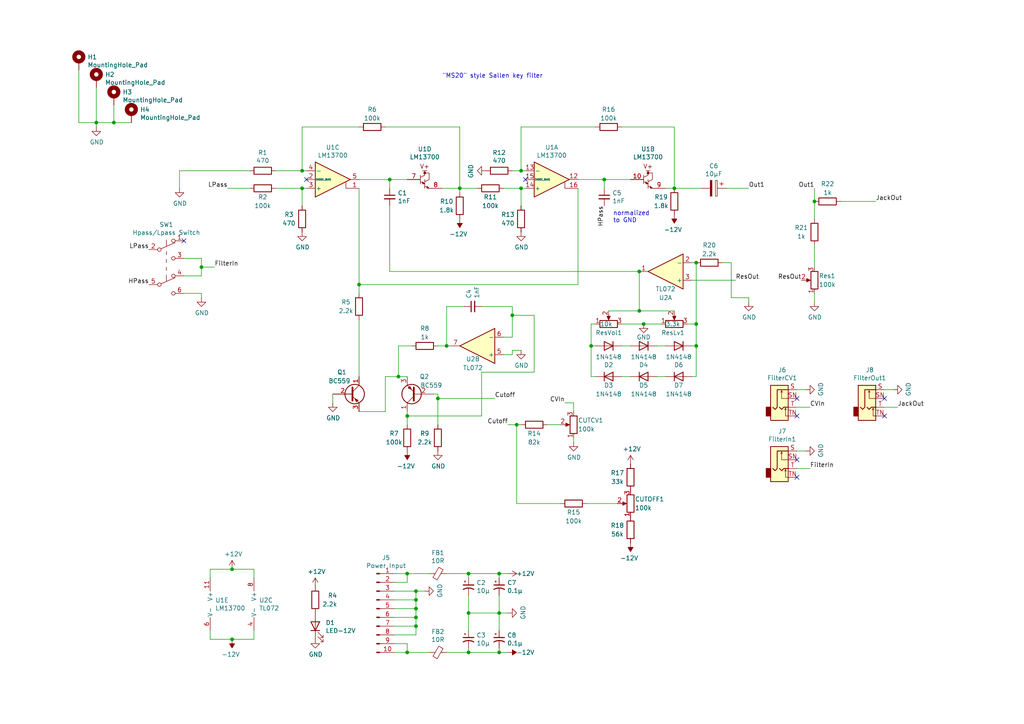
<source format=kicad_sch>
(kicad_sch (version 20211123) (generator eeschema)

  (uuid fea7c5d1-76d6-41a0-b5e3-29889dbb8ce0)

  (paper "A4")

  (lib_symbols
    (symbol "Amplifier_Operational:LM13700" (pin_names (offset 0.127)) (in_bom yes) (on_board yes)
      (property "Reference" "U" (id 0) (at 3.81 5.08 0)
        (effects (font (size 1.27 1.27)))
      )
      (property "Value" "LM13700" (id 1) (at 5.08 -5.08 0)
        (effects (font (size 1.27 1.27)))
      )
      (property "Footprint" "" (id 2) (at -7.62 0.635 0)
        (effects (font (size 1.27 1.27)) hide)
      )
      (property "Datasheet" "http://www.ti.com/lit/ds/symlink/lm13700.pdf" (id 3) (at -7.62 0.635 0)
        (effects (font (size 1.27 1.27)) hide)
      )
      (property "ki_locked" "" (id 4) (at 0 0 0)
        (effects (font (size 1.27 1.27)))
      )
      (property "ki_keywords" "operational transconductance amplifier OTA" (id 5) (at 0 0 0)
        (effects (font (size 1.27 1.27)) hide)
      )
      (property "ki_description" "Dual Operational Transconductance Amplifiers with Linearizing Diodes and Buffers, DIP-16/SOIC-16" (id 6) (at 0 0 0)
        (effects (font (size 1.27 1.27)) hide)
      )
      (property "ki_fp_filters" "SOIC*3.9x9.9mm*P1.27mm* DIP*W7.62mm*" (id 7) (at 0 0 0)
        (effects (font (size 1.27 1.27)) hide)
      )
      (symbol "LM13700_1_1"
        (polyline
          (pts
            (xy 3.81 -0.635)
            (xy 3.81 -2.54)
            (xy 5.08 -2.54)
          )
          (stroke (width 0) (type default) (color 0 0 0 0))
          (fill (type none))
        )
        (polyline
          (pts
            (xy 5.08 0)
            (xy -5.08 -5.08)
            (xy -5.08 5.08)
            (xy 5.08 0)
          )
          (stroke (width 0.254) (type default) (color 0 0 0 0))
          (fill (type background))
        )
        (pin output line (at 7.62 0 180) (length 2.54)
          (name "~" (effects (font (size 1.27 1.27))))
          (number "12" (effects (font (size 1.27 1.27))))
        )
        (pin input line (at -7.62 2.54 0) (length 2.54)
          (name "-" (effects (font (size 1.27 1.27))))
          (number "13" (effects (font (size 1.27 1.27))))
        )
        (pin input line (at -7.62 -2.54 0) (length 2.54)
          (name "+" (effects (font (size 1.27 1.27))))
          (number "14" (effects (font (size 1.27 1.27))))
        )
        (pin input line (at -7.62 0 0) (length 2.54)
          (name "DIODE_BIAS" (effects (font (size 0.508 0.508))))
          (number "15" (effects (font (size 1.27 1.27))))
        )
        (pin input line (at 7.62 -2.54 180) (length 2.54)
          (name "~" (effects (font (size 1.27 1.27))))
          (number "16" (effects (font (size 1.27 1.27))))
        )
      )
      (symbol "LM13700_2_0"
        (polyline
          (pts
            (xy -1.905 2.54)
            (xy -3.175 2.54)
          )
          (stroke (width 0) (type default) (color 0 0 0 0))
          (fill (type none))
        )
      )
      (symbol "LM13700_2_1"
        (circle (center -2.54 1.905) (radius 0.254)
          (stroke (width 0.254) (type default) (color 0 0 0 0))
          (fill (type outline))
        )
        (polyline
          (pts
            (xy -3.81 -0.635)
            (xy -2.54 -1.27)
          )
          (stroke (width 0) (type default) (color 0 0 0 0))
          (fill (type none))
        )
        (polyline
          (pts
            (xy -3.81 1.27)
            (xy -3.81 -1.27)
          )
          (stroke (width 0) (type default) (color 0 0 0 0))
          (fill (type none))
        )
        (polyline
          (pts
            (xy -2.54 -1.905)
            (xy -1.27 -2.54)
          )
          (stroke (width 0) (type default) (color 0 0 0 0))
          (fill (type none))
        )
        (polyline
          (pts
            (xy -2.54 0)
            (xy -2.54 -2.54)
          )
          (stroke (width 0) (type default) (color 0 0 0 0))
          (fill (type none))
        )
        (polyline
          (pts
            (xy -3.81 0.635)
            (xy -2.54 1.27)
            (xy -2.54 1.905)
            (xy -2.54 2.54)
          )
          (stroke (width 0) (type default) (color 0 0 0 0))
          (fill (type none))
        )
        (polyline
          (pts
            (xy -2.54 -1.27)
            (xy -3.175 -0.635)
            (xy -3.175 -1.27)
            (xy -2.54 -1.27)
          )
          (stroke (width 0) (type default) (color 0 0 0 0))
          (fill (type outline))
        )
        (polyline
          (pts
            (xy -2.54 -0.635)
            (xy -1.27 0)
            (xy -1.27 1.905)
            (xy -2.54 1.905)
          )
          (stroke (width 0) (type default) (color 0 0 0 0))
          (fill (type none))
        )
        (polyline
          (pts
            (xy -1.27 -2.54)
            (xy -1.905 -1.905)
            (xy -1.905 -2.54)
            (xy -1.27 -2.54)
          )
          (stroke (width 0) (type default) (color 0 0 0 0))
          (fill (type outline))
        )
        (text "V+" (at -2.54 3.81 0)
          (effects (font (size 1.27 1.27)))
        )
        (pin input line (at -7.62 0 0) (length 3.81)
          (name "~" (effects (font (size 1.27 1.27))))
          (number "10" (effects (font (size 1.27 1.27))))
        )
        (pin output line (at 2.54 -2.54 180) (length 3.81)
          (name "~" (effects (font (size 1.27 1.27))))
          (number "9" (effects (font (size 1.27 1.27))))
        )
      )
      (symbol "LM13700_3_1"
        (polyline
          (pts
            (xy 3.81 -0.635)
            (xy 3.81 -2.54)
            (xy 5.08 -2.54)
          )
          (stroke (width 0) (type default) (color 0 0 0 0))
          (fill (type none))
        )
        (polyline
          (pts
            (xy 5.08 0)
            (xy -5.08 -5.08)
            (xy -5.08 5.08)
            (xy 5.08 0)
          )
          (stroke (width 0.254) (type default) (color 0 0 0 0))
          (fill (type background))
        )
        (pin input line (at 7.62 -2.54 180) (length 2.54)
          (name "~" (effects (font (size 1.27 1.27))))
          (number "1" (effects (font (size 1.27 1.27))))
        )
        (pin input line (at -7.62 0 0) (length 2.54)
          (name "DIODE_BIAS" (effects (font (size 0.508 0.508))))
          (number "2" (effects (font (size 1.27 1.27))))
        )
        (pin input line (at -7.62 -2.54 0) (length 2.54)
          (name "+" (effects (font (size 1.27 1.27))))
          (number "3" (effects (font (size 1.27 1.27))))
        )
        (pin input line (at -7.62 2.54 0) (length 2.54)
          (name "-" (effects (font (size 1.27 1.27))))
          (number "4" (effects (font (size 1.27 1.27))))
        )
        (pin output line (at 7.62 0 180) (length 2.54)
          (name "~" (effects (font (size 1.27 1.27))))
          (number "5" (effects (font (size 1.27 1.27))))
        )
      )
      (symbol "LM13700_4_0"
        (polyline
          (pts
            (xy -3.175 2.54)
            (xy -1.905 2.54)
          )
          (stroke (width 0) (type default) (color 0 0 0 0))
          (fill (type none))
        )
        (text "V+" (at -2.54 3.81 0)
          (effects (font (size 1.27 1.27)))
        )
      )
      (symbol "LM13700_4_1"
        (circle (center -2.54 1.905) (radius 0.254)
          (stroke (width 0.254) (type default) (color 0 0 0 0))
          (fill (type outline))
        )
        (polyline
          (pts
            (xy -3.81 -0.635)
            (xy -2.54 -1.27)
          )
          (stroke (width 0) (type default) (color 0 0 0 0))
          (fill (type none))
        )
        (polyline
          (pts
            (xy -3.81 1.27)
            (xy -3.81 -1.27)
          )
          (stroke (width 0) (type default) (color 0 0 0 0))
          (fill (type none))
        )
        (polyline
          (pts
            (xy -2.54 -1.905)
            (xy -1.27 -2.54)
          )
          (stroke (width 0) (type default) (color 0 0 0 0))
          (fill (type none))
        )
        (polyline
          (pts
            (xy -2.54 0)
            (xy -2.54 -2.54)
          )
          (stroke (width 0) (type default) (color 0 0 0 0))
          (fill (type none))
        )
        (polyline
          (pts
            (xy -3.81 0.635)
            (xy -2.54 1.27)
            (xy -2.54 2.54)
          )
          (stroke (width 0) (type default) (color 0 0 0 0))
          (fill (type none))
        )
        (polyline
          (pts
            (xy -2.54 -1.27)
            (xy -3.175 -0.635)
            (xy -3.175 -1.27)
            (xy -2.54 -1.27)
          )
          (stroke (width 0) (type default) (color 0 0 0 0))
          (fill (type outline))
        )
        (polyline
          (pts
            (xy -2.54 -0.635)
            (xy -1.27 0)
            (xy -1.27 1.905)
            (xy -2.54 1.905)
          )
          (stroke (width 0) (type default) (color 0 0 0 0))
          (fill (type none))
        )
        (polyline
          (pts
            (xy -1.27 -2.54)
            (xy -1.905 -1.905)
            (xy -1.905 -2.54)
            (xy -1.27 -2.54)
          )
          (stroke (width 0) (type default) (color 0 0 0 0))
          (fill (type outline))
        )
        (pin input line (at -7.62 0 0) (length 3.81)
          (name "~" (effects (font (size 1.27 1.27))))
          (number "7" (effects (font (size 1.27 1.27))))
        )
        (pin output line (at 2.54 -2.54 180) (length 3.81)
          (name "~" (effects (font (size 1.27 1.27))))
          (number "8" (effects (font (size 1.27 1.27))))
        )
      )
      (symbol "LM13700_5_1"
        (pin power_in line (at -2.54 7.62 270) (length 3.81)
          (name "V+" (effects (font (size 1.27 1.27))))
          (number "11" (effects (font (size 1.27 1.27))))
        )
        (pin power_in line (at -2.54 -7.62 90) (length 3.81)
          (name "V-" (effects (font (size 1.27 1.27))))
          (number "6" (effects (font (size 1.27 1.27))))
        )
      )
    )
    (symbol "Amplifier_Operational:TL072" (pin_names (offset 0.127)) (in_bom yes) (on_board yes)
      (property "Reference" "U" (id 0) (at 0 5.08 0)
        (effects (font (size 1.27 1.27)) (justify left))
      )
      (property "Value" "TL072" (id 1) (at 0 -5.08 0)
        (effects (font (size 1.27 1.27)) (justify left))
      )
      (property "Footprint" "" (id 2) (at 0 0 0)
        (effects (font (size 1.27 1.27)) hide)
      )
      (property "Datasheet" "http://www.ti.com/lit/ds/symlink/tl071.pdf" (id 3) (at 0 0 0)
        (effects (font (size 1.27 1.27)) hide)
      )
      (property "ki_locked" "" (id 4) (at 0 0 0)
        (effects (font (size 1.27 1.27)))
      )
      (property "ki_keywords" "dual opamp" (id 5) (at 0 0 0)
        (effects (font (size 1.27 1.27)) hide)
      )
      (property "ki_description" "Dual Low-Noise JFET-Input Operational Amplifiers, DIP-8/SOIC-8" (id 6) (at 0 0 0)
        (effects (font (size 1.27 1.27)) hide)
      )
      (property "ki_fp_filters" "SOIC*3.9x4.9mm*P1.27mm* DIP*W7.62mm* TO*99* OnSemi*Micro8* TSSOP*3x3mm*P0.65mm* TSSOP*4.4x3mm*P0.65mm* MSOP*3x3mm*P0.65mm* SSOP*3.9x4.9mm*P0.635mm* LFCSP*2x2mm*P0.5mm* *SIP* SOIC*5.3x6.2mm*P1.27mm*" (id 7) (at 0 0 0)
        (effects (font (size 1.27 1.27)) hide)
      )
      (symbol "TL072_1_1"
        (polyline
          (pts
            (xy -5.08 5.08)
            (xy 5.08 0)
            (xy -5.08 -5.08)
            (xy -5.08 5.08)
          )
          (stroke (width 0.254) (type default) (color 0 0 0 0))
          (fill (type background))
        )
        (pin output line (at 7.62 0 180) (length 2.54)
          (name "~" (effects (font (size 1.27 1.27))))
          (number "1" (effects (font (size 1.27 1.27))))
        )
        (pin input line (at -7.62 -2.54 0) (length 2.54)
          (name "-" (effects (font (size 1.27 1.27))))
          (number "2" (effects (font (size 1.27 1.27))))
        )
        (pin input line (at -7.62 2.54 0) (length 2.54)
          (name "+" (effects (font (size 1.27 1.27))))
          (number "3" (effects (font (size 1.27 1.27))))
        )
      )
      (symbol "TL072_2_1"
        (polyline
          (pts
            (xy -5.08 5.08)
            (xy 5.08 0)
            (xy -5.08 -5.08)
            (xy -5.08 5.08)
          )
          (stroke (width 0.254) (type default) (color 0 0 0 0))
          (fill (type background))
        )
        (pin input line (at -7.62 2.54 0) (length 2.54)
          (name "+" (effects (font (size 1.27 1.27))))
          (number "5" (effects (font (size 1.27 1.27))))
        )
        (pin input line (at -7.62 -2.54 0) (length 2.54)
          (name "-" (effects (font (size 1.27 1.27))))
          (number "6" (effects (font (size 1.27 1.27))))
        )
        (pin output line (at 7.62 0 180) (length 2.54)
          (name "~" (effects (font (size 1.27 1.27))))
          (number "7" (effects (font (size 1.27 1.27))))
        )
      )
      (symbol "TL072_3_1"
        (pin power_in line (at -2.54 -7.62 90) (length 3.81)
          (name "V-" (effects (font (size 1.27 1.27))))
          (number "4" (effects (font (size 1.27 1.27))))
        )
        (pin power_in line (at -2.54 7.62 270) (length 3.81)
          (name "V+" (effects (font (size 1.27 1.27))))
          (number "8" (effects (font (size 1.27 1.27))))
        )
      )
    )
    (symbol "Connector:AudioJack2_Switch" (in_bom yes) (on_board yes)
      (property "Reference" "J" (id 0) (at 0 11.43 0)
        (effects (font (size 1.27 1.27)))
      )
      (property "Value" "AudioJack2_Switch" (id 1) (at 0 8.89 0)
        (effects (font (size 1.27 1.27)))
      )
      (property "Footprint" "" (id 2) (at 0 5.08 0)
        (effects (font (size 1.27 1.27)) hide)
      )
      (property "Datasheet" "~" (id 3) (at 0 5.08 0)
        (effects (font (size 1.27 1.27)) hide)
      )
      (property "ki_keywords" "audio jack receptacle mono headphones phone TS connector" (id 4) (at 0 0 0)
        (effects (font (size 1.27 1.27)) hide)
      )
      (property "ki_description" "Audio Jack, 2 Poles (Mono / TS), Switched Pole (Normalling)" (id 5) (at 0 0 0)
        (effects (font (size 1.27 1.27)) hide)
      )
      (property "ki_fp_filters" "Jack*" (id 6) (at 0 0 0)
        (effects (font (size 1.27 1.27)) hide)
      )
      (symbol "AudioJack2_Switch_0_1"
        (rectangle (start -2.54 0) (end -3.81 -2.54)
          (stroke (width 0.254) (type default) (color 0 0 0 0))
          (fill (type outline))
        )
        (rectangle (start 2.54 6.35) (end -2.54 -3.81)
          (stroke (width 0.254) (type default) (color 0 0 0 0))
          (fill (type background))
        )
      )
      (symbol "AudioJack2_Switch_1_1"
        (polyline
          (pts
            (xy 0.635 4.826)
            (xy 0.889 4.318)
          )
          (stroke (width 0) (type default) (color 0 0 0 0))
          (fill (type none))
        )
        (polyline
          (pts
            (xy 1.778 -0.254)
            (xy 2.032 -0.762)
          )
          (stroke (width 0) (type default) (color 0 0 0 0))
          (fill (type none))
        )
        (polyline
          (pts
            (xy 0 0)
            (xy 0.635 -0.635)
            (xy 1.27 0)
            (xy 2.54 0)
          )
          (stroke (width 0.254) (type default) (color 0 0 0 0))
          (fill (type none))
        )
        (polyline
          (pts
            (xy 2.54 -2.54)
            (xy 1.778 -2.54)
            (xy 1.778 -0.254)
            (xy 1.524 -0.762)
          )
          (stroke (width 0) (type default) (color 0 0 0 0))
          (fill (type none))
        )
        (polyline
          (pts
            (xy 2.54 2.54)
            (xy 0.635 2.54)
            (xy 0.635 4.826)
            (xy 0.381 4.318)
          )
          (stroke (width 0) (type default) (color 0 0 0 0))
          (fill (type none))
        )
        (polyline
          (pts
            (xy 2.54 5.08)
            (xy -0.635 5.08)
            (xy -0.635 0)
            (xy -1.27 -0.635)
            (xy -1.905 0)
          )
          (stroke (width 0.254) (type default) (color 0 0 0 0))
          (fill (type none))
        )
        (pin passive line (at 5.08 5.08 180) (length 2.54)
          (name "~" (effects (font (size 1.27 1.27))))
          (number "S" (effects (font (size 1.27 1.27))))
        )
        (pin passive line (at 5.08 2.54 180) (length 2.54)
          (name "~" (effects (font (size 1.27 1.27))))
          (number "SN" (effects (font (size 1.27 1.27))))
        )
        (pin passive line (at 5.08 0 180) (length 2.54)
          (name "~" (effects (font (size 1.27 1.27))))
          (number "T" (effects (font (size 1.27 1.27))))
        )
        (pin passive line (at 5.08 -2.54 180) (length 2.54)
          (name "~" (effects (font (size 1.27 1.27))))
          (number "TN" (effects (font (size 1.27 1.27))))
        )
      )
    )
    (symbol "Connector:Conn_01x10_Male" (pin_names (offset 1.016) hide) (in_bom yes) (on_board yes)
      (property "Reference" "J" (id 0) (at 0 12.7 0)
        (effects (font (size 1.27 1.27)))
      )
      (property "Value" "Conn_01x10_Male" (id 1) (at 0 -15.24 0)
        (effects (font (size 1.27 1.27)))
      )
      (property "Footprint" "" (id 2) (at 0 0 0)
        (effects (font (size 1.27 1.27)) hide)
      )
      (property "Datasheet" "~" (id 3) (at 0 0 0)
        (effects (font (size 1.27 1.27)) hide)
      )
      (property "ki_keywords" "connector" (id 4) (at 0 0 0)
        (effects (font (size 1.27 1.27)) hide)
      )
      (property "ki_description" "Generic connector, single row, 01x10, script generated (kicad-library-utils/schlib/autogen/connector/)" (id 5) (at 0 0 0)
        (effects (font (size 1.27 1.27)) hide)
      )
      (property "ki_fp_filters" "Connector*:*_1x??_*" (id 6) (at 0 0 0)
        (effects (font (size 1.27 1.27)) hide)
      )
      (symbol "Conn_01x10_Male_1_1"
        (polyline
          (pts
            (xy 1.27 -12.7)
            (xy 0.8636 -12.7)
          )
          (stroke (width 0.1524) (type default) (color 0 0 0 0))
          (fill (type none))
        )
        (polyline
          (pts
            (xy 1.27 -10.16)
            (xy 0.8636 -10.16)
          )
          (stroke (width 0.1524) (type default) (color 0 0 0 0))
          (fill (type none))
        )
        (polyline
          (pts
            (xy 1.27 -7.62)
            (xy 0.8636 -7.62)
          )
          (stroke (width 0.1524) (type default) (color 0 0 0 0))
          (fill (type none))
        )
        (polyline
          (pts
            (xy 1.27 -5.08)
            (xy 0.8636 -5.08)
          )
          (stroke (width 0.1524) (type default) (color 0 0 0 0))
          (fill (type none))
        )
        (polyline
          (pts
            (xy 1.27 -2.54)
            (xy 0.8636 -2.54)
          )
          (stroke (width 0.1524) (type default) (color 0 0 0 0))
          (fill (type none))
        )
        (polyline
          (pts
            (xy 1.27 0)
            (xy 0.8636 0)
          )
          (stroke (width 0.1524) (type default) (color 0 0 0 0))
          (fill (type none))
        )
        (polyline
          (pts
            (xy 1.27 2.54)
            (xy 0.8636 2.54)
          )
          (stroke (width 0.1524) (type default) (color 0 0 0 0))
          (fill (type none))
        )
        (polyline
          (pts
            (xy 1.27 5.08)
            (xy 0.8636 5.08)
          )
          (stroke (width 0.1524) (type default) (color 0 0 0 0))
          (fill (type none))
        )
        (polyline
          (pts
            (xy 1.27 7.62)
            (xy 0.8636 7.62)
          )
          (stroke (width 0.1524) (type default) (color 0 0 0 0))
          (fill (type none))
        )
        (polyline
          (pts
            (xy 1.27 10.16)
            (xy 0.8636 10.16)
          )
          (stroke (width 0.1524) (type default) (color 0 0 0 0))
          (fill (type none))
        )
        (rectangle (start 0.8636 -12.573) (end 0 -12.827)
          (stroke (width 0.1524) (type default) (color 0 0 0 0))
          (fill (type outline))
        )
        (rectangle (start 0.8636 -10.033) (end 0 -10.287)
          (stroke (width 0.1524) (type default) (color 0 0 0 0))
          (fill (type outline))
        )
        (rectangle (start 0.8636 -7.493) (end 0 -7.747)
          (stroke (width 0.1524) (type default) (color 0 0 0 0))
          (fill (type outline))
        )
        (rectangle (start 0.8636 -4.953) (end 0 -5.207)
          (stroke (width 0.1524) (type default) (color 0 0 0 0))
          (fill (type outline))
        )
        (rectangle (start 0.8636 -2.413) (end 0 -2.667)
          (stroke (width 0.1524) (type default) (color 0 0 0 0))
          (fill (type outline))
        )
        (rectangle (start 0.8636 0.127) (end 0 -0.127)
          (stroke (width 0.1524) (type default) (color 0 0 0 0))
          (fill (type outline))
        )
        (rectangle (start 0.8636 2.667) (end 0 2.413)
          (stroke (width 0.1524) (type default) (color 0 0 0 0))
          (fill (type outline))
        )
        (rectangle (start 0.8636 5.207) (end 0 4.953)
          (stroke (width 0.1524) (type default) (color 0 0 0 0))
          (fill (type outline))
        )
        (rectangle (start 0.8636 7.747) (end 0 7.493)
          (stroke (width 0.1524) (type default) (color 0 0 0 0))
          (fill (type outline))
        )
        (rectangle (start 0.8636 10.287) (end 0 10.033)
          (stroke (width 0.1524) (type default) (color 0 0 0 0))
          (fill (type outline))
        )
        (pin passive line (at 5.08 10.16 180) (length 3.81)
          (name "Pin_1" (effects (font (size 1.27 1.27))))
          (number "1" (effects (font (size 1.27 1.27))))
        )
        (pin passive line (at 5.08 -12.7 180) (length 3.81)
          (name "Pin_10" (effects (font (size 1.27 1.27))))
          (number "10" (effects (font (size 1.27 1.27))))
        )
        (pin passive line (at 5.08 7.62 180) (length 3.81)
          (name "Pin_2" (effects (font (size 1.27 1.27))))
          (number "2" (effects (font (size 1.27 1.27))))
        )
        (pin passive line (at 5.08 5.08 180) (length 3.81)
          (name "Pin_3" (effects (font (size 1.27 1.27))))
          (number "3" (effects (font (size 1.27 1.27))))
        )
        (pin passive line (at 5.08 2.54 180) (length 3.81)
          (name "Pin_4" (effects (font (size 1.27 1.27))))
          (number "4" (effects (font (size 1.27 1.27))))
        )
        (pin passive line (at 5.08 0 180) (length 3.81)
          (name "Pin_5" (effects (font (size 1.27 1.27))))
          (number "5" (effects (font (size 1.27 1.27))))
        )
        (pin passive line (at 5.08 -2.54 180) (length 3.81)
          (name "Pin_6" (effects (font (size 1.27 1.27))))
          (number "6" (effects (font (size 1.27 1.27))))
        )
        (pin passive line (at 5.08 -5.08 180) (length 3.81)
          (name "Pin_7" (effects (font (size 1.27 1.27))))
          (number "7" (effects (font (size 1.27 1.27))))
        )
        (pin passive line (at 5.08 -7.62 180) (length 3.81)
          (name "Pin_8" (effects (font (size 1.27 1.27))))
          (number "8" (effects (font (size 1.27 1.27))))
        )
        (pin passive line (at 5.08 -10.16 180) (length 3.81)
          (name "Pin_9" (effects (font (size 1.27 1.27))))
          (number "9" (effects (font (size 1.27 1.27))))
        )
      )
    )
    (symbol "Device:CP" (pin_numbers hide) (pin_names (offset 0.254)) (in_bom yes) (on_board yes)
      (property "Reference" "C" (id 0) (at 0.635 2.54 0)
        (effects (font (size 1.27 1.27)) (justify left))
      )
      (property "Value" "Device_CP" (id 1) (at 0.635 -2.54 0)
        (effects (font (size 1.27 1.27)) (justify left))
      )
      (property "Footprint" "" (id 2) (at 0.9652 -3.81 0)
        (effects (font (size 1.27 1.27)) hide)
      )
      (property "Datasheet" "" (id 3) (at 0 0 0)
        (effects (font (size 1.27 1.27)) hide)
      )
      (property "ki_fp_filters" "CP_*" (id 4) (at 0 0 0)
        (effects (font (size 1.27 1.27)) hide)
      )
      (symbol "CP_0_1"
        (rectangle (start -2.286 0.508) (end 2.286 1.016)
          (stroke (width 0) (type default) (color 0 0 0 0))
          (fill (type none))
        )
        (polyline
          (pts
            (xy -1.778 2.286)
            (xy -0.762 2.286)
          )
          (stroke (width 0) (type default) (color 0 0 0 0))
          (fill (type none))
        )
        (polyline
          (pts
            (xy -1.27 2.794)
            (xy -1.27 1.778)
          )
          (stroke (width 0) (type default) (color 0 0 0 0))
          (fill (type none))
        )
        (rectangle (start 2.286 -0.508) (end -2.286 -1.016)
          (stroke (width 0) (type default) (color 0 0 0 0))
          (fill (type outline))
        )
      )
      (symbol "CP_1_1"
        (pin passive line (at 0 3.81 270) (length 2.794)
          (name "~" (effects (font (size 1.27 1.27))))
          (number "1" (effects (font (size 1.27 1.27))))
        )
        (pin passive line (at 0 -3.81 90) (length 2.794)
          (name "~" (effects (font (size 1.27 1.27))))
          (number "2" (effects (font (size 1.27 1.27))))
        )
      )
    )
    (symbol "Device:CP1_Small" (pin_numbers hide) (pin_names (offset 0.254) hide) (in_bom yes) (on_board yes)
      (property "Reference" "C" (id 0) (at 0.254 1.778 0)
        (effects (font (size 1.27 1.27)) (justify left))
      )
      (property "Value" "Device_CP1_Small" (id 1) (at 0.254 -2.032 0)
        (effects (font (size 1.27 1.27)) (justify left))
      )
      (property "Footprint" "" (id 2) (at 0 0 0)
        (effects (font (size 1.27 1.27)) hide)
      )
      (property "Datasheet" "" (id 3) (at 0 0 0)
        (effects (font (size 1.27 1.27)) hide)
      )
      (property "ki_fp_filters" "CP_*" (id 4) (at 0 0 0)
        (effects (font (size 1.27 1.27)) hide)
      )
      (symbol "CP1_Small_0_1"
        (polyline
          (pts
            (xy -1.524 0.508)
            (xy 1.524 0.508)
          )
          (stroke (width 0.3048) (type default) (color 0 0 0 0))
          (fill (type none))
        )
        (polyline
          (pts
            (xy -1.27 1.524)
            (xy -0.762 1.524)
          )
          (stroke (width 0) (type default) (color 0 0 0 0))
          (fill (type none))
        )
        (polyline
          (pts
            (xy -1.016 1.27)
            (xy -1.016 1.778)
          )
          (stroke (width 0) (type default) (color 0 0 0 0))
          (fill (type none))
        )
        (arc (start 1.524 -0.762) (mid 0 -0.3734) (end -1.524 -0.762)
          (stroke (width 0.3048) (type default) (color 0 0 0 0))
          (fill (type none))
        )
      )
      (symbol "CP1_Small_1_1"
        (pin passive line (at 0 2.54 270) (length 2.032)
          (name "~" (effects (font (size 1.27 1.27))))
          (number "1" (effects (font (size 1.27 1.27))))
        )
        (pin passive line (at 0 -2.54 90) (length 2.032)
          (name "~" (effects (font (size 1.27 1.27))))
          (number "2" (effects (font (size 1.27 1.27))))
        )
      )
    )
    (symbol "Device:C_Small" (pin_numbers hide) (pin_names (offset 0.254) hide) (in_bom yes) (on_board yes)
      (property "Reference" "C" (id 0) (at 0.254 1.778 0)
        (effects (font (size 1.27 1.27)) (justify left))
      )
      (property "Value" "C_Small" (id 1) (at 0.254 -2.032 0)
        (effects (font (size 1.27 1.27)) (justify left))
      )
      (property "Footprint" "" (id 2) (at 0 0 0)
        (effects (font (size 1.27 1.27)) hide)
      )
      (property "Datasheet" "~" (id 3) (at 0 0 0)
        (effects (font (size 1.27 1.27)) hide)
      )
      (property "ki_keywords" "capacitor cap" (id 4) (at 0 0 0)
        (effects (font (size 1.27 1.27)) hide)
      )
      (property "ki_description" "Unpolarized capacitor, small symbol" (id 5) (at 0 0 0)
        (effects (font (size 1.27 1.27)) hide)
      )
      (property "ki_fp_filters" "C_*" (id 6) (at 0 0 0)
        (effects (font (size 1.27 1.27)) hide)
      )
      (symbol "C_Small_0_1"
        (polyline
          (pts
            (xy -1.524 -0.508)
            (xy 1.524 -0.508)
          )
          (stroke (width 0.3302) (type default) (color 0 0 0 0))
          (fill (type none))
        )
        (polyline
          (pts
            (xy -1.524 0.508)
            (xy 1.524 0.508)
          )
          (stroke (width 0.3048) (type default) (color 0 0 0 0))
          (fill (type none))
        )
      )
      (symbol "C_Small_1_1"
        (pin passive line (at 0 2.54 270) (length 2.032)
          (name "~" (effects (font (size 1.27 1.27))))
          (number "1" (effects (font (size 1.27 1.27))))
        )
        (pin passive line (at 0 -2.54 90) (length 2.032)
          (name "~" (effects (font (size 1.27 1.27))))
          (number "2" (effects (font (size 1.27 1.27))))
        )
      )
    )
    (symbol "Device:D" (pin_numbers hide) (pin_names (offset 1.016) hide) (in_bom yes) (on_board yes)
      (property "Reference" "D" (id 0) (at 0 2.54 0)
        (effects (font (size 1.27 1.27)))
      )
      (property "Value" "D" (id 1) (at 0 -2.54 0)
        (effects (font (size 1.27 1.27)))
      )
      (property "Footprint" "" (id 2) (at 0 0 0)
        (effects (font (size 1.27 1.27)) hide)
      )
      (property "Datasheet" "~" (id 3) (at 0 0 0)
        (effects (font (size 1.27 1.27)) hide)
      )
      (property "ki_keywords" "diode" (id 4) (at 0 0 0)
        (effects (font (size 1.27 1.27)) hide)
      )
      (property "ki_description" "Diode" (id 5) (at 0 0 0)
        (effects (font (size 1.27 1.27)) hide)
      )
      (property "ki_fp_filters" "TO-???* *_Diode_* *SingleDiode* D_*" (id 6) (at 0 0 0)
        (effects (font (size 1.27 1.27)) hide)
      )
      (symbol "D_0_1"
        (polyline
          (pts
            (xy -1.27 1.27)
            (xy -1.27 -1.27)
          )
          (stroke (width 0.254) (type default) (color 0 0 0 0))
          (fill (type none))
        )
        (polyline
          (pts
            (xy 1.27 0)
            (xy -1.27 0)
          )
          (stroke (width 0) (type default) (color 0 0 0 0))
          (fill (type none))
        )
        (polyline
          (pts
            (xy 1.27 1.27)
            (xy 1.27 -1.27)
            (xy -1.27 0)
            (xy 1.27 1.27)
          )
          (stroke (width 0.254) (type default) (color 0 0 0 0))
          (fill (type none))
        )
      )
      (symbol "D_1_1"
        (pin passive line (at -3.81 0 0) (length 2.54)
          (name "K" (effects (font (size 1.27 1.27))))
          (number "1" (effects (font (size 1.27 1.27))))
        )
        (pin passive line (at 3.81 0 180) (length 2.54)
          (name "A" (effects (font (size 1.27 1.27))))
          (number "2" (effects (font (size 1.27 1.27))))
        )
      )
    )
    (symbol "Device:Ferrite_Bead_Small" (pin_numbers hide) (pin_names (offset 0)) (in_bom yes) (on_board yes)
      (property "Reference" "FB" (id 0) (at 1.905 1.27 0)
        (effects (font (size 1.27 1.27)) (justify left))
      )
      (property "Value" "Device_Ferrite_Bead_Small" (id 1) (at 1.905 -1.27 0)
        (effects (font (size 1.27 1.27)) (justify left))
      )
      (property "Footprint" "" (id 2) (at -1.778 0 90)
        (effects (font (size 1.27 1.27)) hide)
      )
      (property "Datasheet" "" (id 3) (at 0 0 0)
        (effects (font (size 1.27 1.27)) hide)
      )
      (property "ki_fp_filters" "Inductor_* L_* *Ferrite*" (id 4) (at 0 0 0)
        (effects (font (size 1.27 1.27)) hide)
      )
      (symbol "Ferrite_Bead_Small_0_1"
        (polyline
          (pts
            (xy 0 -1.27)
            (xy 0 -0.7874)
          )
          (stroke (width 0) (type default) (color 0 0 0 0))
          (fill (type none))
        )
        (polyline
          (pts
            (xy 0 0.889)
            (xy 0 1.2954)
          )
          (stroke (width 0) (type default) (color 0 0 0 0))
          (fill (type none))
        )
        (polyline
          (pts
            (xy -1.8288 0.2794)
            (xy -1.1176 1.4986)
            (xy 1.8288 -0.2032)
            (xy 1.1176 -1.4224)
            (xy -1.8288 0.2794)
          )
          (stroke (width 0) (type default) (color 0 0 0 0))
          (fill (type none))
        )
      )
      (symbol "Ferrite_Bead_Small_1_1"
        (pin passive line (at 0 2.54 270) (length 1.27)
          (name "~" (effects (font (size 1.27 1.27))))
          (number "1" (effects (font (size 1.27 1.27))))
        )
        (pin passive line (at 0 -2.54 90) (length 1.27)
          (name "~" (effects (font (size 1.27 1.27))))
          (number "2" (effects (font (size 1.27 1.27))))
        )
      )
    )
    (symbol "Device:LED" (pin_numbers hide) (pin_names (offset 1.016) hide) (in_bom yes) (on_board yes)
      (property "Reference" "D" (id 0) (at 0 2.54 0)
        (effects (font (size 1.27 1.27)))
      )
      (property "Value" "LED" (id 1) (at 0 -2.54 0)
        (effects (font (size 1.27 1.27)))
      )
      (property "Footprint" "" (id 2) (at 0 0 0)
        (effects (font (size 1.27 1.27)) hide)
      )
      (property "Datasheet" "~" (id 3) (at 0 0 0)
        (effects (font (size 1.27 1.27)) hide)
      )
      (property "ki_keywords" "LED diode" (id 4) (at 0 0 0)
        (effects (font (size 1.27 1.27)) hide)
      )
      (property "ki_description" "Light emitting diode" (id 5) (at 0 0 0)
        (effects (font (size 1.27 1.27)) hide)
      )
      (property "ki_fp_filters" "LED* LED_SMD:* LED_THT:*" (id 6) (at 0 0 0)
        (effects (font (size 1.27 1.27)) hide)
      )
      (symbol "LED_0_1"
        (polyline
          (pts
            (xy -1.27 -1.27)
            (xy -1.27 1.27)
          )
          (stroke (width 0.254) (type default) (color 0 0 0 0))
          (fill (type none))
        )
        (polyline
          (pts
            (xy -1.27 0)
            (xy 1.27 0)
          )
          (stroke (width 0) (type default) (color 0 0 0 0))
          (fill (type none))
        )
        (polyline
          (pts
            (xy 1.27 -1.27)
            (xy 1.27 1.27)
            (xy -1.27 0)
            (xy 1.27 -1.27)
          )
          (stroke (width 0.254) (type default) (color 0 0 0 0))
          (fill (type none))
        )
        (polyline
          (pts
            (xy -3.048 -0.762)
            (xy -4.572 -2.286)
            (xy -3.81 -2.286)
            (xy -4.572 -2.286)
            (xy -4.572 -1.524)
          )
          (stroke (width 0) (type default) (color 0 0 0 0))
          (fill (type none))
        )
        (polyline
          (pts
            (xy -1.778 -0.762)
            (xy -3.302 -2.286)
            (xy -2.54 -2.286)
            (xy -3.302 -2.286)
            (xy -3.302 -1.524)
          )
          (stroke (width 0) (type default) (color 0 0 0 0))
          (fill (type none))
        )
      )
      (symbol "LED_1_1"
        (pin passive line (at -3.81 0 0) (length 2.54)
          (name "K" (effects (font (size 1.27 1.27))))
          (number "1" (effects (font (size 1.27 1.27))))
        )
        (pin passive line (at 3.81 0 180) (length 2.54)
          (name "A" (effects (font (size 1.27 1.27))))
          (number "2" (effects (font (size 1.27 1.27))))
        )
      )
    )
    (symbol "Device:R" (pin_numbers hide) (pin_names (offset 0)) (in_bom yes) (on_board yes)
      (property "Reference" "R" (id 0) (at 2.032 0 90)
        (effects (font (size 1.27 1.27)))
      )
      (property "Value" "R" (id 1) (at 0 0 90)
        (effects (font (size 1.27 1.27)))
      )
      (property "Footprint" "" (id 2) (at -1.778 0 90)
        (effects (font (size 1.27 1.27)) hide)
      )
      (property "Datasheet" "~" (id 3) (at 0 0 0)
        (effects (font (size 1.27 1.27)) hide)
      )
      (property "ki_keywords" "R res resistor" (id 4) (at 0 0 0)
        (effects (font (size 1.27 1.27)) hide)
      )
      (property "ki_description" "Resistor" (id 5) (at 0 0 0)
        (effects (font (size 1.27 1.27)) hide)
      )
      (property "ki_fp_filters" "R_*" (id 6) (at 0 0 0)
        (effects (font (size 1.27 1.27)) hide)
      )
      (symbol "R_0_1"
        (rectangle (start -1.016 -2.54) (end 1.016 2.54)
          (stroke (width 0.254) (type default) (color 0 0 0 0))
          (fill (type none))
        )
      )
      (symbol "R_1_1"
        (pin passive line (at 0 3.81 270) (length 1.27)
          (name "~" (effects (font (size 1.27 1.27))))
          (number "1" (effects (font (size 1.27 1.27))))
        )
        (pin passive line (at 0 -3.81 90) (length 1.27)
          (name "~" (effects (font (size 1.27 1.27))))
          (number "2" (effects (font (size 1.27 1.27))))
        )
      )
    )
    (symbol "Device:R_POT" (pin_names (offset 1.016) hide) (in_bom yes) (on_board yes)
      (property "Reference" "RV" (id 0) (at -4.445 0 90)
        (effects (font (size 1.27 1.27)))
      )
      (property "Value" "Device_R_POT" (id 1) (at -2.54 0 90)
        (effects (font (size 1.27 1.27)))
      )
      (property "Footprint" "" (id 2) (at 0 0 0)
        (effects (font (size 1.27 1.27)) hide)
      )
      (property "Datasheet" "" (id 3) (at 0 0 0)
        (effects (font (size 1.27 1.27)) hide)
      )
      (property "ki_fp_filters" "Potentiometer*" (id 4) (at 0 0 0)
        (effects (font (size 1.27 1.27)) hide)
      )
      (symbol "R_POT_0_1"
        (polyline
          (pts
            (xy 2.54 0)
            (xy 1.524 0)
          )
          (stroke (width 0) (type default) (color 0 0 0 0))
          (fill (type none))
        )
        (polyline
          (pts
            (xy 1.143 0)
            (xy 2.286 0.508)
            (xy 2.286 -0.508)
            (xy 1.143 0)
          )
          (stroke (width 0) (type default) (color 0 0 0 0))
          (fill (type outline))
        )
        (rectangle (start 1.016 2.54) (end -1.016 -2.54)
          (stroke (width 0.254) (type default) (color 0 0 0 0))
          (fill (type none))
        )
      )
      (symbol "R_POT_1_1"
        (pin passive line (at 0 3.81 270) (length 1.27)
          (name "1" (effects (font (size 1.27 1.27))))
          (number "1" (effects (font (size 1.27 1.27))))
        )
        (pin passive line (at 3.81 0 180) (length 1.27)
          (name "2" (effects (font (size 1.27 1.27))))
          (number "2" (effects (font (size 1.27 1.27))))
        )
        (pin passive line (at 0 -3.81 90) (length 1.27)
          (name "3" (effects (font (size 1.27 1.27))))
          (number "3" (effects (font (size 1.27 1.27))))
        )
      )
    )
    (symbol "Mechanical:MountingHole_Pad" (pin_numbers hide) (pin_names (offset 1.016) hide) (in_bom yes) (on_board yes)
      (property "Reference" "H" (id 0) (at 0 6.35 0)
        (effects (font (size 1.27 1.27)))
      )
      (property "Value" "MountingHole_Pad" (id 1) (at 0 4.445 0)
        (effects (font (size 1.27 1.27)))
      )
      (property "Footprint" "" (id 2) (at 0 0 0)
        (effects (font (size 1.27 1.27)) hide)
      )
      (property "Datasheet" "~" (id 3) (at 0 0 0)
        (effects (font (size 1.27 1.27)) hide)
      )
      (property "ki_keywords" "mounting hole" (id 4) (at 0 0 0)
        (effects (font (size 1.27 1.27)) hide)
      )
      (property "ki_description" "Mounting Hole with connection" (id 5) (at 0 0 0)
        (effects (font (size 1.27 1.27)) hide)
      )
      (property "ki_fp_filters" "MountingHole*Pad*" (id 6) (at 0 0 0)
        (effects (font (size 1.27 1.27)) hide)
      )
      (symbol "MountingHole_Pad_0_1"
        (circle (center 0 1.27) (radius 1.27)
          (stroke (width 1.27) (type default) (color 0 0 0 0))
          (fill (type none))
        )
      )
      (symbol "MountingHole_Pad_1_1"
        (pin input line (at 0 -2.54 90) (length 2.54)
          (name "1" (effects (font (size 1.27 1.27))))
          (number "1" (effects (font (size 1.27 1.27))))
        )
      )
    )
    (symbol "Switch:SW_Push_DPDT" (pin_names (offset 0) hide) (in_bom yes) (on_board yes)
      (property "Reference" "SW" (id 0) (at 0 8.89 0)
        (effects (font (size 1.27 1.27)))
      )
      (property "Value" "SW_Push_DPDT" (id 1) (at 0 -10.16 0)
        (effects (font (size 1.27 1.27)))
      )
      (property "Footprint" "" (id 2) (at 0 5.08 0)
        (effects (font (size 1.27 1.27)) hide)
      )
      (property "Datasheet" "~" (id 3) (at 0 5.08 0)
        (effects (font (size 1.27 1.27)) hide)
      )
      (property "ki_keywords" "switch dual-pole double-throw spdt ON-ON" (id 4) (at 0 0 0)
        (effects (font (size 1.27 1.27)) hide)
      )
      (property "ki_description" "Momentary Switch, dual pole double throw" (id 5) (at 0 0 0)
        (effects (font (size 1.27 1.27)) hide)
      )
      (symbol "SW_Push_DPDT_0_0"
        (circle (center -2.032 -5.08) (radius 0.508)
          (stroke (width 0) (type default) (color 0 0 0 0))
          (fill (type none))
        )
        (circle (center -2.032 5.08) (radius 0.508)
          (stroke (width 0) (type default) (color 0 0 0 0))
          (fill (type none))
        )
        (circle (center 2.032 -7.62) (radius 0.508)
          (stroke (width 0) (type default) (color 0 0 0 0))
          (fill (type none))
        )
        (circle (center 2.032 2.54) (radius 0.508)
          (stroke (width 0) (type default) (color 0 0 0 0))
          (fill (type none))
        )
      )
      (symbol "SW_Push_DPDT_0_1"
        (polyline
          (pts
            (xy -1.524 -4.826)
            (xy 2.54 -3.048)
          )
          (stroke (width 0) (type default) (color 0 0 0 0))
          (fill (type none))
        )
        (polyline
          (pts
            (xy -1.524 5.334)
            (xy 2.54 7.112)
          )
          (stroke (width 0) (type default) (color 0 0 0 0))
          (fill (type none))
        )
        (polyline
          (pts
            (xy 0 -2.286)
            (xy 0 -4.064)
          )
          (stroke (width 0) (type default) (color 0 0 0 0))
          (fill (type none))
        )
        (polyline
          (pts
            (xy 0 -1.016)
            (xy 0 0)
          )
          (stroke (width 0) (type default) (color 0 0 0 0))
          (fill (type none))
        )
        (polyline
          (pts
            (xy 0 1.27)
            (xy 0 2.286)
          )
          (stroke (width 0) (type default) (color 0 0 0 0))
          (fill (type none))
        )
        (polyline
          (pts
            (xy 0 3.556)
            (xy 0 4.572)
          )
          (stroke (width 0) (type default) (color 0 0 0 0))
          (fill (type none))
        )
        (polyline
          (pts
            (xy 0 7.874)
            (xy 0 6.096)
          )
          (stroke (width 0) (type default) (color 0 0 0 0))
          (fill (type none))
        )
        (circle (center 2.032 -2.54) (radius 0.508)
          (stroke (width 0) (type default) (color 0 0 0 0))
          (fill (type none))
        )
        (circle (center 2.032 7.62) (radius 0.508)
          (stroke (width 0) (type default) (color 0 0 0 0))
          (fill (type none))
        )
      )
      (symbol "SW_Push_DPDT_1_1"
        (pin passive line (at 5.08 7.62 180) (length 2.54)
          (name "A" (effects (font (size 1.27 1.27))))
          (number "1" (effects (font (size 1.27 1.27))))
        )
        (pin passive line (at -5.08 5.08 0) (length 2.54)
          (name "B" (effects (font (size 1.27 1.27))))
          (number "2" (effects (font (size 1.27 1.27))))
        )
        (pin passive line (at 5.08 2.54 180) (length 2.54)
          (name "C" (effects (font (size 1.27 1.27))))
          (number "3" (effects (font (size 1.27 1.27))))
        )
        (pin passive line (at 5.08 -2.54 180) (length 2.54)
          (name "A" (effects (font (size 1.27 1.27))))
          (number "4" (effects (font (size 1.27 1.27))))
        )
        (pin passive line (at -5.08 -5.08 0) (length 2.54)
          (name "B" (effects (font (size 1.27 1.27))))
          (number "5" (effects (font (size 1.27 1.27))))
        )
        (pin passive line (at 5.08 -7.62 180) (length 2.54)
          (name "C" (effects (font (size 1.27 1.27))))
          (number "6" (effects (font (size 1.27 1.27))))
        )
      )
    )
    (symbol "Transistor_BJT:BC559" (pin_names (offset 0) hide) (in_bom yes) (on_board yes)
      (property "Reference" "Q" (id 0) (at 5.08 1.905 0)
        (effects (font (size 1.27 1.27)) (justify left))
      )
      (property "Value" "BC559" (id 1) (at 5.08 0 0)
        (effects (font (size 1.27 1.27)) (justify left))
      )
      (property "Footprint" "Package_TO_SOT_THT:TO-92_Inline" (id 2) (at 5.08 -1.905 0)
        (effects (font (size 1.27 1.27) italic) (justify left) hide)
      )
      (property "Datasheet" "https://www.onsemi.com/pub/Collateral/BC556BTA-D.pdf" (id 3) (at 0 0 0)
        (effects (font (size 1.27 1.27)) (justify left) hide)
      )
      (property "ki_keywords" "PNP Transistor" (id 4) (at 0 0 0)
        (effects (font (size 1.27 1.27)) hide)
      )
      (property "ki_description" "0.1A Ic, 30V Vce, PNP Small Signal Transistor, TO-92" (id 5) (at 0 0 0)
        (effects (font (size 1.27 1.27)) hide)
      )
      (property "ki_fp_filters" "TO?92*" (id 6) (at 0 0 0)
        (effects (font (size 1.27 1.27)) hide)
      )
      (symbol "BC559_0_1"
        (polyline
          (pts
            (xy 0.635 0.635)
            (xy 2.54 2.54)
          )
          (stroke (width 0) (type default) (color 0 0 0 0))
          (fill (type none))
        )
        (polyline
          (pts
            (xy 0.635 -0.635)
            (xy 2.54 -2.54)
            (xy 2.54 -2.54)
          )
          (stroke (width 0) (type default) (color 0 0 0 0))
          (fill (type none))
        )
        (polyline
          (pts
            (xy 0.635 1.905)
            (xy 0.635 -1.905)
            (xy 0.635 -1.905)
          )
          (stroke (width 0.508) (type default) (color 0 0 0 0))
          (fill (type none))
        )
        (polyline
          (pts
            (xy 2.286 -1.778)
            (xy 1.778 -2.286)
            (xy 1.27 -1.27)
            (xy 2.286 -1.778)
            (xy 2.286 -1.778)
          )
          (stroke (width 0) (type default) (color 0 0 0 0))
          (fill (type outline))
        )
        (circle (center 1.27 0) (radius 2.8194)
          (stroke (width 0.254) (type default) (color 0 0 0 0))
          (fill (type none))
        )
      )
      (symbol "BC559_1_1"
        (pin passive line (at 2.54 5.08 270) (length 2.54)
          (name "C" (effects (font (size 1.27 1.27))))
          (number "1" (effects (font (size 1.27 1.27))))
        )
        (pin input line (at -5.08 0 0) (length 5.715)
          (name "B" (effects (font (size 1.27 1.27))))
          (number "2" (effects (font (size 1.27 1.27))))
        )
        (pin passive line (at 2.54 -5.08 90) (length 2.54)
          (name "E" (effects (font (size 1.27 1.27))))
          (number "3" (effects (font (size 1.27 1.27))))
        )
      )
    )
    (symbol "power:+12V" (power) (pin_names (offset 0)) (in_bom yes) (on_board yes)
      (property "Reference" "#PWR" (id 0) (at 0 -3.81 0)
        (effects (font (size 1.27 1.27)) hide)
      )
      (property "Value" "+12V" (id 1) (at 0 3.556 0)
        (effects (font (size 1.27 1.27)))
      )
      (property "Footprint" "" (id 2) (at 0 0 0)
        (effects (font (size 1.27 1.27)) hide)
      )
      (property "Datasheet" "" (id 3) (at 0 0 0)
        (effects (font (size 1.27 1.27)) hide)
      )
      (property "ki_keywords" "power-flag" (id 4) (at 0 0 0)
        (effects (font (size 1.27 1.27)) hide)
      )
      (property "ki_description" "Power symbol creates a global label with name \"+12V\"" (id 5) (at 0 0 0)
        (effects (font (size 1.27 1.27)) hide)
      )
      (symbol "+12V_0_1"
        (polyline
          (pts
            (xy -0.762 1.27)
            (xy 0 2.54)
          )
          (stroke (width 0) (type default) (color 0 0 0 0))
          (fill (type none))
        )
        (polyline
          (pts
            (xy 0 0)
            (xy 0 2.54)
          )
          (stroke (width 0) (type default) (color 0 0 0 0))
          (fill (type none))
        )
        (polyline
          (pts
            (xy 0 2.54)
            (xy 0.762 1.27)
          )
          (stroke (width 0) (type default) (color 0 0 0 0))
          (fill (type none))
        )
      )
      (symbol "+12V_1_1"
        (pin power_in line (at 0 0 90) (length 0) hide
          (name "+12V" (effects (font (size 1.27 1.27))))
          (number "1" (effects (font (size 1.27 1.27))))
        )
      )
    )
    (symbol "power:-12V" (power) (pin_names (offset 0)) (in_bom yes) (on_board yes)
      (property "Reference" "#PWR" (id 0) (at 0 2.54 0)
        (effects (font (size 1.27 1.27)) hide)
      )
      (property "Value" "-12V" (id 1) (at 0 3.81 0)
        (effects (font (size 1.27 1.27)))
      )
      (property "Footprint" "" (id 2) (at 0 0 0)
        (effects (font (size 1.27 1.27)) hide)
      )
      (property "Datasheet" "" (id 3) (at 0 0 0)
        (effects (font (size 1.27 1.27)) hide)
      )
      (property "ki_keywords" "power-flag" (id 4) (at 0 0 0)
        (effects (font (size 1.27 1.27)) hide)
      )
      (property "ki_description" "Power symbol creates a global label with name \"-12V\"" (id 5) (at 0 0 0)
        (effects (font (size 1.27 1.27)) hide)
      )
      (symbol "-12V_0_0"
        (pin power_in line (at 0 0 90) (length 0) hide
          (name "-12V" (effects (font (size 1.27 1.27))))
          (number "1" (effects (font (size 1.27 1.27))))
        )
      )
      (symbol "-12V_0_1"
        (polyline
          (pts
            (xy 0 0)
            (xy 0 1.27)
            (xy 0.762 1.27)
            (xy 0 2.54)
            (xy -0.762 1.27)
            (xy 0 1.27)
          )
          (stroke (width 0) (type default) (color 0 0 0 0))
          (fill (type outline))
        )
      )
    )
    (symbol "power:GND" (power) (pin_names (offset 0)) (in_bom yes) (on_board yes)
      (property "Reference" "#PWR" (id 0) (at 0 -6.35 0)
        (effects (font (size 1.27 1.27)) hide)
      )
      (property "Value" "GND" (id 1) (at 0 -3.81 0)
        (effects (font (size 1.27 1.27)))
      )
      (property "Footprint" "" (id 2) (at 0 0 0)
        (effects (font (size 1.27 1.27)) hide)
      )
      (property "Datasheet" "" (id 3) (at 0 0 0)
        (effects (font (size 1.27 1.27)) hide)
      )
      (property "ki_keywords" "power-flag" (id 4) (at 0 0 0)
        (effects (font (size 1.27 1.27)) hide)
      )
      (property "ki_description" "Power symbol creates a global label with name \"GND\" , ground" (id 5) (at 0 0 0)
        (effects (font (size 1.27 1.27)) hide)
      )
      (symbol "GND_0_1"
        (polyline
          (pts
            (xy 0 0)
            (xy 0 -1.27)
            (xy 1.27 -1.27)
            (xy 0 -2.54)
            (xy -1.27 -1.27)
            (xy 0 -1.27)
          )
          (stroke (width 0) (type default) (color 0 0 0 0))
          (fill (type none))
        )
      )
      (symbol "GND_1_1"
        (pin power_in line (at 0 0 270) (length 0) hide
          (name "GND" (effects (font (size 1.27 1.27))))
          (number "1" (effects (font (size 1.27 1.27))))
        )
      )
    )
  )

  (junction (at 118.11 120.65) (diameter 0) (color 0 0 0 0)
    (uuid 123968c6-74e7-4754-8c36-08ea08e42555)
  )
  (junction (at 104.14 82.55) (diameter 0) (color 0 0 0 0)
    (uuid 13bbfffc-affb-4b43-9eb1-f2ed90a8a919)
  )
  (junction (at 186.69 93.98) (diameter 0) (color 0 0 0 0)
    (uuid 17ff35b3-d658-499b-9a46-ea36063fed4e)
  )
  (junction (at 120.65 179.07) (diameter 0) (color 0 0 0 0)
    (uuid 22962957-1efd-404d-83db-5b233b6c15b0)
  )
  (junction (at 133.35 54.61) (diameter 0) (color 0 0 0 0)
    (uuid 22bb6c80-05a9-4d89-98b0-f4c23fe6c1ce)
  )
  (junction (at 58.42 77.47) (diameter 0) (color 0 0 0 0)
    (uuid 35c09d1f-2914-4d1e-a002-df30af772f3b)
  )
  (junction (at 201.93 93.98) (diameter 0) (color 0 0 0 0)
    (uuid 3d6cdd62-5634-4e30-acf8-1b9c1dbf6653)
  )
  (junction (at 33.02 35.56) (diameter 0) (color 0 0 0 0)
    (uuid 3fa05934-8ad1-40a9-af5c-98ad298eb412)
  )
  (junction (at 151.13 49.53) (diameter 0) (color 0 0 0 0)
    (uuid 44646447-0a8e-4aec-a74e-22bf765d0f33)
  )
  (junction (at 129.54 100.33) (diameter 0) (color 0 0 0 0)
    (uuid 475ed8b3-90bf-48cd-bce5-d8f48b689541)
  )
  (junction (at 144.78 166.37) (diameter 0) (color 0 0 0 0)
    (uuid 49669d1b-1367-49e8-adc1-bbfb40b5817e)
  )
  (junction (at 113.03 52.07) (diameter 0) (color 0 0 0 0)
    (uuid 4a7e3849-3bc9-4bb3-b16a-fab2f5cee0e5)
  )
  (junction (at 201.93 76.2) (diameter 0) (color 0 0 0 0)
    (uuid 4aa97874-2fd2-414c-b381-9420384c2fd8)
  )
  (junction (at 135.89 189.23) (diameter 0) (color 0 0 0 0)
    (uuid 4bbde53d-6894-4e18-9480-84a6a26d5f6b)
  )
  (junction (at 148.59 91.44) (diameter 0) (color 0 0 0 0)
    (uuid 725cdf26-4b92-46db-bca9-10d930002dda)
  )
  (junction (at 171.45 100.33) (diameter 0) (color 0 0 0 0)
    (uuid 759788bd-3cb9-4d38-b58c-5cb10b7dca6b)
  )
  (junction (at 149.86 123.19) (diameter 0) (color 0 0 0 0)
    (uuid 86e98417-f5e4-48ba-8147-ef66cc03dde6)
  )
  (junction (at 120.65 181.61) (diameter 0) (color 0 0 0 0)
    (uuid 88606262-3ac5-44a1-aacc-18b26cf4d396)
  )
  (junction (at 118.11 166.37) (diameter 0) (color 0 0 0 0)
    (uuid 9112ddd5-10d5-48b8-954f-f1d5adcacbd9)
  )
  (junction (at 120.65 176.53) (diameter 0) (color 0 0 0 0)
    (uuid 91fc5800-6029-46b1-848d-ca0091f97267)
  )
  (junction (at 185.42 90.17) (diameter 0) (color 0 0 0 0)
    (uuid a917c6d9-225d-4c90-bf25-fe8eff8abd3f)
  )
  (junction (at 151.13 54.61) (diameter 0) (color 0 0 0 0)
    (uuid b8b961e9-8a60-45fc-999a-a7a3baff4e0d)
  )
  (junction (at 67.31 165.1) (diameter 0) (color 0 0 0 0)
    (uuid bae7dde4-853b-43a2-85c0-b277bbf2904c)
  )
  (junction (at 201.93 100.33) (diameter 0) (color 0 0 0 0)
    (uuid bb59b92a-e4d0-4b9e-82cd-26304f5c15b8)
  )
  (junction (at 120.65 173.99) (diameter 0) (color 0 0 0 0)
    (uuid bd085057-7c0e-463a-982b-968a2dc1f0f8)
  )
  (junction (at 27.94 35.56) (diameter 0) (color 0 0 0 0)
    (uuid be5a7017-fe9d-43ea-9a6a-8fe8deb78420)
  )
  (junction (at 87.63 54.61) (diameter 0) (color 0 0 0 0)
    (uuid c088f712-1abe-4cac-9a8b-d564931395aa)
  )
  (junction (at 120.65 171.45) (diameter 0) (color 0 0 0 0)
    (uuid c1b11207-7c0a-49b3-a41d-2fe677d5f3b8)
  )
  (junction (at 144.78 177.8) (diameter 0) (color 0 0 0 0)
    (uuid c1df1eb8-6645-4531-a585-7d476ad0152d)
  )
  (junction (at 135.89 177.8) (diameter 0) (color 0 0 0 0)
    (uuid c210293b-1d7a-4e96-92e9-058784106727)
  )
  (junction (at 135.89 166.37) (diameter 0) (color 0 0 0 0)
    (uuid c3d5daf8-d359-42b2-a7c2-0d080ba7e212)
  )
  (junction (at 195.58 54.61) (diameter 0) (color 0 0 0 0)
    (uuid c454102f-dc92-4550-9492-797fc8e6b49c)
  )
  (junction (at 236.22 58.42) (diameter 0) (color 0 0 0 0)
    (uuid d1a9be32-38ba-44e6-bc35-f031541ab1fe)
  )
  (junction (at 67.31 185.42) (diameter 0) (color 0 0 0 0)
    (uuid d2b9df14-2c9d-4ecb-a0e7-d782eb7efe83)
  )
  (junction (at 144.78 189.23) (diameter 0) (color 0 0 0 0)
    (uuid d8e4c7c1-a538-4c57-bad1-f3bd56566092)
  )
  (junction (at 118.11 189.23) (diameter 0) (color 0 0 0 0)
    (uuid e11ae5a5-aa10-4f10-b346-f16e33c7899a)
  )
  (junction (at 87.63 49.53) (diameter 0) (color 0 0 0 0)
    (uuid e5217a0c-7f55-4c30-adda-7f8d95709d1b)
  )
  (junction (at 127 115.57) (diameter 0) (color 0 0 0 0)
    (uuid e69c64f9-717d-4a97-b3df-80325ec2fa63)
  )
  (junction (at 175.26 52.07) (diameter 0) (color 0 0 0 0)
    (uuid f1782535-55f4-4299-bd4f-6f51b0b7259c)
  )
  (junction (at 185.42 78.74) (diameter 0) (color 0 0 0 0)
    (uuid f447e585-df78-4239-b8cb-4653b3837bb1)
  )
  (junction (at 115.57 109.22) (diameter 0) (color 0 0 0 0)
    (uuid f50dae73-c5b5-475d-ac8c-5b555be54fa3)
  )

  (no_connect (at 53.34 69.85) (uuid 20901d7e-a300-4069-8967-a6a7e97a68bc))
  (no_connect (at 256.54 120.65) (uuid 2102c637-9f11-48f1-aae6-b4139dc22be2))
  (no_connect (at 231.14 133.35) (uuid 2f3fba7a-cf45-4bd8-9035-07e6fa0b4732))
  (no_connect (at 152.4 52.07) (uuid 79770cd5-32d7-429a-8248-0d9e6212231a))
  (no_connect (at 231.14 120.65) (uuid 83184391-76ed-44f0-8cd0-01f89f157bdb))
  (no_connect (at 231.14 115.57) (uuid 966ee9ec-860e-45bb-af89-30bda72b2032))
  (no_connect (at 256.54 115.57) (uuid c7cd39db-931a-4d86-96b8-57e6b39f58f9))
  (no_connect (at 231.14 138.43) (uuid cb1a49ef-0a06-4f40-9008-61d1d1c36198))
  (no_connect (at 88.9 52.07) (uuid e4e20505-1208-4100-a4aa-676f50844c06))

  (wire (pts (xy 58.42 74.93) (xy 58.42 77.47))
    (stroke (width 0) (type default) (color 0 0 0 0))
    (uuid 051b8cb0-ae77-4e09-98a7-bf2103319e66)
  )
  (wire (pts (xy 120.65 181.61) (xy 120.65 179.07))
    (stroke (width 0) (type default) (color 0 0 0 0))
    (uuid 0554bea0-89b2-4e25-9ea3-4c73921c94cb)
  )
  (wire (pts (xy 148.59 91.44) (xy 148.59 88.9))
    (stroke (width 0) (type default) (color 0 0 0 0))
    (uuid 083becc8-e25d-4206-9636-55457650bbe3)
  )
  (wire (pts (xy 231.14 130.81) (xy 233.68 130.81))
    (stroke (width 0) (type default) (color 0 0 0 0))
    (uuid 0f0f7bb5-ade7-4a81-82b4-43be6a8ad05c)
  )
  (wire (pts (xy 201.93 93.98) (xy 201.93 100.33))
    (stroke (width 0) (type default) (color 0 0 0 0))
    (uuid 0fc5db66-6188-4c1f-bb14-0868bef113eb)
  )
  (wire (pts (xy 87.63 54.61) (xy 87.63 59.69))
    (stroke (width 0) (type default) (color 0 0 0 0))
    (uuid 0fd35a3e-b394-4aae-875a-fac843f9cbb7)
  )
  (wire (pts (xy 118.11 120.65) (xy 139.7 120.65))
    (stroke (width 0) (type default) (color 0 0 0 0))
    (uuid 10d8ad0e-6a08-4053-92aa-23a15910fd21)
  )
  (wire (pts (xy 200.66 100.33) (xy 201.93 100.33))
    (stroke (width 0) (type default) (color 0 0 0 0))
    (uuid 10e52e95-44f3-4059-a86d-dcda603e0623)
  )
  (wire (pts (xy 144.78 189.23) (xy 147.32 189.23))
    (stroke (width 0) (type default) (color 0 0 0 0))
    (uuid 12507898-3f24-4823-8de6-6f2df6280821)
  )
  (wire (pts (xy 135.89 187.96) (xy 135.89 189.23))
    (stroke (width 0) (type default) (color 0 0 0 0))
    (uuid 13ac70df-e9b9-44e5-96e6-20f0b0dc6a3a)
  )
  (wire (pts (xy 166.37 127) (xy 166.37 128.27))
    (stroke (width 0) (type default) (color 0 0 0 0))
    (uuid 14094ad2-b562-4efa-8c6f-51d7a3134345)
  )
  (wire (pts (xy 171.45 100.33) (xy 171.45 109.22))
    (stroke (width 0) (type default) (color 0 0 0 0))
    (uuid 142dd724-2a9f-4eea-ab21-209b1bc7ec65)
  )
  (wire (pts (xy 171.45 109.22) (xy 172.72 109.22))
    (stroke (width 0) (type default) (color 0 0 0 0))
    (uuid 15a82541-58d8-45b5-99c5-fb52e017e3ea)
  )
  (wire (pts (xy 38.1 35.56) (xy 33.02 35.56))
    (stroke (width 0) (type default) (color 0 0 0 0))
    (uuid 17cf1c88-8d51-4538-aa76-e35ac22d0ed0)
  )
  (wire (pts (xy 236.22 87.63) (xy 236.22 85.09))
    (stroke (width 0) (type default) (color 0 0 0 0))
    (uuid 1c9f6fea-1796-4a2d-80b3-ae22ce51c8f5)
  )
  (wire (pts (xy 72.39 49.53) (xy 52.07 49.53))
    (stroke (width 0) (type default) (color 0 0 0 0))
    (uuid 1f9ae101-c652-4998-a503-17aedf3d5746)
  )
  (wire (pts (xy 185.42 78.74) (xy 113.03 78.74))
    (stroke (width 0) (type default) (color 0 0 0 0))
    (uuid 20caf6d2-76a7-497e-ac56-f6d31eb9027b)
  )
  (wire (pts (xy 125.73 114.3) (xy 127 114.3))
    (stroke (width 0) (type default) (color 0 0 0 0))
    (uuid 212bf70c-2324-47d9-8700-59771063baeb)
  )
  (wire (pts (xy 67.31 185.42) (xy 60.96 185.42))
    (stroke (width 0) (type default) (color 0 0 0 0))
    (uuid 240af122-7742-436b-95a3-79bce3be3c42)
  )
  (wire (pts (xy 135.89 189.23) (xy 144.78 189.23))
    (stroke (width 0) (type default) (color 0 0 0 0))
    (uuid 24adc223-60f0-4497-98a3-d664c5a13280)
  )
  (wire (pts (xy 127 114.3) (xy 127 115.57))
    (stroke (width 0) (type default) (color 0 0 0 0))
    (uuid 2518d4ea-25cc-4e57-a0d6-8482034e7318)
  )
  (wire (pts (xy 182.88 109.22) (xy 180.34 109.22))
    (stroke (width 0) (type default) (color 0 0 0 0))
    (uuid 252f1275-081d-4d77-8bd5-3b9e6916ef42)
  )
  (wire (pts (xy 185.42 78.74) (xy 185.42 90.17))
    (stroke (width 0) (type default) (color 0 0 0 0))
    (uuid 25bc3602-3fb4-4a04-94e3-21ba22562c24)
  )
  (wire (pts (xy 123.19 171.45) (xy 120.65 171.45))
    (stroke (width 0) (type default) (color 0 0 0 0))
    (uuid 26a22c19-4cc5-4237-9651-0edc4f854154)
  )
  (wire (pts (xy 114.3 171.45) (xy 120.65 171.45))
    (stroke (width 0) (type default) (color 0 0 0 0))
    (uuid 275b6416-db29-42cc-9307-bf426917c3b4)
  )
  (wire (pts (xy 135.89 172.72) (xy 135.89 177.8))
    (stroke (width 0) (type default) (color 0 0 0 0))
    (uuid 278a91dc-d57d-4a5c-a045-34b6bd84131f)
  )
  (wire (pts (xy 209.55 76.2) (xy 212.09 76.2))
    (stroke (width 0) (type default) (color 0 0 0 0))
    (uuid 283c990c-ae5a-4e41-a3ad-b40ca29fe90e)
  )
  (wire (pts (xy 151.13 49.53) (xy 152.4 49.53))
    (stroke (width 0) (type default) (color 0 0 0 0))
    (uuid 2878a73c-5447-4cd9-8194-14f52ab9459c)
  )
  (wire (pts (xy 114.3 168.91) (xy 118.11 168.91))
    (stroke (width 0) (type default) (color 0 0 0 0))
    (uuid 29cbb0bc-f66b-4d11-80e7-5bb270e42496)
  )
  (wire (pts (xy 175.26 52.07) (xy 175.26 54.61))
    (stroke (width 0) (type default) (color 0 0 0 0))
    (uuid 2b5a9ad3-7ec4-447d-916c-47adf5f9674f)
  )
  (wire (pts (xy 139.7 120.65) (xy 139.7 107.95))
    (stroke (width 0) (type default) (color 0 0 0 0))
    (uuid 2b64d2cb-d62a-4762-97ea-f1b0d4293c4f)
  )
  (wire (pts (xy 148.59 97.79) (xy 148.59 91.44))
    (stroke (width 0) (type default) (color 0 0 0 0))
    (uuid 2c95b9a6-9c71-4108-9cde-57ddfdd2dd19)
  )
  (wire (pts (xy 113.03 78.74) (xy 113.03 59.69))
    (stroke (width 0) (type default) (color 0 0 0 0))
    (uuid 2f291a4b-4ecb-4692-9ad2-324f9784c0d4)
  )
  (wire (pts (xy 128.27 54.61) (xy 133.35 54.61))
    (stroke (width 0) (type default) (color 0 0 0 0))
    (uuid 30c33e3e-fb78-498d-bffe-76273d527004)
  )
  (wire (pts (xy 104.14 82.55) (xy 104.14 54.61))
    (stroke (width 0) (type default) (color 0 0 0 0))
    (uuid 319639ae-c2c5-486d-93b1-d03bb1b64252)
  )
  (wire (pts (xy 144.78 187.96) (xy 144.78 189.23))
    (stroke (width 0) (type default) (color 0 0 0 0))
    (uuid 3427ccf3-de4c-4967-b0ad-4e03c19bd654)
  )
  (wire (pts (xy 115.57 100.33) (xy 115.57 109.22))
    (stroke (width 0) (type default) (color 0 0 0 0))
    (uuid 347562f5-b152-4e7b-8a69-40ca6daaaad4)
  )
  (wire (pts (xy 114.3 186.69) (xy 118.11 186.69))
    (stroke (width 0) (type default) (color 0 0 0 0))
    (uuid 355ced6c-c08a-4586-9a09-7a9c624536f6)
  )
  (wire (pts (xy 151.13 54.61) (xy 146.05 54.61))
    (stroke (width 0) (type default) (color 0 0 0 0))
    (uuid 35ef9c4a-35f6-467b-a704-b1d9354880cf)
  )
  (wire (pts (xy 180.34 93.98) (xy 186.69 93.98))
    (stroke (width 0) (type default) (color 0 0 0 0))
    (uuid 3993c707-5291-41b6-83c0-d1c09cb3833a)
  )
  (wire (pts (xy 167.64 82.55) (xy 104.14 82.55))
    (stroke (width 0) (type default) (color 0 0 0 0))
    (uuid 3a70978e-dcc2-4620-a99c-514362812927)
  )
  (wire (pts (xy 120.65 171.45) (xy 120.65 173.99))
    (stroke (width 0) (type default) (color 0 0 0 0))
    (uuid 3c22d605-7855-4cc6-8ad2-906cadbd02dc)
  )
  (wire (pts (xy 172.72 100.33) (xy 171.45 100.33))
    (stroke (width 0) (type default) (color 0 0 0 0))
    (uuid 3c8d03bf-f31d-4aa0-b8db-a227ffd7d8d6)
  )
  (wire (pts (xy 118.11 120.65) (xy 118.11 123.19))
    (stroke (width 0) (type default) (color 0 0 0 0))
    (uuid 3e3d55c8-e0ea-48fb-8421-a84b7cb7055b)
  )
  (wire (pts (xy 127 100.33) (xy 129.54 100.33))
    (stroke (width 0) (type default) (color 0 0 0 0))
    (uuid 3efa2ece-8f3f-4a8c-96e9-6ab3ec6f1f70)
  )
  (wire (pts (xy 256.54 113.03) (xy 259.08 113.03))
    (stroke (width 0) (type default) (color 0 0 0 0))
    (uuid 3f2a6679-91d7-4b6c-bf5c-c4d5abb2bc44)
  )
  (wire (pts (xy 114.3 173.99) (xy 120.65 173.99))
    (stroke (width 0) (type default) (color 0 0 0 0))
    (uuid 4086cbd7-6ba7-4e63-8da9-17e60627ee17)
  )
  (wire (pts (xy 72.39 54.61) (xy 66.04 54.61))
    (stroke (width 0) (type default) (color 0 0 0 0))
    (uuid 4185c36c-c66e-4dbd-be5d-841e551f4885)
  )
  (wire (pts (xy 234.95 135.89) (xy 231.14 135.89))
    (stroke (width 0) (type default) (color 0 0 0 0))
    (uuid 41c18011-40db-4384-9ba4-c0158d0d9d6a)
  )
  (wire (pts (xy 58.42 85.09) (xy 53.34 85.09))
    (stroke (width 0) (type default) (color 0 0 0 0))
    (uuid 422b10b9-e829-44a2-8808-05edd8cb3050)
  )
  (wire (pts (xy 104.14 119.38) (xy 111.76 119.38))
    (stroke (width 0) (type default) (color 0 0 0 0))
    (uuid 44035e53-ff94-45ad-801f-55a1ce042a0d)
  )
  (wire (pts (xy 120.65 179.07) (xy 120.65 176.53))
    (stroke (width 0) (type default) (color 0 0 0 0))
    (uuid 465137b4-f6f7-4d51-9b40-b161947d5cc1)
  )
  (wire (pts (xy 22.86 20.32) (xy 22.86 35.56))
    (stroke (width 0) (type default) (color 0 0 0 0))
    (uuid 49488c82-6277-4d05-a051-6a9df142c373)
  )
  (wire (pts (xy 212.09 76.2) (xy 212.09 86.36))
    (stroke (width 0) (type default) (color 0 0 0 0))
    (uuid 49575217-40b0-4890-8acf-12982cca52b5)
  )
  (wire (pts (xy 144.78 177.8) (xy 144.78 182.88))
    (stroke (width 0) (type default) (color 0 0 0 0))
    (uuid 4a376061-b66b-41dd-b4f0-6b0477a45ed3)
  )
  (wire (pts (xy 236.22 71.12) (xy 236.22 77.47))
    (stroke (width 0) (type default) (color 0 0 0 0))
    (uuid 4a54c707-7b6f-4a3d-a74d-5e3526114aba)
  )
  (wire (pts (xy 212.09 86.36) (xy 217.17 86.36))
    (stroke (width 0) (type default) (color 0 0 0 0))
    (uuid 4cafb73d-1ad8-4d24-acf7-63d78095ae46)
  )
  (wire (pts (xy 149.86 123.19) (xy 147.32 123.19))
    (stroke (width 0) (type default) (color 0 0 0 0))
    (uuid 4fd9bc4f-0ae3-42d4-a1b4-9fb1b2a0a7fd)
  )
  (wire (pts (xy 203.2 54.61) (xy 195.58 54.61))
    (stroke (width 0) (type default) (color 0 0 0 0))
    (uuid 501880c3-8633-456f-9add-0e8fa1932ba6)
  )
  (wire (pts (xy 87.63 36.83) (xy 87.63 49.53))
    (stroke (width 0) (type default) (color 0 0 0 0))
    (uuid 57276367-9ce4-4738-88d7-6e8cb94c966c)
  )
  (wire (pts (xy 87.63 49.53) (xy 80.01 49.53))
    (stroke (width 0) (type default) (color 0 0 0 0))
    (uuid 5b0a5a46-7b51-4262-a80e-d33dd1806615)
  )
  (wire (pts (xy 52.07 49.53) (xy 52.07 54.61))
    (stroke (width 0) (type default) (color 0 0 0 0))
    (uuid 5c30b9b4-3014-4f50-9329-27a539b67e01)
  )
  (wire (pts (xy 73.66 182.88) (xy 73.66 185.42))
    (stroke (width 0) (type default) (color 0 0 0 0))
    (uuid 5e4dd108-9d57-4935-8eb6-ac1232bf14ed)
  )
  (wire (pts (xy 33.02 35.56) (xy 27.94 35.56))
    (stroke (width 0) (type default) (color 0 0 0 0))
    (uuid 5eb16f0d-ef1e-4549-97a1-19cd06ad7236)
  )
  (wire (pts (xy 154.94 107.95) (xy 154.94 91.44))
    (stroke (width 0) (type default) (color 0 0 0 0))
    (uuid 5f312b85-6822-40a3-b417-2df49696ca2d)
  )
  (wire (pts (xy 167.64 54.61) (xy 167.64 82.55))
    (stroke (width 0) (type default) (color 0 0 0 0))
    (uuid 62a1f3d4-027d-4ecf-a37a-6fcf4263e9d2)
  )
  (wire (pts (xy 193.04 109.22) (xy 190.5 109.22))
    (stroke (width 0) (type default) (color 0 0 0 0))
    (uuid 62e8c4d4-266c-4e53-8981-1028251d724c)
  )
  (wire (pts (xy 135.89 166.37) (xy 144.78 166.37))
    (stroke (width 0) (type default) (color 0 0 0 0))
    (uuid 631c7be5-8dc2-4df4-ab73-737bb928e763)
  )
  (wire (pts (xy 179.07 146.05) (xy 170.18 146.05))
    (stroke (width 0) (type default) (color 0 0 0 0))
    (uuid 633292d3-80c5-4986-be82-ce926e9f09f4)
  )
  (wire (pts (xy 195.58 36.83) (xy 180.34 36.83))
    (stroke (width 0) (type default) (color 0 0 0 0))
    (uuid 63c56ea4-91a3-4172-b9de-a4388cc8f894)
  )
  (wire (pts (xy 151.13 54.61) (xy 151.13 59.69))
    (stroke (width 0) (type default) (color 0 0 0 0))
    (uuid 66218487-e316-4467-9eba-79d4626ab24e)
  )
  (wire (pts (xy 114.3 189.23) (xy 118.11 189.23))
    (stroke (width 0) (type default) (color 0 0 0 0))
    (uuid 6a0919c2-460c-4229-b872-14e318e1ba8b)
  )
  (wire (pts (xy 180.34 100.33) (xy 182.88 100.33))
    (stroke (width 0) (type default) (color 0 0 0 0))
    (uuid 6b91a3ee-fdcd-4bfe-ad57-c8d5ea9903a8)
  )
  (wire (pts (xy 135.89 167.64) (xy 135.89 166.37))
    (stroke (width 0) (type default) (color 0 0 0 0))
    (uuid 6d2a06fb-0b1e-452a-ab38-11a5f45e1b32)
  )
  (wire (pts (xy 144.78 166.37) (xy 147.32 166.37))
    (stroke (width 0) (type default) (color 0 0 0 0))
    (uuid 708ce77a-292c-4218-b577-833e62bc11ea)
  )
  (wire (pts (xy 111.76 109.22) (xy 115.57 109.22))
    (stroke (width 0) (type default) (color 0 0 0 0))
    (uuid 70d34adf-9bd8-469e-8c77-5c0d7adf511e)
  )
  (wire (pts (xy 201.93 100.33) (xy 201.93 109.22))
    (stroke (width 0) (type default) (color 0 0 0 0))
    (uuid 74f5ec08-7600-4a0b-a9e4-aae29f9ea08a)
  )
  (wire (pts (xy 201.93 93.98) (xy 199.39 93.98))
    (stroke (width 0) (type default) (color 0 0 0 0))
    (uuid 7760a75a-d74b-4185-b34e-cbc7b2c339b6)
  )
  (wire (pts (xy 186.69 93.98) (xy 191.77 93.98))
    (stroke (width 0) (type default) (color 0 0 0 0))
    (uuid 78b44915-d68e-4488-a873-34767153ef98)
  )
  (wire (pts (xy 148.59 101.6) (xy 151.13 101.6))
    (stroke (width 0) (type default) (color 0 0 0 0))
    (uuid 79451892-db6b-4999-916d-6392174ee493)
  )
  (wire (pts (xy 127 115.57) (xy 127 123.19))
    (stroke (width 0) (type default) (color 0 0 0 0))
    (uuid 799e761c-1426-40e9-a069-1f4cb353bfaa)
  )
  (wire (pts (xy 146.05 102.87) (xy 148.59 102.87))
    (stroke (width 0) (type default) (color 0 0 0 0))
    (uuid 7acd513a-187b-4936-9f93-2e521ce33ad5)
  )
  (wire (pts (xy 134.62 88.9) (xy 129.54 88.9))
    (stroke (width 0) (type default) (color 0 0 0 0))
    (uuid 7b766787-7689-40b8-9ef5-c0b1af45a9ae)
  )
  (wire (pts (xy 96.52 114.3) (xy 96.52 116.84))
    (stroke (width 0) (type default) (color 0 0 0 0))
    (uuid 7f9683c1-2203-43df-8fa1-719a0dc360df)
  )
  (wire (pts (xy 67.31 165.1) (xy 73.66 165.1))
    (stroke (width 0) (type default) (color 0 0 0 0))
    (uuid 821b8d0c-15a6-4919-b0be-319387a324a8)
  )
  (wire (pts (xy 210.82 54.61) (xy 217.17 54.61))
    (stroke (width 0) (type default) (color 0 0 0 0))
    (uuid 844d7d7a-b386-45a8-aaf6-bf41bbcb43b5)
  )
  (wire (pts (xy 146.05 97.79) (xy 148.59 97.79))
    (stroke (width 0) (type default) (color 0 0 0 0))
    (uuid 8486c294-aa7e-43c3-b257-1ca3356dd17a)
  )
  (wire (pts (xy 113.03 52.07) (xy 118.11 52.07))
    (stroke (width 0) (type default) (color 0 0 0 0))
    (uuid 888fd7cb-2fc6-480c-bcfa-0b71303087d3)
  )
  (wire (pts (xy 118.11 166.37) (xy 124.46 166.37))
    (stroke (width 0) (type default) (color 0 0 0 0))
    (uuid 8b3ba7fc-20b6-43c4-a020-80151e1caecc)
  )
  (wire (pts (xy 162.56 123.19) (xy 158.75 123.19))
    (stroke (width 0) (type default) (color 0 0 0 0))
    (uuid 8bdea5f6-7a53-427a-92b8-fd15994c2e8c)
  )
  (wire (pts (xy 148.59 102.87) (xy 148.59 101.6))
    (stroke (width 0) (type default) (color 0 0 0 0))
    (uuid 8e295ed4-82cb-4d9f-8888-7ad2dd4d5129)
  )
  (wire (pts (xy 120.65 184.15) (xy 120.65 181.61))
    (stroke (width 0) (type default) (color 0 0 0 0))
    (uuid 8eb98c56-17e4-4de6-a3e3-06dcfa392040)
  )
  (wire (pts (xy 135.89 177.8) (xy 144.78 177.8))
    (stroke (width 0) (type default) (color 0 0 0 0))
    (uuid 929a9b03-e99e-4b88-8e16-759f8c6b59a5)
  )
  (wire (pts (xy 113.03 52.07) (xy 113.03 54.61))
    (stroke (width 0) (type default) (color 0 0 0 0))
    (uuid 9390234f-bf3f-46cd-b6a0-8a438ec76e9f)
  )
  (wire (pts (xy 67.31 185.42) (xy 73.66 185.42))
    (stroke (width 0) (type default) (color 0 0 0 0))
    (uuid 950cb00e-7e9d-4d69-9212-be9550a88196)
  )
  (wire (pts (xy 148.59 49.53) (xy 151.13 49.53))
    (stroke (width 0) (type default) (color 0 0 0 0))
    (uuid 9565d2ee-a4f1-4d08-b2c9-0264233a0d2b)
  )
  (wire (pts (xy 62.23 77.47) (xy 58.42 77.47))
    (stroke (width 0) (type default) (color 0 0 0 0))
    (uuid 974c48bf-534e-4335-98e1-b0426c783e99)
  )
  (wire (pts (xy 104.14 82.55) (xy 104.14 85.09))
    (stroke (width 0) (type default) (color 0 0 0 0))
    (uuid 97581b9a-3f6b-4e88-8768-6fdb60e6aca6)
  )
  (wire (pts (xy 139.7 107.95) (xy 154.94 107.95))
    (stroke (width 0) (type default) (color 0 0 0 0))
    (uuid 99186658-0361-40ba-ae93-62f23c5622e6)
  )
  (wire (pts (xy 104.14 52.07) (xy 113.03 52.07))
    (stroke (width 0) (type default) (color 0 0 0 0))
    (uuid 99332785-d9f1-4363-9377-26ddc18e6d2c)
  )
  (wire (pts (xy 73.66 165.1) (xy 73.66 167.64))
    (stroke (width 0) (type default) (color 0 0 0 0))
    (uuid 99ac602d-bbcc-415a-9345-73fad8f477de)
  )
  (wire (pts (xy 149.86 146.05) (xy 162.56 146.05))
    (stroke (width 0) (type default) (color 0 0 0 0))
    (uuid 99e6b8eb-b08e-4d42-84dd-8b7f6765b7b7)
  )
  (wire (pts (xy 27.94 25.4) (xy 27.94 35.56))
    (stroke (width 0) (type default) (color 0 0 0 0))
    (uuid 9cacb6ad-6bbf-4ffe-b0a4-2df24045e046)
  )
  (wire (pts (xy 236.22 58.42) (xy 236.22 63.5))
    (stroke (width 0) (type default) (color 0 0 0 0))
    (uuid a07b6b2b-7179-4297-b163-5e47ffbe76d3)
  )
  (wire (pts (xy 60.96 165.1) (xy 60.96 167.64))
    (stroke (width 0) (type default) (color 0 0 0 0))
    (uuid a41aab66-1f77-4751-a630-2b7da50c8b1b)
  )
  (wire (pts (xy 133.35 54.61) (xy 138.43 54.61))
    (stroke (width 0) (type default) (color 0 0 0 0))
    (uuid a7f25f41-0b4c-4430-b6cd-b2160b2db099)
  )
  (wire (pts (xy 80.01 54.61) (xy 87.63 54.61))
    (stroke (width 0) (type default) (color 0 0 0 0))
    (uuid a8b4bc7e-da32-4fb8-b71a-d7b47c6f741f)
  )
  (wire (pts (xy 213.36 81.28) (xy 200.66 81.28))
    (stroke (width 0) (type default) (color 0 0 0 0))
    (uuid a8fb8ee0-623f-4870-a716-ecc88f37ef9a)
  )
  (wire (pts (xy 243.84 58.42) (xy 254 58.42))
    (stroke (width 0) (type default) (color 0 0 0 0))
    (uuid a92f3b72-ed6d-4d99-9da6-35771bec3c77)
  )
  (wire (pts (xy 58.42 80.01) (xy 53.34 80.01))
    (stroke (width 0) (type default) (color 0 0 0 0))
    (uuid aa1c6f47-cbd4-4cbd-8265-e5ac08b7ffc8)
  )
  (wire (pts (xy 234.95 118.11) (xy 231.14 118.11))
    (stroke (width 0) (type default) (color 0 0 0 0))
    (uuid aa23bfe3-454b-4a2b-bfe1-101c747eb84e)
  )
  (wire (pts (xy 144.78 177.8) (xy 147.32 177.8))
    (stroke (width 0) (type default) (color 0 0 0 0))
    (uuid aacff617-cafa-4451-b789-9faa3975f452)
  )
  (wire (pts (xy 148.59 88.9) (xy 139.7 88.9))
    (stroke (width 0) (type default) (color 0 0 0 0))
    (uuid aee7520e-3bfc-435f-a66b-1dd1f5aa6a87)
  )
  (wire (pts (xy 127 115.57) (xy 143.51 115.57))
    (stroke (width 0) (type default) (color 0 0 0 0))
    (uuid b0b4c3cb-e7ea-49c0-8162-be3bbab3e4ec)
  )
  (wire (pts (xy 135.89 177.8) (xy 135.89 182.88))
    (stroke (width 0) (type default) (color 0 0 0 0))
    (uuid b21299b9-3c4d-43df-b399-7f9b08eb5470)
  )
  (wire (pts (xy 167.64 52.07) (xy 175.26 52.07))
    (stroke (width 0) (type default) (color 0 0 0 0))
    (uuid b287f145-851e-45cc-b200-e62677b551d5)
  )
  (wire (pts (xy 144.78 172.72) (xy 144.78 177.8))
    (stroke (width 0) (type default) (color 0 0 0 0))
    (uuid b725b0ce-461e-4a5b-888a-8081ca1e8fd8)
  )
  (wire (pts (xy 60.96 182.88) (xy 60.96 185.42))
    (stroke (width 0) (type default) (color 0 0 0 0))
    (uuid b77f7bd6-931f-42b7-92b3-ded0bed740b9)
  )
  (wire (pts (xy 151.13 123.19) (xy 149.86 123.19))
    (stroke (width 0) (type default) (color 0 0 0 0))
    (uuid b794d099-f823-4d35-9755-ca1c45247ee9)
  )
  (wire (pts (xy 33.02 30.48) (xy 33.02 35.56))
    (stroke (width 0) (type default) (color 0 0 0 0))
    (uuid b7b00984-6ab1-482e-b4b4-67cac44d44da)
  )
  (wire (pts (xy 120.65 173.99) (xy 120.65 176.53))
    (stroke (width 0) (type default) (color 0 0 0 0))
    (uuid bb8162f0-99c8-4884-be5b-c0d0c7e81ff6)
  )
  (wire (pts (xy 190.5 100.33) (xy 193.04 100.33))
    (stroke (width 0) (type default) (color 0 0 0 0))
    (uuid bd793ae5-cde5-43f6-8def-1f95f35b1be6)
  )
  (wire (pts (xy 133.35 55.88) (xy 133.35 54.61))
    (stroke (width 0) (type default) (color 0 0 0 0))
    (uuid bde95c06-433a-4c03-bc48-e3abcdb4e054)
  )
  (wire (pts (xy 104.14 36.83) (xy 87.63 36.83))
    (stroke (width 0) (type default) (color 0 0 0 0))
    (uuid bdf40d30-88ff-4479-bad1-69529464b61b)
  )
  (wire (pts (xy 118.11 119.38) (xy 118.11 120.65))
    (stroke (width 0) (type default) (color 0 0 0 0))
    (uuid be2983fa-f06e-485e-bea1-3dd96b916ec5)
  )
  (wire (pts (xy 217.17 86.36) (xy 217.17 87.63))
    (stroke (width 0) (type default) (color 0 0 0 0))
    (uuid be4b72db-0e02-4d9b-844a-aff689b4e648)
  )
  (wire (pts (xy 185.42 90.17) (xy 195.58 90.17))
    (stroke (width 0) (type default) (color 0 0 0 0))
    (uuid c07eebcc-30d2-439d-8030-faea6ade4486)
  )
  (wire (pts (xy 260.35 118.11) (xy 256.54 118.11))
    (stroke (width 0) (type default) (color 0 0 0 0))
    (uuid c15b2f75-2e10-4b71-bebb-e2b872171b92)
  )
  (wire (pts (xy 201.93 76.2) (xy 201.93 93.98))
    (stroke (width 0) (type default) (color 0 0 0 0))
    (uuid c1bac86f-cbf6-4c5b-b60d-c26fa73d9c09)
  )
  (wire (pts (xy 22.86 35.56) (xy 27.94 35.56))
    (stroke (width 0) (type default) (color 0 0 0 0))
    (uuid c20aea50-e9e4-4978-b938-d613d445aab7)
  )
  (wire (pts (xy 172.72 36.83) (xy 151.13 36.83))
    (stroke (width 0) (type default) (color 0 0 0 0))
    (uuid c25449d6-d734-4953-b762-98f82a830248)
  )
  (wire (pts (xy 118.11 186.69) (xy 118.11 189.23))
    (stroke (width 0) (type default) (color 0 0 0 0))
    (uuid c2dd13db-24b6-40f1-b75b-b9ab893d92ea)
  )
  (wire (pts (xy 27.94 35.56) (xy 27.94 36.83))
    (stroke (width 0) (type default) (color 0 0 0 0))
    (uuid c3a69550-c4fa-45d1-9aba-0bba47699cca)
  )
  (wire (pts (xy 133.35 54.61) (xy 133.35 36.83))
    (stroke (width 0) (type default) (color 0 0 0 0))
    (uuid c3b3d7f4-943f-4cff-b180-87ef3e1bcbff)
  )
  (wire (pts (xy 118.11 168.91) (xy 118.11 166.37))
    (stroke (width 0) (type default) (color 0 0 0 0))
    (uuid c401e9c6-1deb-4979-99be-7c801c952098)
  )
  (wire (pts (xy 114.3 184.15) (xy 120.65 184.15))
    (stroke (width 0) (type default) (color 0 0 0 0))
    (uuid c66a19ed-90c0-4502-ae75-6a4c4ab9f297)
  )
  (wire (pts (xy 119.38 100.33) (xy 115.57 100.33))
    (stroke (width 0) (type default) (color 0 0 0 0))
    (uuid cb083d38-4f11-4a80-8b19-ab751c405e4a)
  )
  (wire (pts (xy 115.57 109.22) (xy 118.11 109.22))
    (stroke (width 0) (type default) (color 0 0 0 0))
    (uuid cbde200f-1075-469a-89f8-abbdcf30e36a)
  )
  (wire (pts (xy 163.83 116.84) (xy 166.37 116.84))
    (stroke (width 0) (type default) (color 0 0 0 0))
    (uuid cbebc05a-c4dd-4baf-8c08-196e84e08b27)
  )
  (wire (pts (xy 114.3 181.61) (xy 120.65 181.61))
    (stroke (width 0) (type default) (color 0 0 0 0))
    (uuid cd1cff81-9d8a-4511-96d6-4ddb79484001)
  )
  (wire (pts (xy 195.58 54.61) (xy 195.58 36.83))
    (stroke (width 0) (type default) (color 0 0 0 0))
    (uuid cebb9021-66d3-4116-98d4-5e6f3c1552be)
  )
  (wire (pts (xy 111.76 119.38) (xy 111.76 109.22))
    (stroke (width 0) (type default) (color 0 0 0 0))
    (uuid cee2f43a-7d22-4585-a857-73949bd17a9d)
  )
  (wire (pts (xy 185.42 90.17) (xy 176.53 90.17))
    (stroke (width 0) (type default) (color 0 0 0 0))
    (uuid d13b0eae-4711-4325-a6bb-aa8e3646e86e)
  )
  (wire (pts (xy 144.78 167.64) (xy 144.78 166.37))
    (stroke (width 0) (type default) (color 0 0 0 0))
    (uuid d1834bb7-e280-4423-88e3-ae7041057840)
  )
  (wire (pts (xy 114.3 166.37) (xy 118.11 166.37))
    (stroke (width 0) (type default) (color 0 0 0 0))
    (uuid d1c19c11-0a13-4237-b6b4-fb2ef1db7c6d)
  )
  (wire (pts (xy 120.65 176.53) (xy 114.3 176.53))
    (stroke (width 0) (type default) (color 0 0 0 0))
    (uuid d1cd5391-31d2-459f-8adb-4ae3f304a833)
  )
  (wire (pts (xy 193.04 54.61) (xy 195.58 54.61))
    (stroke (width 0) (type default) (color 0 0 0 0))
    (uuid d1eca865-05c5-48a4-96cf-ed5f8a640e25)
  )
  (wire (pts (xy 129.54 166.37) (xy 135.89 166.37))
    (stroke (width 0) (type default) (color 0 0 0 0))
    (uuid d3dd7cdb-b730-487d-804d-99150ba318ef)
  )
  (wire (pts (xy 151.13 36.83) (xy 151.13 49.53))
    (stroke (width 0) (type default) (color 0 0 0 0))
    (uuid d7e4abd8-69f5-4706-b12e-898194e5bf56)
  )
  (wire (pts (xy 114.3 179.07) (xy 120.65 179.07))
    (stroke (width 0) (type default) (color 0 0 0 0))
    (uuid d8200a86-aa75-47a3-ad2a-7f4c9c999a6f)
  )
  (wire (pts (xy 175.26 52.07) (xy 182.88 52.07))
    (stroke (width 0) (type default) (color 0 0 0 0))
    (uuid da6f4122-0ecc-496f-b0fd-e4abef534976)
  )
  (wire (pts (xy 231.14 113.03) (xy 233.68 113.03))
    (stroke (width 0) (type default) (color 0 0 0 0))
    (uuid db6412d3-e6c3-4bdd-abf4-a8f55d56df31)
  )
  (wire (pts (xy 104.14 92.71) (xy 104.14 109.22))
    (stroke (width 0) (type default) (color 0 0 0 0))
    (uuid dc1d84c8-33da-4489-be8e-2a1de3001779)
  )
  (wire (pts (xy 151.13 54.61) (xy 152.4 54.61))
    (stroke (width 0) (type default) (color 0 0 0 0))
    (uuid dca1d7db-c913-4d73-a2cc-fdc9651eda69)
  )
  (wire (pts (xy 149.86 123.19) (xy 149.86 146.05))
    (stroke (width 0) (type default) (color 0 0 0 0))
    (uuid de370984-7922-4327-a0ba-7cd613995df4)
  )
  (wire (pts (xy 129.54 88.9) (xy 129.54 100.33))
    (stroke (width 0) (type default) (color 0 0 0 0))
    (uuid df2a6036-7274-4398-9365-148b6ddab90d)
  )
  (wire (pts (xy 67.31 165.1) (xy 60.96 165.1))
    (stroke (width 0) (type default) (color 0 0 0 0))
    (uuid df4ee292-b442-44fd-ad5a-1c1947639470)
  )
  (wire (pts (xy 201.93 76.2) (xy 200.66 76.2))
    (stroke (width 0) (type default) (color 0 0 0 0))
    (uuid e1b88aa4-d887-4eea-83ff-5c009f4390c4)
  )
  (wire (pts (xy 58.42 77.47) (xy 58.42 80.01))
    (stroke (width 0) (type default) (color 0 0 0 0))
    (uuid e2b24e25-1a0d-434a-876b-c595b47d80d2)
  )
  (wire (pts (xy 88.9 49.53) (xy 87.63 49.53))
    (stroke (width 0) (type default) (color 0 0 0 0))
    (uuid e5b328f6-dc69-4905-ae98-2dc3200a51d6)
  )
  (wire (pts (xy 201.93 109.22) (xy 200.66 109.22))
    (stroke (width 0) (type default) (color 0 0 0 0))
    (uuid e70b6168-f98e-4322-bc55-500948ef7b77)
  )
  (wire (pts (xy 87.63 54.61) (xy 88.9 54.61))
    (stroke (width 0) (type default) (color 0 0 0 0))
    (uuid ea6fde00-59dc-4a79-a647-7e38199fae0e)
  )
  (wire (pts (xy 236.22 54.61) (xy 236.22 58.42))
    (stroke (width 0) (type default) (color 0 0 0 0))
    (uuid ebca7c5e-ae52-43e5-ac6c-69a96a9a5b24)
  )
  (wire (pts (xy 154.94 91.44) (xy 148.59 91.44))
    (stroke (width 0) (type default) (color 0 0 0 0))
    (uuid ee29d712-3378-4507-a00b-003526b29bb1)
  )
  (wire (pts (xy 129.54 189.23) (xy 135.89 189.23))
    (stroke (width 0) (type default) (color 0 0 0 0))
    (uuid f23ac723-a36d-491d-9473-7ec0ffed332d)
  )
  (wire (pts (xy 53.34 74.93) (xy 58.42 74.93))
    (stroke (width 0) (type default) (color 0 0 0 0))
    (uuid f28e56e7-283b-4b9a-ae27-95e89770fbf8)
  )
  (wire (pts (xy 171.45 93.98) (xy 171.45 100.33))
    (stroke (width 0) (type default) (color 0 0 0 0))
    (uuid f44d04c5-0d17-4d52-8328-ef3b4fdfba5f)
  )
  (wire (pts (xy 133.35 36.83) (xy 111.76 36.83))
    (stroke (width 0) (type default) (color 0 0 0 0))
    (uuid f64497d1-1d62-44a4-8e5e-6fba4ebc969a)
  )
  (wire (pts (xy 172.72 93.98) (xy 171.45 93.98))
    (stroke (width 0) (type default) (color 0 0 0 0))
    (uuid f6983918-fe05-46ea-b355-bc522ec53440)
  )
  (wire (pts (xy 166.37 116.84) (xy 166.37 119.38))
    (stroke (width 0) (type default) (color 0 0 0 0))
    (uuid f7447e92-4293-41c4-be3f-69b30aad1f17)
  )
  (wire (pts (xy 58.42 86.36) (xy 58.42 85.09))
    (stroke (width 0) (type default) (color 0 0 0 0))
    (uuid fad4c712-0a2e-465d-a9f8-83d26bd66e37)
  )
  (wire (pts (xy 118.11 189.23) (xy 124.46 189.23))
    (stroke (width 0) (type default) (color 0 0 0 0))
    (uuid fb0b1440-18be-4b5f-b469-b4cfaf66fc53)
  )
  (wire (pts (xy 129.54 100.33) (xy 130.81 100.33))
    (stroke (width 0) (type default) (color 0 0 0 0))
    (uuid fc83cd71-1198-4019-87a1-dc154bceead3)
  )

  (text "normalized \nto GND" (at 177.8 64.77 0)
    (effects (font (size 1.27 1.27)) (justify left bottom))
    (uuid 691af561-538d-4e8f-a916-26cad45eb7d6)
  )
  (text "\"MS20\" style Sallen key filter" (at 128.27 22.86 0)
    (effects (font (size 1.27 1.27)) (justify left bottom))
    (uuid 9031bb33-c6aa-4758-bf5c-3274ed3ebab7)
  )

  (label "HPass" (at 175.26 59.69 270)
    (effects (font (size 1.27 1.27)) (justify right bottom))
    (uuid 015f5586-ba76-4a98-9114-f5cd2c67134d)
  )
  (label "ResOut" (at 232.41 81.28 180)
    (effects (font (size 1.27 1.27)) (justify right bottom))
    (uuid 02f8904b-a7b2-49dd-b392-764e7e29fb51)
  )
  (label "FilterIn" (at 234.95 135.89 0)
    (effects (font (size 1.27 1.27)) (justify left bottom))
    (uuid 08ec951f-e7eb-41cf-9589-697107a98e88)
  )
  (label "JackOut" (at 260.35 118.11 0)
    (effects (font (size 1.27 1.27)) (justify left bottom))
    (uuid 0fb27e11-fde6-4a25-adbb-e9684771b369)
  )
  (label "LPass" (at 66.04 54.61 180)
    (effects (font (size 1.27 1.27)) (justify right bottom))
    (uuid 21492bcd-343a-4b2b-b55a-b4586c11bdeb)
  )
  (label "CVIn" (at 234.95 118.11 0)
    (effects (font (size 1.27 1.27)) (justify left bottom))
    (uuid 3a1a39fc-8030-4c93-9d9c-d79ba6824099)
  )
  (label "HPass" (at 43.18 82.55 180)
    (effects (font (size 1.27 1.27)) (justify right bottom))
    (uuid 46cbe85d-ff47-428e-b187-4ebd50a66e0c)
  )
  (label "Cutoff" (at 143.51 115.57 0)
    (effects (font (size 1.27 1.27)) (justify left bottom))
    (uuid 71af7b65-0e6b-402e-b1a4-b66be507b4dc)
  )
  (label "LPass" (at 43.18 72.39 180)
    (effects (font (size 1.27 1.27)) (justify right bottom))
    (uuid 96315415-cfed-47d2-b3dd-d782358bd0df)
  )
  (label "CVIn" (at 163.83 116.84 180)
    (effects (font (size 1.27 1.27)) (justify right bottom))
    (uuid d05faa1f-5f69-41bf-86d3-2cd224432e1b)
  )
  (label "Cutoff" (at 147.32 123.19 180)
    (effects (font (size 1.27 1.27)) (justify right bottom))
    (uuid db851147-6a1e-4d19-898c-0ba71182359b)
  )
  (label "FilterIn" (at 62.23 77.47 0)
    (effects (font (size 1.27 1.27)) (justify left bottom))
    (uuid dd1edfbb-5fb6-42cd-b740-fd54ab3ef1f1)
  )
  (label "ResOut" (at 213.36 81.28 0)
    (effects (font (size 1.27 1.27)) (justify left bottom))
    (uuid e70d061b-28f0-4421-ad15-0598604086e8)
  )
  (label "JackOut" (at 254 58.42 0)
    (effects (font (size 1.27 1.27)) (justify left bottom))
    (uuid f6a5c856-f2b5-40eb-a958-b666a0d408a0)
  )
  (label "Out1" (at 236.22 54.61 180)
    (effects (font (size 1.27 1.27)) (justify right bottom))
    (uuid fa20e708-ec85-4e0b-8402-f74a2724f920)
  )
  (label "Out1" (at 217.17 54.61 0)
    (effects (font (size 1.27 1.27)) (justify left bottom))
    (uuid fb35e3b1-aff6-41a7-9cf0-52694b95edeb)
  )

  (symbol (lib_id "Amplifier_Operational:LM13700") (at 160.02 52.07 0) (unit 1)
    (in_bom yes) (on_board yes)
    (uuid 00000000-0000-0000-0000-0000602808f8)
    (property "Reference" "U1" (id 0) (at 160.02 42.7482 0))
    (property "Value" "LM13700" (id 1) (at 160.02 45.0596 0))
    (property "Footprint" "Package_DIP:DIP-16_W7.62mm_Socket" (id 2) (at 152.4 51.435 0)
      (effects (font (size 1.27 1.27)) hide)
    )
    (property "Datasheet" "http://www.ti.com/lit/ds/symlink/lm13700.pdf" (id 3) (at 152.4 51.435 0)
      (effects (font (size 1.27 1.27)) hide)
    )
    (pin "12" (uuid f979c54c-8380-4cc7-9ba0-509e826a8c4b))
    (pin "13" (uuid f8b5bc6b-1ac7-4a3f-89fd-206f5b5a8703))
    (pin "14" (uuid 852bccd2-2a79-4422-9f5d-ff64b47db342))
    (pin "15" (uuid f383821d-8baf-43ef-86c9-4cd1b0e52c41))
    (pin "16" (uuid 73d50809-198d-421c-ba1f-67bbf2431c0c))
    (pin "10" (uuid 6145f005-2f66-4760-9486-802b94856d9c))
    (pin "9" (uuid a5c3ca5e-c4bb-43f5-8e2e-bc8b13d00734))
    (pin "1" (uuid b79ce794-1131-43c1-8120-1836851445bf))
    (pin "2" (uuid 4641436a-ea50-4c65-90e3-7d99eeb81d43))
    (pin "3" (uuid bf0164c5-44fb-439c-b6b4-9d5f222505c3))
    (pin "4" (uuid c4e8e6fb-8dfb-4c0c-b16e-f26565272d8b))
    (pin "5" (uuid 1292f15c-88be-47e1-805f-ee30a310281f))
    (pin "7" (uuid 75f71bb1-9000-44bf-851f-74d695845557))
    (pin "8" (uuid dce6b61a-d126-4317-b14f-5ebe73b3f96c))
    (pin "11" (uuid df1daad9-7158-4b39-b633-68440073bd92))
    (pin "6" (uuid 81cef9c0-3779-443b-b239-9117765c397f))
  )

  (symbol (lib_id "Amplifier_Operational:LM13700") (at 96.52 52.07 0) (unit 3)
    (in_bom yes) (on_board yes)
    (uuid 00000000-0000-0000-0000-000060281003)
    (property "Reference" "U1" (id 0) (at 96.52 42.7482 0))
    (property "Value" "LM13700" (id 1) (at 96.52 45.0596 0))
    (property "Footprint" "Package_DIP:DIP-16_W7.62mm_Socket" (id 2) (at 88.9 51.435 0)
      (effects (font (size 1.27 1.27)) hide)
    )
    (property "Datasheet" "http://www.ti.com/lit/ds/symlink/lm13700.pdf" (id 3) (at 88.9 51.435 0)
      (effects (font (size 1.27 1.27)) hide)
    )
    (pin "12" (uuid d0110329-401a-4e32-a250-036d3e02c2fd))
    (pin "13" (uuid 1cdfde7e-5bef-4991-bdf0-897b2aec7d79))
    (pin "14" (uuid 74089975-d052-442d-8c95-01785473d900))
    (pin "15" (uuid aca02f4a-b4e9-42bc-baf6-0fb3dc213896))
    (pin "16" (uuid d0bd8627-7167-47c3-a591-8a13b1031793))
    (pin "10" (uuid 66ff8718-4d4c-487a-970c-f057bd130377))
    (pin "9" (uuid 55403598-fb61-4fd3-91a6-acd57e3597d0))
    (pin "1" (uuid 5686f107-ea96-4473-a940-9e744a895561))
    (pin "2" (uuid 2c29f3a0-b8c4-4518-a2b7-49d298bf7e21))
    (pin "3" (uuid 6f02622c-d74a-49ac-b395-529f6f39f8df))
    (pin "4" (uuid bbe7fdc3-10e4-4c83-8766-853aff9e9726))
    (pin "5" (uuid dd89e0ad-216f-4897-b4fe-450ebf4224e0))
    (pin "7" (uuid 9b006d1e-0d77-4cb4-a36c-0df9dbbe9048))
    (pin "8" (uuid 4de4b5c2-d0b8-429e-867e-1f7674910b39))
    (pin "11" (uuid 3d8f9829-9e8f-4f89-84da-fba66b5f9921))
    (pin "6" (uuid a3276560-a72f-420c-8bee-35f3d42f319e))
  )

  (symbol (lib_id "Amplifier_Operational:LM13700") (at 190.5 52.07 0) (unit 2)
    (in_bom yes) (on_board yes)
    (uuid 00000000-0000-0000-0000-0000602fd162)
    (property "Reference" "U1" (id 0) (at 187.96 43.2308 0))
    (property "Value" "LM13700" (id 1) (at 187.96 45.5422 0))
    (property "Footprint" "Package_DIP:DIP-16_W7.62mm_Socket" (id 2) (at 182.88 51.435 0)
      (effects (font (size 1.27 1.27)) hide)
    )
    (property "Datasheet" "http://www.ti.com/lit/ds/symlink/lm13700.pdf" (id 3) (at 182.88 51.435 0)
      (effects (font (size 1.27 1.27)) hide)
    )
    (pin "12" (uuid 2fbe50b2-bf5b-4ebf-933c-d42c4b013370))
    (pin "13" (uuid 890718c2-366b-4c3f-856b-b4d3c506f6e3))
    (pin "14" (uuid 95df4cdd-0528-4963-a96f-1eedf305ffb7))
    (pin "15" (uuid debf8b65-7859-427a-8254-d42e01784ec3))
    (pin "16" (uuid 7929a534-2dc8-4992-8fc4-7f7ea4ad2824))
    (pin "10" (uuid 1e022bb8-ce52-47bc-bd56-679a3d31367a))
    (pin "9" (uuid bacbf2ef-5525-407a-8fed-d8417d003697))
    (pin "1" (uuid 51713b31-dee9-4e78-adc7-24ee6f40fe1c))
    (pin "2" (uuid 618bae2e-7bc7-474e-966c-4a57ee571ee6))
    (pin "3" (uuid 054f2ebe-dab1-4578-87c4-1b07948c1aa9))
    (pin "4" (uuid 195778f5-e101-4602-a31b-b74d7957e1ab))
    (pin "5" (uuid e86d29a9-18ea-4485-a965-a7de005b99c0))
    (pin "7" (uuid 81029612-be07-442b-857e-ca419a4e66bd))
    (pin "8" (uuid 93213802-b1af-425b-8f22-44e53cc7b664))
    (pin "11" (uuid aa20ba91-f2c3-4683-81db-013dcd242218))
    (pin "6" (uuid f1989563-1b0b-430c-b59a-e00c81c80ae1))
  )

  (symbol (lib_id "Amplifier_Operational:LM13700") (at 125.73 52.07 0) (unit 4)
    (in_bom yes) (on_board yes)
    (uuid 00000000-0000-0000-0000-0000602fe4ea)
    (property "Reference" "U1" (id 0) (at 123.19 43.2308 0))
    (property "Value" "LM13700" (id 1) (at 123.19 45.5422 0))
    (property "Footprint" "Package_DIP:DIP-16_W7.62mm_Socket" (id 2) (at 118.11 51.435 0)
      (effects (font (size 1.27 1.27)) hide)
    )
    (property "Datasheet" "http://www.ti.com/lit/ds/symlink/lm13700.pdf" (id 3) (at 118.11 51.435 0)
      (effects (font (size 1.27 1.27)) hide)
    )
    (pin "12" (uuid 5ca4e0cd-7297-41d7-9300-f30e3242b17e))
    (pin "13" (uuid 98b3ccf5-9299-4242-ab4d-519fb27e1a7b))
    (pin "14" (uuid b4d79ea3-bfe9-4d32-87fb-89e2ac42b763))
    (pin "15" (uuid 51e4be45-5c41-4f42-82a0-eb6339ddc021))
    (pin "16" (uuid e1b40c55-da42-4974-86df-c9cc03aae452))
    (pin "10" (uuid bceb26a8-cb50-4679-ad8e-4f7f28feec23))
    (pin "9" (uuid e55ce5c1-5e7e-4bcb-9ac6-e268f2130b98))
    (pin "1" (uuid 098c3a59-ffc5-4ac7-9cee-9cc63bc5b804))
    (pin "2" (uuid e78d1e35-0003-4abd-ad89-8adf1f3a747a))
    (pin "3" (uuid 9ffef098-f4a7-404a-9ad6-24705068526f))
    (pin "4" (uuid 863209db-1639-4d2c-8feb-1a428d5d3b4d))
    (pin "5" (uuid 9de7c6c1-e4c8-4797-8e56-24982c0c4354))
    (pin "7" (uuid 25727b31-65fa-43e1-9c05-2cb85050b3a0))
    (pin "8" (uuid 08719cf9-74ee-4fcc-a6cc-3e9b6d79f805))
    (pin "11" (uuid 711f71da-1833-4406-8f09-8a86c01fa4de))
    (pin "6" (uuid 08009558-ccb6-4ec3-9ee6-3bf3c655491e))
  )

  (symbol (lib_id "Amplifier_Operational:TL072") (at 193.04 78.74 180) (unit 1)
    (in_bom yes) (on_board yes)
    (uuid 00000000-0000-0000-0000-000060300eb3)
    (property "Reference" "U2" (id 0) (at 193.04 86.36 0))
    (property "Value" "TL072" (id 1) (at 193.04 83.82 0))
    (property "Footprint" "Package_DIP:DIP-8_W7.62mm_Socket" (id 2) (at 193.04 78.74 0)
      (effects (font (size 1.27 1.27)) hide)
    )
    (property "Datasheet" "http://www.ti.com/lit/ds/symlink/tl071.pdf" (id 3) (at 193.04 78.74 0)
      (effects (font (size 1.27 1.27)) hide)
    )
    (pin "1" (uuid 5b0ac7cd-aa7f-4153-bc99-d0f7982bb610))
    (pin "2" (uuid cac0bb29-d39d-4fdc-b6eb-30f19a995d23))
    (pin "3" (uuid 9f74662d-407f-4bdb-b94d-ea07a7be9030))
    (pin "5" (uuid ab07b6df-6a34-43cf-89da-c9f24c1b8c9f))
    (pin "6" (uuid 0ae11fee-aa07-4278-bfb9-4d9efc90bd1d))
    (pin "7" (uuid 9662b852-4c1d-450c-9ab3-3790cd5ab29c))
    (pin "4" (uuid 7f8cb7ad-987c-48cd-8df3-c8626d6d0958))
    (pin "8" (uuid 8974b932-dbd2-4a4d-b265-5dc2ec2d6692))
  )

  (symbol (lib_id "Amplifier_Operational:TL072") (at 138.43 100.33 180) (unit 2)
    (in_bom yes) (on_board yes)
    (uuid 00000000-0000-0000-0000-000060301c0e)
    (property "Reference" "U2" (id 0) (at 137.16 104.14 0))
    (property "Value" "TL072" (id 1) (at 137.16 106.68 0))
    (property "Footprint" "Package_DIP:DIP-8_W7.62mm_Socket" (id 2) (at 138.43 100.33 0)
      (effects (font (size 1.27 1.27)) hide)
    )
    (property "Datasheet" "http://www.ti.com/lit/ds/symlink/tl071.pdf" (id 3) (at 138.43 100.33 0)
      (effects (font (size 1.27 1.27)) hide)
    )
    (pin "1" (uuid ddc5fb9a-2dab-4c2a-a138-90899b0f25e1))
    (pin "2" (uuid bfe288d7-170b-450f-bdb2-de3b2da49e25))
    (pin "3" (uuid 8758a007-d485-43a5-9ab7-18192a0a2f6e))
    (pin "5" (uuid 9eec6e07-1616-4750-9c05-f33efc80d645))
    (pin "6" (uuid 21eb61c4-10a6-4399-b877-9068cc825354))
    (pin "7" (uuid 517a66fa-8c02-45ed-ad84-ea045e887b69))
    (pin "4" (uuid f03e6759-078d-4c32-b8bf-352ab0bd6acc))
    (pin "8" (uuid b8477f72-665f-43c0-8719-22eaa2d5b89f))
  )

  (symbol (lib_id "Device:R") (at 76.2 54.61 90) (unit 1)
    (in_bom yes) (on_board yes)
    (uuid 00000000-0000-0000-0000-00006032ee28)
    (property "Reference" "R2" (id 0) (at 76.2 57.15 90))
    (property "Value" "100k" (id 1) (at 76.2 59.69 90))
    (property "Footprint" "Resistor_THT:R_Axial_DIN0207_L6.3mm_D2.5mm_P10.16mm_Horizontal" (id 2) (at 76.2 56.388 90)
      (effects (font (size 1.27 1.27)) hide)
    )
    (property "Datasheet" "~" (id 3) (at 76.2 54.61 0)
      (effects (font (size 1.27 1.27)) hide)
    )
    (pin "1" (uuid 16fdffb8-c13c-4b20-ad81-3ebe4166dfad))
    (pin "2" (uuid 93aa9c36-258c-4173-ae48-b1f7cb6b5f2b))
  )

  (symbol (lib_id "Device:R") (at 76.2 49.53 90) (unit 1)
    (in_bom yes) (on_board yes)
    (uuid 00000000-0000-0000-0000-00006032f24a)
    (property "Reference" "R1" (id 0) (at 76.2 44.2722 90))
    (property "Value" "470" (id 1) (at 76.2 46.5836 90))
    (property "Footprint" "Resistor_THT:R_Axial_DIN0207_L6.3mm_D2.5mm_P10.16mm_Horizontal" (id 2) (at 76.2 51.308 90)
      (effects (font (size 1.27 1.27)) hide)
    )
    (property "Datasheet" "~" (id 3) (at 76.2 49.53 0)
      (effects (font (size 1.27 1.27)) hide)
    )
    (pin "1" (uuid 21b7df74-cf60-4ee4-9b5b-3bf4301b828b))
    (pin "2" (uuid cb2bfc6b-006e-4024-8148-53f0d0dcdfb9))
  )

  (symbol (lib_id "Device:R") (at 87.63 63.5 180) (unit 1)
    (in_bom yes) (on_board yes)
    (uuid 00000000-0000-0000-0000-00006032f82a)
    (property "Reference" "R3" (id 0) (at 83.82 62.23 0))
    (property "Value" "470" (id 1) (at 83.82 64.77 0))
    (property "Footprint" "Resistor_THT:R_Axial_DIN0207_L6.3mm_D2.5mm_P10.16mm_Horizontal" (id 2) (at 89.408 63.5 90)
      (effects (font (size 1.27 1.27)) hide)
    )
    (property "Datasheet" "~" (id 3) (at 87.63 63.5 0)
      (effects (font (size 1.27 1.27)) hide)
    )
    (pin "1" (uuid 356ad07e-c999-4f14-a897-2dc0d2559fea))
    (pin "2" (uuid 585796d6-34bb-46dd-8660-684e79d0dd02))
  )

  (symbol (lib_id "power:GND") (at 87.63 67.31 0) (unit 1)
    (in_bom yes) (on_board yes)
    (uuid 00000000-0000-0000-0000-000060331484)
    (property "Reference" "#PWR09" (id 0) (at 87.63 73.66 0)
      (effects (font (size 1.27 1.27)) hide)
    )
    (property "Value" "GND" (id 1) (at 87.757 71.7042 0))
    (property "Footprint" "" (id 2) (at 87.63 67.31 0)
      (effects (font (size 1.27 1.27)) hide)
    )
    (property "Datasheet" "" (id 3) (at 87.63 67.31 0)
      (effects (font (size 1.27 1.27)) hide)
    )
    (pin "1" (uuid 1bed697e-e45c-4605-9eb2-fbad01df7b1c))
  )

  (symbol (lib_id "power:GND") (at 52.07 54.61 0) (unit 1)
    (in_bom yes) (on_board yes)
    (uuid 00000000-0000-0000-0000-000060331b14)
    (property "Reference" "#PWR04" (id 0) (at 52.07 60.96 0)
      (effects (font (size 1.27 1.27)) hide)
    )
    (property "Value" "GND" (id 1) (at 52.197 59.0042 0))
    (property "Footprint" "" (id 2) (at 52.07 54.61 0)
      (effects (font (size 1.27 1.27)) hide)
    )
    (property "Datasheet" "" (id 3) (at 52.07 54.61 0)
      (effects (font (size 1.27 1.27)) hide)
    )
    (pin "1" (uuid 62f06003-7c5f-44d1-8d65-bc776f372d4f))
  )

  (symbol (lib_id "Switch:SW_Push_DPDT") (at 48.26 77.47 0) (unit 1)
    (in_bom yes) (on_board yes)
    (uuid 00000000-0000-0000-0000-000060338cd7)
    (property "Reference" "SW1" (id 0) (at 48.26 65.151 0))
    (property "Value" "Hpass/Lpass Switch" (id 1) (at 48.26 67.4624 0))
    (property "Footprint" "Synth:SW_DPDT_Toggle" (id 2) (at 48.26 72.39 0)
      (effects (font (size 1.27 1.27)) hide)
    )
    (property "Datasheet" "~" (id 3) (at 48.26 72.39 0)
      (effects (font (size 1.27 1.27)) hide)
    )
    (property "Comment " "DPDT Switch, On-Off-On " (id 4) (at 48.26 77.47 0)
      (effects (font (size 1.27 1.27)) hide)
    )
    (pin "1" (uuid 8f44e620-8200-441c-a780-50d5d303cb43))
    (pin "2" (uuid 1afbc736-f8a6-4af8-9a81-e1b188c36168))
    (pin "3" (uuid fa4b3a81-e338-49d7-b069-6da44f1ddc0f))
    (pin "4" (uuid ef148eb8-7baf-4136-8f35-a7374a7dc644))
    (pin "5" (uuid df0e2c21-5777-41fd-b929-b56e9d0bac4a))
    (pin "6" (uuid 07193d28-0f96-4afa-95fb-f34ba917431c))
  )

  (symbol (lib_id "Device:R") (at 107.95 36.83 90) (unit 1)
    (in_bom yes) (on_board yes)
    (uuid 00000000-0000-0000-0000-00006033a5f0)
    (property "Reference" "R6" (id 0) (at 107.95 31.75 90))
    (property "Value" "100k" (id 1) (at 107.95 34.29 90))
    (property "Footprint" "Resistor_THT:R_Axial_DIN0207_L6.3mm_D2.5mm_P10.16mm_Horizontal" (id 2) (at 107.95 38.608 90)
      (effects (font (size 1.27 1.27)) hide)
    )
    (property "Datasheet" "~" (id 3) (at 107.95 36.83 0)
      (effects (font (size 1.27 1.27)) hide)
    )
    (pin "1" (uuid 647e5301-9da9-4652-9179-bb991b4bde3a))
    (pin "2" (uuid bbf4d4fc-fe88-4047-b614-b820da53cad2))
  )

  (symbol (lib_id "Device:R") (at 133.35 59.69 180) (unit 1)
    (in_bom yes) (on_board yes)
    (uuid 00000000-0000-0000-0000-00006033dd0a)
    (property "Reference" "R10" (id 0) (at 129.54 58.42 0))
    (property "Value" "1.8k" (id 1) (at 129.54 60.96 0))
    (property "Footprint" "Resistor_THT:R_Axial_DIN0207_L6.3mm_D2.5mm_P10.16mm_Horizontal" (id 2) (at 135.128 59.69 90)
      (effects (font (size 1.27 1.27)) hide)
    )
    (property "Datasheet" "~" (id 3) (at 133.35 59.69 0)
      (effects (font (size 1.27 1.27)) hide)
    )
    (pin "1" (uuid 43756514-8cf9-4e76-9002-33a53c210d04))
    (pin "2" (uuid d98b6235-d1cc-45d4-874d-181d588f38aa))
  )

  (symbol (lib_id "power:-12V") (at 133.35 63.5 180) (unit 1)
    (in_bom yes) (on_board yes)
    (uuid 00000000-0000-0000-0000-00006033e413)
    (property "Reference" "#PWR016" (id 0) (at 133.35 66.04 0)
      (effects (font (size 1.27 1.27)) hide)
    )
    (property "Value" "-12V" (id 1) (at 132.969 67.8942 0))
    (property "Footprint" "" (id 2) (at 133.35 63.5 0)
      (effects (font (size 1.27 1.27)) hide)
    )
    (property "Datasheet" "" (id 3) (at 133.35 63.5 0)
      (effects (font (size 1.27 1.27)) hide)
    )
    (pin "1" (uuid 8059e4ee-bc0a-43f5-aced-66dae1ef58cd))
  )

  (symbol (lib_id "Device:R") (at 144.78 49.53 90) (unit 1)
    (in_bom yes) (on_board yes)
    (uuid 00000000-0000-0000-0000-000060340fe7)
    (property "Reference" "R12" (id 0) (at 144.78 44.2722 90))
    (property "Value" "470" (id 1) (at 144.78 46.5836 90))
    (property "Footprint" "Resistor_THT:R_Axial_DIN0207_L6.3mm_D2.5mm_P10.16mm_Horizontal" (id 2) (at 144.78 51.308 90)
      (effects (font (size 1.27 1.27)) hide)
    )
    (property "Datasheet" "~" (id 3) (at 144.78 49.53 0)
      (effects (font (size 1.27 1.27)) hide)
    )
    (pin "1" (uuid 99c61b01-4c89-426b-befc-f262d2cbb8e6))
    (pin "2" (uuid 2d678930-50fa-47cd-bcd4-835027184fdd))
  )

  (symbol (lib_id "power:GND") (at 140.97 49.53 270) (unit 1)
    (in_bom yes) (on_board yes)
    (uuid 00000000-0000-0000-0000-000060342225)
    (property "Reference" "#PWR018" (id 0) (at 134.62 49.53 0)
      (effects (font (size 1.27 1.27)) hide)
    )
    (property "Value" "GND" (id 1) (at 136.5758 49.657 0))
    (property "Footprint" "" (id 2) (at 140.97 49.53 0)
      (effects (font (size 1.27 1.27)) hide)
    )
    (property "Datasheet" "" (id 3) (at 140.97 49.53 0)
      (effects (font (size 1.27 1.27)) hide)
    )
    (pin "1" (uuid 83851ea6-4e01-49c8-918b-d5764db58f9e))
  )

  (symbol (lib_id "Device:R") (at 176.53 36.83 90) (unit 1)
    (in_bom yes) (on_board yes)
    (uuid 00000000-0000-0000-0000-00006034638d)
    (property "Reference" "R16" (id 0) (at 176.53 31.75 90))
    (property "Value" "100k" (id 1) (at 176.53 34.29 90))
    (property "Footprint" "Resistor_THT:R_Axial_DIN0207_L6.3mm_D2.5mm_P10.16mm_Horizontal" (id 2) (at 176.53 38.608 90)
      (effects (font (size 1.27 1.27)) hide)
    )
    (property "Datasheet" "~" (id 3) (at 176.53 36.83 0)
      (effects (font (size 1.27 1.27)) hide)
    )
    (pin "1" (uuid 7f5f10fb-9437-4efc-a8eb-434c3d62b711))
    (pin "2" (uuid af1f704d-b62d-453b-b43b-a71abc27daea))
  )

  (symbol (lib_id "Device:R") (at 142.24 54.61 90) (unit 1)
    (in_bom yes) (on_board yes)
    (uuid 00000000-0000-0000-0000-000060348539)
    (property "Reference" "R11" (id 0) (at 142.24 57.15 90))
    (property "Value" "100k" (id 1) (at 142.24 59.69 90))
    (property "Footprint" "Resistor_THT:R_Axial_DIN0207_L6.3mm_D2.5mm_P10.16mm_Horizontal" (id 2) (at 142.24 56.388 90)
      (effects (font (size 1.27 1.27)) hide)
    )
    (property "Datasheet" "~" (id 3) (at 142.24 54.61 0)
      (effects (font (size 1.27 1.27)) hide)
    )
    (pin "1" (uuid 3c93455f-7d82-4396-87b2-b351144a48d3))
    (pin "2" (uuid d823c7e0-0e27-4ca5-b906-2de5e095506d))
  )

  (symbol (lib_id "Device:R") (at 151.13 63.5 180) (unit 1)
    (in_bom yes) (on_board yes)
    (uuid 00000000-0000-0000-0000-00006034853f)
    (property "Reference" "R13" (id 0) (at 147.32 62.23 0))
    (property "Value" "470" (id 1) (at 147.32 64.77 0))
    (property "Footprint" "Resistor_THT:R_Axial_DIN0207_L6.3mm_D2.5mm_P10.16mm_Horizontal" (id 2) (at 152.908 63.5 90)
      (effects (font (size 1.27 1.27)) hide)
    )
    (property "Datasheet" "~" (id 3) (at 151.13 63.5 0)
      (effects (font (size 1.27 1.27)) hide)
    )
    (pin "1" (uuid 23ae16bb-94b5-4eaf-ae98-096646a0aca2))
    (pin "2" (uuid 699e774b-6500-4bdb-9a2a-fa40264e0e4f))
  )

  (symbol (lib_id "power:GND") (at 151.13 67.31 0) (unit 1)
    (in_bom yes) (on_board yes)
    (uuid 00000000-0000-0000-0000-000060348549)
    (property "Reference" "#PWR021" (id 0) (at 151.13 73.66 0)
      (effects (font (size 1.27 1.27)) hide)
    )
    (property "Value" "GND" (id 1) (at 151.257 71.7042 0))
    (property "Footprint" "" (id 2) (at 151.13 67.31 0)
      (effects (font (size 1.27 1.27)) hide)
    )
    (property "Datasheet" "" (id 3) (at 151.13 67.31 0)
      (effects (font (size 1.27 1.27)) hide)
    )
    (pin "1" (uuid 26862181-d9c9-4670-9cdb-c595594d267a))
  )

  (symbol (lib_id "Device:C_Small") (at 175.26 57.15 0) (unit 1)
    (in_bom yes) (on_board yes)
    (uuid 00000000-0000-0000-0000-00006034b3d9)
    (property "Reference" "C5" (id 0) (at 177.5968 55.9816 0)
      (effects (font (size 1.27 1.27)) (justify left))
    )
    (property "Value" "1nF" (id 1) (at 177.5968 58.293 0)
      (effects (font (size 1.27 1.27)) (justify left))
    )
    (property "Footprint" "Capacitor_THT:C_Disc_D7.0mm_W2.5mm_P5.00mm" (id 2) (at 175.26 57.15 0)
      (effects (font (size 1.27 1.27)) hide)
    )
    (property "Datasheet" "~" (id 3) (at 175.26 57.15 0)
      (effects (font (size 1.27 1.27)) hide)
    )
    (pin "1" (uuid b5ab37e6-a277-4bf6-ba70-8e311168711d))
    (pin "2" (uuid d6db0d3a-db08-4423-a8b8-b50569d21b1c))
  )

  (symbol (lib_id "power:GND") (at 58.42 86.36 0) (unit 1)
    (in_bom yes) (on_board yes)
    (uuid 00000000-0000-0000-0000-00006034dd4d)
    (property "Reference" "#PWR05" (id 0) (at 58.42 92.71 0)
      (effects (font (size 1.27 1.27)) hide)
    )
    (property "Value" "GND" (id 1) (at 58.547 90.7542 0))
    (property "Footprint" "" (id 2) (at 58.42 86.36 0)
      (effects (font (size 1.27 1.27)) hide)
    )
    (property "Datasheet" "" (id 3) (at 58.42 86.36 0)
      (effects (font (size 1.27 1.27)) hide)
    )
    (pin "1" (uuid c79d3a70-9c9d-4c55-8946-e074486deb5a))
  )

  (symbol (lib_id "Device:C_Small") (at 113.03 57.15 0) (unit 1)
    (in_bom yes) (on_board yes)
    (uuid 00000000-0000-0000-0000-00006034f1fc)
    (property "Reference" "C1" (id 0) (at 115.3668 55.9816 0)
      (effects (font (size 1.27 1.27)) (justify left))
    )
    (property "Value" "1nF" (id 1) (at 115.3668 58.293 0)
      (effects (font (size 1.27 1.27)) (justify left))
    )
    (property "Footprint" "Capacitor_THT:C_Disc_D7.0mm_W2.5mm_P5.00mm" (id 2) (at 113.03 57.15 0)
      (effects (font (size 1.27 1.27)) hide)
    )
    (property "Datasheet" "~" (id 3) (at 113.03 57.15 0)
      (effects (font (size 1.27 1.27)) hide)
    )
    (pin "1" (uuid 59e21a32-7102-4054-b5d8-b70830be32fb))
    (pin "2" (uuid 810cde75-0428-47ef-b9f0-b0cafa144f5e))
  )

  (symbol (lib_id "Device:R") (at 195.58 58.42 180) (unit 1)
    (in_bom yes) (on_board yes)
    (uuid 00000000-0000-0000-0000-000060352a69)
    (property "Reference" "R19" (id 0) (at 191.77 57.15 0))
    (property "Value" "1.8k" (id 1) (at 191.77 59.69 0))
    (property "Footprint" "Resistor_THT:R_Axial_DIN0207_L6.3mm_D2.5mm_P10.16mm_Horizontal" (id 2) (at 197.358 58.42 90)
      (effects (font (size 1.27 1.27)) hide)
    )
    (property "Datasheet" "~" (id 3) (at 195.58 58.42 0)
      (effects (font (size 1.27 1.27)) hide)
    )
    (pin "1" (uuid 36d04364-b9de-4b3f-96a4-1d6b4a18d12c))
    (pin "2" (uuid 72b8070d-6360-4ae2-9e52-c57614a73147))
  )

  (symbol (lib_id "power:-12V") (at 195.58 62.23 180) (unit 1)
    (in_bom yes) (on_board yes)
    (uuid 00000000-0000-0000-0000-000060352a6f)
    (property "Reference" "#PWR027" (id 0) (at 195.58 64.77 0)
      (effects (font (size 1.27 1.27)) hide)
    )
    (property "Value" "-12V" (id 1) (at 195.199 66.6242 0))
    (property "Footprint" "" (id 2) (at 195.58 62.23 0)
      (effects (font (size 1.27 1.27)) hide)
    )
    (property "Datasheet" "" (id 3) (at 195.58 62.23 0)
      (effects (font (size 1.27 1.27)) hide)
    )
    (pin "1" (uuid 068e20f9-9be3-49c9-994c-4e1e2eeab862))
  )

  (symbol (lib_id "Device:CP") (at 207.01 54.61 270) (unit 1)
    (in_bom yes) (on_board yes)
    (uuid 00000000-0000-0000-0000-000060355101)
    (property "Reference" "C6" (id 0) (at 207.01 48.133 90))
    (property "Value" "10µF" (id 1) (at 207.01 50.4444 90))
    (property "Footprint" "Capacitor_THT:CP_Radial_D5.0mm_P2.00mm" (id 2) (at 203.2 55.5752 0)
      (effects (font (size 1.27 1.27)) hide)
    )
    (property "Datasheet" "~" (id 3) (at 207.01 54.61 0)
      (effects (font (size 1.27 1.27)) hide)
    )
    (pin "1" (uuid 962b4944-c9b9-48f8-b023-61225ecdf378))
    (pin "2" (uuid 0cbd6923-2a01-48d0-90b7-26f1636cbe04))
  )

  (symbol (lib_id "Device:R") (at 240.03 58.42 270) (unit 1)
    (in_bom yes) (on_board yes)
    (uuid 00000000-0000-0000-0000-000060356906)
    (property "Reference" "R22" (id 0) (at 240.03 53.34 90))
    (property "Value" "1k" (id 1) (at 240.03 55.88 90))
    (property "Footprint" "Resistor_THT:R_Axial_DIN0207_L6.3mm_D2.5mm_P10.16mm_Horizontal" (id 2) (at 240.03 56.642 90)
      (effects (font (size 1.27 1.27)) hide)
    )
    (property "Datasheet" "~" (id 3) (at 240.03 58.42 0)
      (effects (font (size 1.27 1.27)) hide)
    )
    (pin "1" (uuid fb03c7bf-326e-4cca-8497-ffad52737764))
    (pin "2" (uuid 2ea8164e-9ad5-4c96-ad2f-6ed885ccf884))
  )

  (symbol (lib_id "Device:R") (at 236.22 67.31 180) (unit 1)
    (in_bom yes) (on_board yes)
    (uuid 00000000-0000-0000-0000-000060356e5f)
    (property "Reference" "R21" (id 0) (at 232.41 66.04 0))
    (property "Value" "1k" (id 1) (at 232.41 68.58 0))
    (property "Footprint" "Resistor_THT:R_Axial_DIN0207_L6.3mm_D2.5mm_P10.16mm_Horizontal" (id 2) (at 237.998 67.31 90)
      (effects (font (size 1.27 1.27)) hide)
    )
    (property "Datasheet" "~" (id 3) (at 236.22 67.31 0)
      (effects (font (size 1.27 1.27)) hide)
    )
    (pin "1" (uuid bc88a4df-cc89-422f-a590-70093fb3d516))
    (pin "2" (uuid 27f23db0-6691-4eb7-b4ca-1e9348747dac))
  )

  (symbol (lib_id "Device:R_POT") (at 236.22 81.28 180) (unit 1)
    (in_bom yes) (on_board yes)
    (uuid 00000000-0000-0000-0000-00006035a40e)
    (property "Reference" "Res1" (id 0) (at 237.49 80.01 0)
      (effects (font (size 1.27 1.27)) (justify right))
    )
    (property "Value" "100k" (id 1) (at 237.49 82.55 0)
      (effects (font (size 1.27 1.27)) (justify right))
    )
    (property "Footprint" "Potentiometer_THT:Potentiometer_Bourns_PTV09A-1_Single_Vertical" (id 2) (at 236.22 81.28 0)
      (effects (font (size 1.27 1.27)) hide)
    )
    (property "Datasheet" "~" (id 3) (at 236.22 81.28 0)
      (effects (font (size 1.27 1.27)) hide)
    )
    (pin "1" (uuid e4ce5fd1-4f73-4c19-bbf0-541b68c42a4d))
    (pin "2" (uuid 3c0f1454-c2fc-426d-86cc-7a2ea874c563))
    (pin "3" (uuid ee84ed82-a9b6-4932-9232-28bd6cbc3681))
  )

  (symbol (lib_id "power:GND") (at 217.17 87.63 0) (unit 1)
    (in_bom yes) (on_board yes)
    (uuid 00000000-0000-0000-0000-0000603646d2)
    (property "Reference" "#PWR028" (id 0) (at 217.17 93.98 0)
      (effects (font (size 1.27 1.27)) hide)
    )
    (property "Value" "GND" (id 1) (at 217.297 92.0242 0))
    (property "Footprint" "" (id 2) (at 217.17 87.63 0)
      (effects (font (size 1.27 1.27)) hide)
    )
    (property "Datasheet" "" (id 3) (at 217.17 87.63 0)
      (effects (font (size 1.27 1.27)) hide)
    )
    (pin "1" (uuid 2b7e1422-a7c9-4350-a8df-374ee537602d))
  )

  (symbol (lib_id "Device:R") (at 205.74 76.2 270) (unit 1)
    (in_bom yes) (on_board yes)
    (uuid 00000000-0000-0000-0000-0000603656a9)
    (property "Reference" "R20" (id 0) (at 205.74 71.12 90))
    (property "Value" "2.2k" (id 1) (at 205.74 73.66 90))
    (property "Footprint" "Resistor_THT:R_Axial_DIN0207_L6.3mm_D2.5mm_P10.16mm_Horizontal" (id 2) (at 205.74 74.422 90)
      (effects (font (size 1.27 1.27)) hide)
    )
    (property "Datasheet" "~" (id 3) (at 205.74 76.2 0)
      (effects (font (size 1.27 1.27)) hide)
    )
    (pin "1" (uuid 006d0741-cbc2-4693-a660-518fe5942f93))
    (pin "2" (uuid 89288d16-50d1-4e8b-80d7-42eb36e14508))
  )

  (symbol (lib_id "Device:D") (at 196.85 109.22 0) (unit 1)
    (in_bom yes) (on_board yes)
    (uuid 00000000-0000-0000-0000-00006037dea0)
    (property "Reference" "D7" (id 0) (at 196.85 111.76 0))
    (property "Value" "1N4148" (id 1) (at 196.85 114.3 0))
    (property "Footprint" "Diode_THT:D_DO-35_SOD27_P7.62mm_Horizontal" (id 2) (at 196.85 109.22 0)
      (effects (font (size 1.27 1.27)) hide)
    )
    (property "Datasheet" "~" (id 3) (at 196.85 109.22 0)
      (effects (font (size 1.27 1.27)) hide)
    )
    (pin "1" (uuid c383d68b-be34-47ce-9e43-6c0f28210846))
    (pin "2" (uuid 677f9e1e-7706-40aa-a9ae-0517c7100400))
  )

  (symbol (lib_id "Device:D") (at 186.69 109.22 0) (unit 1)
    (in_bom yes) (on_board yes)
    (uuid 00000000-0000-0000-0000-00006037e58d)
    (property "Reference" "D5" (id 0) (at 186.69 111.76 0))
    (property "Value" "1N4148" (id 1) (at 186.69 114.3 0))
    (property "Footprint" "Diode_THT:D_DO-35_SOD27_P7.62mm_Horizontal" (id 2) (at 186.69 109.22 0)
      (effects (font (size 1.27 1.27)) hide)
    )
    (property "Datasheet" "~" (id 3) (at 186.69 109.22 0)
      (effects (font (size 1.27 1.27)) hide)
    )
    (pin "1" (uuid c847bf73-9faf-411f-9216-3d1d585cf4e0))
    (pin "2" (uuid ece93265-55a9-4009-a1f8-a94e9f76c411))
  )

  (symbol (lib_id "Device:D") (at 176.53 109.22 0) (unit 1)
    (in_bom yes) (on_board yes)
    (uuid 00000000-0000-0000-0000-00006037ef43)
    (property "Reference" "D3" (id 0) (at 176.53 111.76 0))
    (property "Value" "1N4148" (id 1) (at 176.53 114.3 0))
    (property "Footprint" "Diode_THT:D_DO-35_SOD27_P7.62mm_Horizontal" (id 2) (at 176.53 109.22 0)
      (effects (font (size 1.27 1.27)) hide)
    )
    (property "Datasheet" "~" (id 3) (at 176.53 109.22 0)
      (effects (font (size 1.27 1.27)) hide)
    )
    (pin "1" (uuid c1e3587c-80ea-4732-9ee9-8431c3004ef2))
    (pin "2" (uuid 3b4ff3da-7803-41db-99f6-ca0813f8e7c4))
  )

  (symbol (lib_id "Device:D") (at 176.53 100.33 180) (unit 1)
    (in_bom yes) (on_board yes)
    (uuid 00000000-0000-0000-0000-0000603805d4)
    (property "Reference" "D2" (id 0) (at 176.53 105.8418 0))
    (property "Value" "1N4148" (id 1) (at 176.53 103.5304 0))
    (property "Footprint" "Diode_THT:D_DO-35_SOD27_P7.62mm_Horizontal" (id 2) (at 176.53 100.33 0)
      (effects (font (size 1.27 1.27)) hide)
    )
    (property "Datasheet" "~" (id 3) (at 176.53 100.33 0)
      (effects (font (size 1.27 1.27)) hide)
    )
    (pin "1" (uuid f45db3e9-ee5a-43e3-bcea-7aedbbb33fad))
    (pin "2" (uuid 5958f18d-f059-4442-8007-1198874464e2))
  )

  (symbol (lib_id "Device:D") (at 186.69 100.33 180) (unit 1)
    (in_bom yes) (on_board yes)
    (uuid 00000000-0000-0000-0000-0000603805da)
    (property "Reference" "D4" (id 0) (at 186.69 105.8418 0))
    (property "Value" "1N4148" (id 1) (at 186.69 103.5304 0))
    (property "Footprint" "Diode_THT:D_DO-35_SOD27_P7.62mm_Horizontal" (id 2) (at 186.69 100.33 0)
      (effects (font (size 1.27 1.27)) hide)
    )
    (property "Datasheet" "~" (id 3) (at 186.69 100.33 0)
      (effects (font (size 1.27 1.27)) hide)
    )
    (pin "1" (uuid b17374ab-d4a6-49c7-9c65-2d563b140697))
    (pin "2" (uuid c7ccb402-2065-48b9-b3c6-8970af29b229))
  )

  (symbol (lib_id "Device:D") (at 196.85 100.33 180) (unit 1)
    (in_bom yes) (on_board yes)
    (uuid 00000000-0000-0000-0000-0000603805e0)
    (property "Reference" "D6" (id 0) (at 196.85 105.8418 0))
    (property "Value" "1N4148" (id 1) (at 196.85 103.5304 0))
    (property "Footprint" "Diode_THT:D_DO-35_SOD27_P7.62mm_Horizontal" (id 2) (at 196.85 100.33 0)
      (effects (font (size 1.27 1.27)) hide)
    )
    (property "Datasheet" "~" (id 3) (at 196.85 100.33 0)
      (effects (font (size 1.27 1.27)) hide)
    )
    (pin "1" (uuid 0e94edbe-8d4a-4ee7-9b13-7ae3e9c51af4))
    (pin "2" (uuid d03a2764-d44b-4f28-8e09-7865ce104fb4))
  )

  (symbol (lib_id "Device:R") (at 104.14 88.9 180) (unit 1)
    (in_bom yes) (on_board yes)
    (uuid 00000000-0000-0000-0000-0000603937d7)
    (property "Reference" "R5" (id 0) (at 100.33 87.63 0))
    (property "Value" "2.2k" (id 1) (at 100.33 90.17 0))
    (property "Footprint" "Resistor_THT:R_Axial_DIN0207_L6.3mm_D2.5mm_P10.16mm_Horizontal" (id 2) (at 105.918 88.9 90)
      (effects (font (size 1.27 1.27)) hide)
    )
    (property "Datasheet" "~" (id 3) (at 104.14 88.9 0)
      (effects (font (size 1.27 1.27)) hide)
    )
    (pin "1" (uuid 8dad54eb-bd05-4d18-a53f-7aebbeaefbdc))
    (pin "2" (uuid affde569-2285-403c-ac40-8537dc48f85d))
  )

  (symbol (lib_id "Device:R_POT") (at 182.88 146.05 180) (unit 1)
    (in_bom yes) (on_board yes)
    (uuid 00000000-0000-0000-0000-00006039a659)
    (property "Reference" "CUTOFF1" (id 0) (at 184.15 144.78 0)
      (effects (font (size 1.27 1.27)) (justify right))
    )
    (property "Value" "100k" (id 1) (at 184.15 147.32 0)
      (effects (font (size 1.27 1.27)) (justify right))
    )
    (property "Footprint" "Potentiometer_THT:Potentiometer_Bourns_PTV09A-1_Single_Vertical" (id 2) (at 182.88 146.05 0)
      (effects (font (size 1.27 1.27)) hide)
    )
    (property "Datasheet" "~" (id 3) (at 182.88 146.05 0)
      (effects (font (size 1.27 1.27)) hide)
    )
    (pin "1" (uuid 832f9019-a870-4789-a9b9-6b8920c0ef98))
    (pin "2" (uuid 14037773-abdf-4f4d-a086-0f786a2e0f16))
    (pin "3" (uuid de9c12df-965b-4620-a25c-71e1393eab59))
  )

  (symbol (lib_id "power:-12V") (at 182.88 157.48 180) (unit 1)
    (in_bom yes) (on_board yes)
    (uuid 00000000-0000-0000-0000-00006039bb8d)
    (property "Reference" "#PWR025" (id 0) (at 182.88 160.02 0)
      (effects (font (size 1.27 1.27)) hide)
    )
    (property "Value" "-12V" (id 1) (at 182.499 161.8742 0))
    (property "Footprint" "" (id 2) (at 182.88 157.48 0)
      (effects (font (size 1.27 1.27)) hide)
    )
    (property "Datasheet" "" (id 3) (at 182.88 157.48 0)
      (effects (font (size 1.27 1.27)) hide)
    )
    (pin "1" (uuid 73f0dded-8d5b-4dd1-895e-ec028fda69f9))
  )

  (symbol (lib_id "Device:R") (at 182.88 153.67 180) (unit 1)
    (in_bom yes) (on_board yes)
    (uuid 00000000-0000-0000-0000-00006039d62e)
    (property "Reference" "R18" (id 0) (at 179.07 152.4 0))
    (property "Value" "56k" (id 1) (at 179.07 154.94 0))
    (property "Footprint" "Resistor_THT:R_Axial_DIN0207_L6.3mm_D2.5mm_P10.16mm_Horizontal" (id 2) (at 184.658 153.67 90)
      (effects (font (size 1.27 1.27)) hide)
    )
    (property "Datasheet" "~" (id 3) (at 182.88 153.67 0)
      (effects (font (size 1.27 1.27)) hide)
    )
    (pin "1" (uuid d287f371-963e-41f5-bfe9-7e1344c66abd))
    (pin "2" (uuid 43738895-35fd-459a-8833-39825fb0582a))
  )

  (symbol (lib_id "Device:R") (at 182.88 138.43 180) (unit 1)
    (in_bom yes) (on_board yes)
    (uuid 00000000-0000-0000-0000-00006039eb88)
    (property "Reference" "R17" (id 0) (at 179.07 137.16 0))
    (property "Value" "33k" (id 1) (at 179.07 139.7 0))
    (property "Footprint" "Resistor_THT:R_Axial_DIN0207_L6.3mm_D2.5mm_P10.16mm_Horizontal" (id 2) (at 184.658 138.43 90)
      (effects (font (size 1.27 1.27)) hide)
    )
    (property "Datasheet" "~" (id 3) (at 182.88 138.43 0)
      (effects (font (size 1.27 1.27)) hide)
    )
    (pin "1" (uuid 143bae82-83c0-4477-b32f-983dd5c64195))
    (pin "2" (uuid d26aeb94-de66-4e08-bfce-cc57ac79299f))
  )

  (symbol (lib_id "power:+12V") (at 182.88 134.62 0) (unit 1)
    (in_bom yes) (on_board yes)
    (uuid 00000000-0000-0000-0000-0000603a4996)
    (property "Reference" "#PWR024" (id 0) (at 182.88 138.43 0)
      (effects (font (size 1.27 1.27)) hide)
    )
    (property "Value" "+12V" (id 1) (at 183.261 130.2258 0))
    (property "Footprint" "" (id 2) (at 182.88 134.62 0)
      (effects (font (size 1.27 1.27)) hide)
    )
    (property "Datasheet" "" (id 3) (at 182.88 134.62 0)
      (effects (font (size 1.27 1.27)) hide)
    )
    (pin "1" (uuid d59aaab8-de85-4057-ad8a-841a7c26f1a4))
  )

  (symbol (lib_id "Device:R") (at 166.37 146.05 90) (unit 1)
    (in_bom yes) (on_board yes)
    (uuid 00000000-0000-0000-0000-0000603affcf)
    (property "Reference" "R15" (id 0) (at 166.37 148.59 90))
    (property "Value" "100k" (id 1) (at 166.37 151.13 90))
    (property "Footprint" "Resistor_THT:R_Axial_DIN0207_L6.3mm_D2.5mm_P10.16mm_Horizontal" (id 2) (at 166.37 147.828 90)
      (effects (font (size 1.27 1.27)) hide)
    )
    (property "Datasheet" "~" (id 3) (at 166.37 146.05 0)
      (effects (font (size 1.27 1.27)) hide)
    )
    (pin "1" (uuid 9ec51f48-3d9f-4259-a2f1-9fd7e6e5dadb))
    (pin "2" (uuid e1f5643b-6690-4de7-9a31-857518d50794))
  )

  (symbol (lib_id "Device:R_POT") (at 166.37 123.19 180) (unit 1)
    (in_bom yes) (on_board yes)
    (uuid 00000000-0000-0000-0000-0000603b346c)
    (property "Reference" "CUTCV1" (id 0) (at 167.64 121.92 0)
      (effects (font (size 1.27 1.27)) (justify right))
    )
    (property "Value" "100k" (id 1) (at 167.64 124.46 0)
      (effects (font (size 1.27 1.27)) (justify right))
    )
    (property "Footprint" "Potentiometer_THT:Potentiometer_Bourns_PTV09A-1_Single_Vertical" (id 2) (at 166.37 123.19 0)
      (effects (font (size 1.27 1.27)) hide)
    )
    (property "Datasheet" "~" (id 3) (at 166.37 123.19 0)
      (effects (font (size 1.27 1.27)) hide)
    )
    (pin "1" (uuid 8f2344ac-4117-4fec-97eb-33c6ee1442fa))
    (pin "2" (uuid b0edb842-cf8e-4ab3-9234-ddb2d72b579b))
    (pin "3" (uuid e1d2be48-0a84-49c9-a84b-bfff0ab7cb6a))
  )

  (symbol (lib_id "power:GND") (at 166.37 128.27 0) (unit 1)
    (in_bom yes) (on_board yes)
    (uuid 00000000-0000-0000-0000-0000603b4937)
    (property "Reference" "#PWR023" (id 0) (at 166.37 134.62 0)
      (effects (font (size 1.27 1.27)) hide)
    )
    (property "Value" "GND" (id 1) (at 166.497 132.6642 0))
    (property "Footprint" "" (id 2) (at 166.37 128.27 0)
      (effects (font (size 1.27 1.27)) hide)
    )
    (property "Datasheet" "" (id 3) (at 166.37 128.27 0)
      (effects (font (size 1.27 1.27)) hide)
    )
    (pin "1" (uuid 286dd179-eff9-4c6d-9012-7dfb2e1b8632))
  )

  (symbol (lib_id "Device:R") (at 154.94 123.19 90) (unit 1)
    (in_bom yes) (on_board yes)
    (uuid 00000000-0000-0000-0000-0000603c19c1)
    (property "Reference" "R14" (id 0) (at 154.94 125.73 90))
    (property "Value" "82k" (id 1) (at 154.94 128.27 90))
    (property "Footprint" "Resistor_THT:R_Axial_DIN0207_L6.3mm_D2.5mm_P10.16mm_Horizontal" (id 2) (at 154.94 124.968 90)
      (effects (font (size 1.27 1.27)) hide)
    )
    (property "Datasheet" "~" (id 3) (at 154.94 123.19 0)
      (effects (font (size 1.27 1.27)) hide)
    )
    (pin "1" (uuid 1c9047a4-52ee-47c9-8462-bd3500a86175))
    (pin "2" (uuid 5b828e94-a7fe-4c01-bcce-c41c13709b9d))
  )

  (symbol (lib_id "Device:R") (at 118.11 127 180) (unit 1)
    (in_bom yes) (on_board yes)
    (uuid 00000000-0000-0000-0000-0000603cc1c3)
    (property "Reference" "R7" (id 0) (at 114.3 125.73 0))
    (property "Value" "100k" (id 1) (at 114.3 128.27 0))
    (property "Footprint" "Resistor_THT:R_Axial_DIN0207_L6.3mm_D2.5mm_P10.16mm_Horizontal" (id 2) (at 119.888 127 90)
      (effects (font (size 1.27 1.27)) hide)
    )
    (property "Datasheet" "~" (id 3) (at 118.11 127 0)
      (effects (font (size 1.27 1.27)) hide)
    )
    (pin "1" (uuid 63332d92-258f-4c01-a7f3-8e9c6b0c9618))
    (pin "2" (uuid e9cf8404-2122-4880-86b5-769fe6a91bb9))
  )

  (symbol (lib_id "power:-12V") (at 118.11 130.81 180) (unit 1)
    (in_bom yes) (on_board yes)
    (uuid 00000000-0000-0000-0000-0000603cc1c9)
    (property "Reference" "#PWR013" (id 0) (at 118.11 133.35 0)
      (effects (font (size 1.27 1.27)) hide)
    )
    (property "Value" "-12V" (id 1) (at 117.729 135.2042 0))
    (property "Footprint" "" (id 2) (at 118.11 130.81 0)
      (effects (font (size 1.27 1.27)) hide)
    )
    (property "Datasheet" "" (id 3) (at 118.11 130.81 0)
      (effects (font (size 1.27 1.27)) hide)
    )
    (pin "1" (uuid d5033f1b-08d3-494e-bfb8-2681709a9e20))
  )

  (symbol (lib_id "Device:R") (at 127 127 180) (unit 1)
    (in_bom yes) (on_board yes)
    (uuid 00000000-0000-0000-0000-0000603cdfaa)
    (property "Reference" "R9" (id 0) (at 123.19 125.73 0))
    (property "Value" "2.2k" (id 1) (at 123.19 128.27 0))
    (property "Footprint" "Resistor_THT:R_Axial_DIN0207_L6.3mm_D2.5mm_P10.16mm_Horizontal" (id 2) (at 128.778 127 90)
      (effects (font (size 1.27 1.27)) hide)
    )
    (property "Datasheet" "~" (id 3) (at 127 127 0)
      (effects (font (size 1.27 1.27)) hide)
    )
    (pin "1" (uuid 57f8a5d5-3b55-4c8d-bb0c-98c0c72f1fa8))
    (pin "2" (uuid 437f3062-ce99-4a32-8981-12cab54137c8))
  )

  (symbol (lib_id "power:GND") (at 127 130.81 0) (unit 1)
    (in_bom yes) (on_board yes)
    (uuid 00000000-0000-0000-0000-0000603cdfb0)
    (property "Reference" "#PWR015" (id 0) (at 127 137.16 0)
      (effects (font (size 1.27 1.27)) hide)
    )
    (property "Value" "GND" (id 1) (at 127.127 135.2042 0))
    (property "Footprint" "" (id 2) (at 127 130.81 0)
      (effects (font (size 1.27 1.27)) hide)
    )
    (property "Datasheet" "" (id 3) (at 127 130.81 0)
      (effects (font (size 1.27 1.27)) hide)
    )
    (pin "1" (uuid 3d36cae6-6819-4ac3-823a-bb8802806240))
  )

  (symbol (lib_id "Transistor_BJT:BC559") (at 101.6 114.3 0) (unit 1)
    (in_bom yes) (on_board yes)
    (uuid 00000000-0000-0000-0000-0000603cf8dc)
    (property "Reference" "Q1" (id 0) (at 97.79 107.95 0)
      (effects (font (size 1.27 1.27)) (justify left))
    )
    (property "Value" "BC559" (id 1) (at 95.25 110.49 0)
      (effects (font (size 1.27 1.27)) (justify left))
    )
    (property "Footprint" "Package_TO_SOT_THT:TO-92_Inline" (id 2) (at 106.68 116.205 0)
      (effects (font (size 1.27 1.27) italic) (justify left) hide)
    )
    (property "Datasheet" "https://www.onsemi.com/pub/Collateral/BC556BTA-D.pdf" (id 3) (at 101.6 114.3 0)
      (effects (font (size 1.27 1.27)) (justify left) hide)
    )
    (pin "1" (uuid 4bbde958-c1c7-4e1c-a88d-1868c41e3213))
    (pin "2" (uuid b041e0ee-1478-436a-9f17-cd2e83a911fa))
    (pin "3" (uuid 09446378-d79d-4841-87d1-09009e11e21c))
  )

  (symbol (lib_id "Transistor_BJT:BC559") (at 120.65 114.3 180) (unit 1)
    (in_bom yes) (on_board yes)
    (uuid 00000000-0000-0000-0000-0000603d11cd)
    (property "Reference" "Q2" (id 0) (at 124.46 109.22 0)
      (effects (font (size 1.27 1.27)) (justify left))
    )
    (property "Value" "BC559" (id 1) (at 128.27 111.76 0)
      (effects (font (size 1.27 1.27)) (justify left))
    )
    (property "Footprint" "Package_TO_SOT_THT:TO-92_Inline" (id 2) (at 115.57 112.395 0)
      (effects (font (size 1.27 1.27) italic) (justify left) hide)
    )
    (property "Datasheet" "https://www.onsemi.com/pub/Collateral/BC556BTA-D.pdf" (id 3) (at 120.65 114.3 0)
      (effects (font (size 1.27 1.27)) (justify left) hide)
    )
    (pin "1" (uuid 68fa3f7e-6cf7-4f32-accd-5d72e824b78e))
    (pin "2" (uuid 0601c5c6-429f-4d4a-9c0b-5811cb2a3dfe))
    (pin "3" (uuid 1b73b6ca-f050-44b1-97ae-700c360b3b38))
  )

  (symbol (lib_id "power:GND") (at 96.52 116.84 0) (unit 1)
    (in_bom yes) (on_board yes)
    (uuid 00000000-0000-0000-0000-0000603d2d0e)
    (property "Reference" "#PWR012" (id 0) (at 96.52 123.19 0)
      (effects (font (size 1.27 1.27)) hide)
    )
    (property "Value" "GND" (id 1) (at 96.647 121.2342 0))
    (property "Footprint" "" (id 2) (at 96.52 116.84 0)
      (effects (font (size 1.27 1.27)) hide)
    )
    (property "Datasheet" "" (id 3) (at 96.52 116.84 0)
      (effects (font (size 1.27 1.27)) hide)
    )
    (pin "1" (uuid ecbf1be8-3a2e-4c21-9125-d4e1d94379b3))
  )

  (symbol (lib_id "Device:R") (at 123.19 100.33 90) (unit 1)
    (in_bom yes) (on_board yes)
    (uuid 00000000-0000-0000-0000-0000603e8957)
    (property "Reference" "R8" (id 0) (at 123.19 95.25 90))
    (property "Value" "1k" (id 1) (at 123.19 97.79 90))
    (property "Footprint" "Resistor_THT:R_Axial_DIN0207_L6.3mm_D2.5mm_P10.16mm_Horizontal" (id 2) (at 123.19 102.108 90)
      (effects (font (size 1.27 1.27)) hide)
    )
    (property "Datasheet" "~" (id 3) (at 123.19 100.33 0)
      (effects (font (size 1.27 1.27)) hide)
    )
    (pin "1" (uuid f85563c6-3285-46c6-a23f-d04429d9ad89))
    (pin "2" (uuid 052bdf62-e674-4ce6-a647-03593b114255))
  )

  (symbol (lib_id "power:GND") (at 151.13 101.6 0) (unit 1)
    (in_bom yes) (on_board yes)
    (uuid 00000000-0000-0000-0000-0000603f7d61)
    (property "Reference" "#PWR022" (id 0) (at 151.13 107.95 0)
      (effects (font (size 1.27 1.27)) hide)
    )
    (property "Value" "GND" (id 1) (at 151.257 105.9942 0))
    (property "Footprint" "" (id 2) (at 151.13 101.6 0)
      (effects (font (size 1.27 1.27)) hide)
    )
    (property "Datasheet" "" (id 3) (at 151.13 101.6 0)
      (effects (font (size 1.27 1.27)) hide)
    )
    (pin "1" (uuid 6d29ebd3-5747-48e1-b1af-57facea19225))
  )

  (symbol (lib_id "Device:C_Small") (at 137.16 88.9 90) (unit 1)
    (in_bom yes) (on_board yes)
    (uuid 00000000-0000-0000-0000-0000603fad90)
    (property "Reference" "C4" (id 0) (at 135.9916 86.5632 0)
      (effects (font (size 1.27 1.27)) (justify left))
    )
    (property "Value" "1nF" (id 1) (at 138.303 86.5632 0)
      (effects (font (size 1.27 1.27)) (justify left))
    )
    (property "Footprint" "Capacitor_THT:C_Disc_D7.0mm_W2.5mm_P5.00mm" (id 2) (at 137.16 88.9 0)
      (effects (font (size 1.27 1.27)) hide)
    )
    (property "Datasheet" "~" (id 3) (at 137.16 88.9 0)
      (effects (font (size 1.27 1.27)) hide)
    )
    (pin "1" (uuid b026251d-8432-4ee5-8c2a-86b7a9648cc8))
    (pin "2" (uuid 4815dc58-9bf3-4031-9243-be2d54a018ca))
  )

  (symbol (lib_id "power:GND") (at 236.22 87.63 0) (unit 1)
    (in_bom yes) (on_board yes)
    (uuid 00000000-0000-0000-0000-0000605df7db)
    (property "Reference" "#PWR031" (id 0) (at 236.22 93.98 0)
      (effects (font (size 1.27 1.27)) hide)
    )
    (property "Value" "GND" (id 1) (at 236.347 92.0242 0))
    (property "Footprint" "" (id 2) (at 236.22 87.63 0)
      (effects (font (size 1.27 1.27)) hide)
    )
    (property "Datasheet" "" (id 3) (at 236.22 87.63 0)
      (effects (font (size 1.27 1.27)) hide)
    )
    (pin "1" (uuid 3d0a32e0-9c3a-4b5f-8404-ff01690d3326))
  )

  (symbol (lib_id "power:+12V") (at 147.32 166.37 270) (unit 1)
    (in_bom yes) (on_board yes)
    (uuid 00000000-0000-0000-0000-0000614ba8aa)
    (property "Reference" "#PWR019" (id 0) (at 143.51 166.37 0)
      (effects (font (size 1.27 1.27)) hide)
    )
    (property "Value" "+12V" (id 1) (at 152.4 166.37 90))
    (property "Footprint" "" (id 2) (at 147.32 166.37 0)
      (effects (font (size 1.27 1.27)) hide)
    )
    (property "Datasheet" "" (id 3) (at 147.32 166.37 0)
      (effects (font (size 1.27 1.27)) hide)
    )
    (pin "1" (uuid 72dfab2c-ce92-4df2-8c49-3abd309a0ccb))
  )

  (symbol (lib_id "power:-12V") (at 147.32 189.23 270) (unit 1)
    (in_bom yes) (on_board yes)
    (uuid 00000000-0000-0000-0000-0000614ba8b0)
    (property "Reference" "#PWR020" (id 0) (at 149.86 189.23 0)
      (effects (font (size 1.27 1.27)) hide)
    )
    (property "Value" "-12V" (id 1) (at 152.4 189.23 90))
    (property "Footprint" "" (id 2) (at 147.32 189.23 0)
      (effects (font (size 1.27 1.27)) hide)
    )
    (property "Datasheet" "" (id 3) (at 147.32 189.23 0)
      (effects (font (size 1.27 1.27)) hide)
    )
    (pin "1" (uuid 733d3fbb-b4be-4b98-a75b-a3dd08d62684))
  )

  (symbol (lib_id "Connector:Conn_01x10_Male") (at 109.22 176.53 0) (unit 1)
    (in_bom yes) (on_board yes)
    (uuid 00000000-0000-0000-0000-0000614ba8b6)
    (property "Reference" "J5" (id 0) (at 111.9632 161.7726 0))
    (property "Value" "Power Input" (id 1) (at 111.9632 164.084 0))
    (property "Footprint" "Connector_PinHeader_2.54mm:PinHeader_2x05_P2.54mm_Vertical" (id 2) (at 109.22 176.53 0)
      (effects (font (size 1.27 1.27)) hide)
    )
    (property "Datasheet" "~" (id 3) (at 109.22 176.53 0)
      (effects (font (size 1.27 1.27)) hide)
    )
    (pin "1" (uuid 365424d0-8d72-4846-833d-6fb3a4e670b6))
    (pin "10" (uuid 0c59afa0-05b3-4a05-bf23-73f0a065d630))
    (pin "2" (uuid 6703045f-520f-42f5-b6aa-bad1f370e286))
    (pin "3" (uuid 54f5f65b-786b-4037-93a3-12ccc5f53f96))
    (pin "4" (uuid d254687e-1e10-4fc6-872a-5909cccd4921))
    (pin "5" (uuid 7ac3c36a-85f7-4aef-85b9-7989a285c120))
    (pin "6" (uuid 67d5ab00-43b7-4b5c-a128-05f753f4d87f))
    (pin "7" (uuid e94cdb6e-2e58-4398-9aac-afcad02d3cf7))
    (pin "8" (uuid b14b5b6e-d153-466e-b722-a98ad6dfa038))
    (pin "9" (uuid a9d2c704-8266-40b9-a0a5-1218d3f325f6))
  )

  (symbol (lib_id "Device:CP1_Small") (at 135.89 170.18 0) (unit 1)
    (in_bom yes) (on_board yes)
    (uuid 00000000-0000-0000-0000-0000614ba8d1)
    (property "Reference" "C2" (id 0) (at 138.2014 169.0116 0)
      (effects (font (size 1.27 1.27)) (justify left))
    )
    (property "Value" "10µ" (id 1) (at 138.2014 171.323 0)
      (effects (font (size 1.27 1.27)) (justify left))
    )
    (property "Footprint" "Capacitor_THT:CP_Radial_D5.0mm_P2.00mm" (id 2) (at 135.89 170.18 0)
      (effects (font (size 1.27 1.27)) hide)
    )
    (property "Datasheet" "~" (id 3) (at 135.89 170.18 0)
      (effects (font (size 1.27 1.27)) hide)
    )
    (pin "1" (uuid d04ab286-2b57-4fcd-bb56-8469027689bb))
    (pin "2" (uuid faad1e0c-568f-4d6c-b1aa-ffd862eee041))
  )

  (symbol (lib_id "Device:CP1_Small") (at 135.89 185.42 0) (unit 1)
    (in_bom yes) (on_board yes)
    (uuid 00000000-0000-0000-0000-0000614ba8d7)
    (property "Reference" "C3" (id 0) (at 138.2014 184.2516 0)
      (effects (font (size 1.27 1.27)) (justify left))
    )
    (property "Value" "10µ" (id 1) (at 138.2014 186.563 0)
      (effects (font (size 1.27 1.27)) (justify left))
    )
    (property "Footprint" "Capacitor_THT:CP_Radial_D5.0mm_P2.00mm" (id 2) (at 135.89 185.42 0)
      (effects (font (size 1.27 1.27)) hide)
    )
    (property "Datasheet" "~" (id 3) (at 135.89 185.42 0)
      (effects (font (size 1.27 1.27)) hide)
    )
    (pin "1" (uuid 74696a9e-87eb-4937-8e2d-5f290271f5cd))
    (pin "2" (uuid d95607f8-7705-41f3-a474-e89b15ce779d))
  )

  (symbol (lib_id "Device:Ferrite_Bead_Small") (at 127 166.37 270) (unit 1)
    (in_bom yes) (on_board yes)
    (uuid 00000000-0000-0000-0000-0000614ba8e5)
    (property "Reference" "FB1" (id 0) (at 127 160.3502 90))
    (property "Value" "10R" (id 1) (at 127 162.6616 90))
    (property "Footprint" "Inductor_THT:L_Axial_L9.5mm_D4.0mm_P12.70mm_Horizontal_Fastron_SMCC" (id 2) (at 127 164.592 90)
      (effects (font (size 1.27 1.27)) hide)
    )
    (property "Datasheet" "~" (id 3) (at 127 166.37 0)
      (effects (font (size 1.27 1.27)) hide)
    )
    (pin "1" (uuid d7668b96-e229-4fba-aeb4-2a94f4a24c00))
    (pin "2" (uuid 9eae5e48-ed4a-4ad7-9372-141607b829fe))
  )

  (symbol (lib_id "Device:Ferrite_Bead_Small") (at 127 189.23 270) (unit 1)
    (in_bom yes) (on_board yes)
    (uuid 00000000-0000-0000-0000-0000614ba8eb)
    (property "Reference" "FB2" (id 0) (at 127 183.2102 90))
    (property "Value" "10R" (id 1) (at 127 185.5216 90))
    (property "Footprint" "Inductor_THT:L_Axial_L9.5mm_D4.0mm_P12.70mm_Horizontal_Fastron_SMCC" (id 2) (at 127 187.452 90)
      (effects (font (size 1.27 1.27)) hide)
    )
    (property "Datasheet" "~" (id 3) (at 127 189.23 0)
      (effects (font (size 1.27 1.27)) hide)
    )
    (pin "1" (uuid f6db4216-2463-4983-a3c4-4d715b518817))
    (pin "2" (uuid bc569938-ea0f-44d8-8756-2e08276c425c))
  )

  (symbol (lib_id "power:GND") (at 147.32 177.8 90) (unit 1)
    (in_bom yes) (on_board yes)
    (uuid 00000000-0000-0000-0000-0000614ba8f9)
    (property "Reference" "#PWR017" (id 0) (at 153.67 177.8 0)
      (effects (font (size 1.27 1.27)) hide)
    )
    (property "Value" "GND" (id 1) (at 151.7142 177.673 0))
    (property "Footprint" "" (id 2) (at 147.32 177.8 0)
      (effects (font (size 1.27 1.27)) hide)
    )
    (property "Datasheet" "" (id 3) (at 147.32 177.8 0)
      (effects (font (size 1.27 1.27)) hide)
    )
    (pin "1" (uuid 0c625f9d-9057-4179-8581-21b177cfc106))
  )

  (symbol (lib_id "power:GND") (at 123.19 171.45 90) (unit 1)
    (in_bom yes) (on_board yes)
    (uuid 00000000-0000-0000-0000-0000614ba8ff)
    (property "Reference" "#PWR014" (id 0) (at 129.54 171.45 0)
      (effects (font (size 1.27 1.27)) hide)
    )
    (property "Value" "GND" (id 1) (at 127.5842 171.323 0))
    (property "Footprint" "" (id 2) (at 123.19 171.45 0)
      (effects (font (size 1.27 1.27)) hide)
    )
    (property "Datasheet" "" (id 3) (at 123.19 171.45 0)
      (effects (font (size 1.27 1.27)) hide)
    )
    (pin "1" (uuid a8c9ac0a-1e4f-4ed0-b1c7-b33608a1979b))
  )

  (symbol (lib_id "Device:R") (at 91.44 173.99 0) (unit 1)
    (in_bom yes) (on_board yes)
    (uuid 00000000-0000-0000-0000-0000614c5b68)
    (property "Reference" "R4" (id 0) (at 97.79 172.72 0)
      (effects (font (size 1.27 1.27)) (justify right))
    )
    (property "Value" "2.2k" (id 1) (at 97.79 175.26 0)
      (effects (font (size 1.27 1.27)) (justify right))
    )
    (property "Footprint" "Resistor_THT:R_Axial_DIN0207_L6.3mm_D2.5mm_P10.16mm_Horizontal" (id 2) (at 89.662 173.99 90)
      (effects (font (size 1.27 1.27)) hide)
    )
    (property "Datasheet" "~" (id 3) (at 91.44 173.99 0)
      (effects (font (size 1.27 1.27)) hide)
    )
    (pin "1" (uuid e137b579-baa5-4662-90a2-a3bb90bbe72b))
    (pin "2" (uuid ad67bf34-9072-4c99-a7ad-cbc4a70d4b06))
  )

  (symbol (lib_id "power:GND") (at 91.44 185.42 0) (unit 1)
    (in_bom yes) (on_board yes)
    (uuid 00000000-0000-0000-0000-0000614c5b6e)
    (property "Reference" "#PWR011" (id 0) (at 91.44 191.77 0)
      (effects (font (size 1.27 1.27)) hide)
    )
    (property "Value" "GND" (id 1) (at 91.567 189.8142 0))
    (property "Footprint" "" (id 2) (at 91.44 185.42 0)
      (effects (font (size 1.27 1.27)) hide)
    )
    (property "Datasheet" "" (id 3) (at 91.44 185.42 0)
      (effects (font (size 1.27 1.27)) hide)
    )
    (pin "1" (uuid e8b5b88d-0748-41d6-9efc-1a01971ba650))
  )

  (symbol (lib_id "Device:LED") (at 91.44 181.61 90) (unit 1)
    (in_bom yes) (on_board yes)
    (uuid 00000000-0000-0000-0000-0000614c5b74)
    (property "Reference" "D1" (id 0) (at 94.4372 180.6194 90)
      (effects (font (size 1.27 1.27)) (justify right))
    )
    (property "Value" "LED-12V" (id 1) (at 94.4372 182.9308 90)
      (effects (font (size 1.27 1.27)) (justify right))
    )
    (property "Footprint" "LED_THT:LED_D4.0mm" (id 2) (at 91.44 181.61 0)
      (effects (font (size 1.27 1.27)) hide)
    )
    (property "Datasheet" "~" (id 3) (at 91.44 181.61 0)
      (effects (font (size 1.27 1.27)) hide)
    )
    (pin "1" (uuid 00fead78-ab97-4d00-b653-286a285aff1c))
    (pin "2" (uuid 6c4e68b7-dae7-4ce1-93bc-fec6cfd94005))
  )

  (symbol (lib_id "power:+12V") (at 91.44 170.18 0) (unit 1)
    (in_bom yes) (on_board yes)
    (uuid 00000000-0000-0000-0000-0000614c5b7a)
    (property "Reference" "#PWR010" (id 0) (at 91.44 173.99 0)
      (effects (font (size 1.27 1.27)) hide)
    )
    (property "Value" "+12V" (id 1) (at 91.821 165.7858 0))
    (property "Footprint" "" (id 2) (at 91.44 170.18 0)
      (effects (font (size 1.27 1.27)) hide)
    )
    (property "Datasheet" "" (id 3) (at 91.44 170.18 0)
      (effects (font (size 1.27 1.27)) hide)
    )
    (pin "1" (uuid c7b834fd-fd8d-428d-99f3-2e74488cb727))
  )

  (symbol (lib_id "Connector:AudioJack2_Switch") (at 226.06 118.11 0) (unit 1)
    (in_bom yes) (on_board yes)
    (uuid 00000000-0000-0000-0000-000061504951)
    (property "Reference" "J6" (id 0) (at 226.8728 107.315 0))
    (property "Value" "FilterCV1" (id 1) (at 226.8728 109.6264 0))
    (property "Footprint" "Connector_Audio:Jack_3.5mm_QingPu_WQP-PJ398SM_Vertical_CircularHoles" (id 2) (at 226.06 113.03 0)
      (effects (font (size 1.27 1.27)) hide)
    )
    (property "Datasheet" "~" (id 3) (at 226.06 113.03 0)
      (effects (font (size 1.27 1.27)) hide)
    )
    (pin "S" (uuid d3e8bab2-a96e-4777-9d9c-3f65891cea49))
    (pin "SN" (uuid 7b49d15c-e622-486c-b752-eb35dd2cfa79))
    (pin "T" (uuid c70610e8-4fa2-44fc-a1a1-c03d3d5cd91a))
    (pin "TN" (uuid e4d51649-ad03-4e12-bc0e-b292418bdbc9))
  )

  (symbol (lib_id "power:GND") (at 233.68 113.03 90) (unit 1)
    (in_bom yes) (on_board yes)
    (uuid 00000000-0000-0000-0000-00006150495a)
    (property "Reference" "#PWR029" (id 0) (at 240.03 113.03 0)
      (effects (font (size 1.27 1.27)) hide)
    )
    (property "Value" "GND" (id 1) (at 238.0742 112.903 0))
    (property "Footprint" "" (id 2) (at 233.68 113.03 0)
      (effects (font (size 1.27 1.27)) hide)
    )
    (property "Datasheet" "" (id 3) (at 233.68 113.03 0)
      (effects (font (size 1.27 1.27)) hide)
    )
    (pin "1" (uuid 59153f4e-1dc5-46dd-8a20-f2263cd65950))
  )

  (symbol (lib_id "Connector:AudioJack2_Switch") (at 251.46 118.11 0) (unit 1)
    (in_bom yes) (on_board yes)
    (uuid 00000000-0000-0000-0000-0000615095a8)
    (property "Reference" "J8" (id 0) (at 252.2728 107.315 0))
    (property "Value" "FilterOut1" (id 1) (at 252.2728 109.6264 0))
    (property "Footprint" "Connector_Audio:Jack_3.5mm_QingPu_WQP-PJ398SM_Vertical_CircularHoles" (id 2) (at 251.46 113.03 0)
      (effects (font (size 1.27 1.27)) hide)
    )
    (property "Datasheet" "~" (id 3) (at 251.46 113.03 0)
      (effects (font (size 1.27 1.27)) hide)
    )
    (pin "S" (uuid 26446095-4b36-4b92-b664-1cf24d1f18e5))
    (pin "SN" (uuid ab1fb1a7-8c0c-47b7-b40a-ab1ba059eff6))
    (pin "T" (uuid 7ba84a25-5067-474c-8665-7fec82085c4d))
    (pin "TN" (uuid 8208b30d-7b6f-4515-a85c-4ba9f8bfda19))
  )

  (symbol (lib_id "power:GND") (at 259.08 113.03 90) (unit 1)
    (in_bom yes) (on_board yes)
    (uuid 00000000-0000-0000-0000-0000615095b1)
    (property "Reference" "#PWR034" (id 0) (at 265.43 113.03 0)
      (effects (font (size 1.27 1.27)) hide)
    )
    (property "Value" "GND" (id 1) (at 263.4742 112.903 0))
    (property "Footprint" "" (id 2) (at 259.08 113.03 0)
      (effects (font (size 1.27 1.27)) hide)
    )
    (property "Datasheet" "" (id 3) (at 259.08 113.03 0)
      (effects (font (size 1.27 1.27)) hide)
    )
    (pin "1" (uuid 5fb0469f-4fd2-4020-9f1f-cab5213bb9be))
  )

  (symbol (lib_id "Connector:AudioJack2_Switch") (at 226.06 135.89 0) (unit 1)
    (in_bom yes) (on_board yes)
    (uuid 00000000-0000-0000-0000-0000615283df)
    (property "Reference" "J7" (id 0) (at 226.8728 125.095 0))
    (property "Value" "FilterIn1" (id 1) (at 226.8728 127.4064 0))
    (property "Footprint" "Connector_Audio:Jack_3.5mm_QingPu_WQP-PJ398SM_Vertical_CircularHoles" (id 2) (at 226.06 130.81 0)
      (effects (font (size 1.27 1.27)) hide)
    )
    (property "Datasheet" "~" (id 3) (at 226.06 130.81 0)
      (effects (font (size 1.27 1.27)) hide)
    )
    (pin "S" (uuid af23727e-1752-462d-9a4e-0e991b37fd62))
    (pin "SN" (uuid 44001243-66f2-4a9b-9807-e04351ceeb65))
    (pin "T" (uuid e868502f-45f0-471b-956c-9244fea41c68))
    (pin "TN" (uuid 566ecb1f-6f0a-4ec9-aef3-008f8cefb2b4))
  )

  (symbol (lib_id "power:GND") (at 233.68 130.81 90) (unit 1)
    (in_bom yes) (on_board yes)
    (uuid 00000000-0000-0000-0000-0000615283e8)
    (property "Reference" "#PWR030" (id 0) (at 240.03 130.81 0)
      (effects (font (size 1.27 1.27)) hide)
    )
    (property "Value" "GND" (id 1) (at 238.0742 130.683 0))
    (property "Footprint" "" (id 2) (at 233.68 130.81 0)
      (effects (font (size 1.27 1.27)) hide)
    )
    (property "Datasheet" "" (id 3) (at 233.68 130.81 0)
      (effects (font (size 1.27 1.27)) hide)
    )
    (pin "1" (uuid b74d18b6-0a0c-4ef4-b5e7-77a6be3fc614))
  )

  (symbol (lib_id "Device:R_POT") (at 195.58 93.98 90) (unit 1)
    (in_bom yes) (on_board yes)
    (uuid 00000000-0000-0000-0000-0000615804ec)
    (property "Reference" "ResLv1" (id 0) (at 191.77 96.52 90)
      (effects (font (size 1.27 1.27)) (justify right))
    )
    (property "Value" "3.3k" (id 1) (at 193.04 93.98 90)
      (effects (font (size 1.27 1.27)) (justify right))
    )
    (property "Footprint" "Potentiometer_THT:Potentiometer_Bourns_3386C_Horizontal" (id 2) (at 195.58 93.98 0)
      (effects (font (size 1.27 1.27)) hide)
    )
    (property "Datasheet" "~" (id 3) (at 195.58 93.98 0)
      (effects (font (size 1.27 1.27)) hide)
    )
    (pin "1" (uuid d54d330a-9f7a-464d-ae1e-e8a8168069f6))
    (pin "2" (uuid 3d97883b-2c32-43e3-a910-d2f42a9f1aa3))
    (pin "3" (uuid ffce62be-41da-489a-bb4c-8a8a003501d2))
  )

  (symbol (lib_id "power:GND") (at 186.69 93.98 0) (unit 1)
    (in_bom yes) (on_board yes)
    (uuid 00000000-0000-0000-0000-0000615934e7)
    (property "Reference" "#PWR026" (id 0) (at 186.69 100.33 0)
      (effects (font (size 1.27 1.27)) hide)
    )
    (property "Value" "GND" (id 1) (at 186.69 97.79 0))
    (property "Footprint" "" (id 2) (at 186.69 93.98 0)
      (effects (font (size 1.27 1.27)) hide)
    )
    (property "Datasheet" "" (id 3) (at 186.69 93.98 0)
      (effects (font (size 1.27 1.27)) hide)
    )
    (pin "1" (uuid 1207afc8-01d4-40cc-b381-22a2647e06b4))
  )

  (symbol (lib_id "power:GND") (at 27.94 36.83 0) (unit 1)
    (in_bom yes) (on_board yes)
    (uuid 00000000-0000-0000-0000-0000615ca83b)
    (property "Reference" "#PWR0103" (id 0) (at 27.94 43.18 0)
      (effects (font (size 1.27 1.27)) hide)
    )
    (property "Value" "GND" (id 1) (at 28.067 41.2242 0))
    (property "Footprint" "" (id 2) (at 27.94 36.83 0)
      (effects (font (size 1.27 1.27)) hide)
    )
    (property "Datasheet" "" (id 3) (at 27.94 36.83 0)
      (effects (font (size 1.27 1.27)) hide)
    )
    (pin "1" (uuid 0c37d1df-8c66-40c5-a055-57aa67f500ef))
  )

  (symbol (lib_id "Mechanical:MountingHole_Pad") (at 22.86 17.78 0) (unit 1)
    (in_bom yes) (on_board yes)
    (uuid 00000000-0000-0000-0000-000061620405)
    (property "Reference" "H1" (id 0) (at 25.4 16.5354 0)
      (effects (font (size 1.27 1.27)) (justify left))
    )
    (property "Value" "MountingHole_Pad" (id 1) (at 25.4 18.8468 0)
      (effects (font (size 1.27 1.27)) (justify left))
    )
    (property "Footprint" "Synth:Doepfer Mounting hole" (id 2) (at 22.86 17.78 0)
      (effects (font (size 1.27 1.27)) hide)
    )
    (property "Datasheet" "~" (id 3) (at 22.86 17.78 0)
      (effects (font (size 1.27 1.27)) hide)
    )
    (pin "1" (uuid dc1f986f-0b87-4252-b394-b904b9065e15))
  )

  (symbol (lib_id "Mechanical:MountingHole_Pad") (at 27.94 22.86 0) (unit 1)
    (in_bom yes) (on_board yes)
    (uuid 00000000-0000-0000-0000-000061645961)
    (property "Reference" "H2" (id 0) (at 30.48 21.6154 0)
      (effects (font (size 1.27 1.27)) (justify left))
    )
    (property "Value" "MountingHole_Pad" (id 1) (at 30.48 23.9268 0)
      (effects (font (size 1.27 1.27)) (justify left))
    )
    (property "Footprint" "Synth:Doepfer Mounting hole" (id 2) (at 27.94 22.86 0)
      (effects (font (size 1.27 1.27)) hide)
    )
    (property "Datasheet" "~" (id 3) (at 27.94 22.86 0)
      (effects (font (size 1.27 1.27)) hide)
    )
    (pin "1" (uuid 20dc270f-e2e3-4ff8-8bd1-03faabade372))
  )

  (symbol (lib_id "Mechanical:MountingHole_Pad") (at 33.02 27.94 0) (unit 1)
    (in_bom yes) (on_board yes)
    (uuid 00000000-0000-0000-0000-00006164dff0)
    (property "Reference" "H3" (id 0) (at 35.56 26.6954 0)
      (effects (font (size 1.27 1.27)) (justify left))
    )
    (property "Value" "MountingHole_Pad" (id 1) (at 35.56 29.0068 0)
      (effects (font (size 1.27 1.27)) (justify left))
    )
    (property "Footprint" "Synth:Doepfer Mounting hole" (id 2) (at 33.02 27.94 0)
      (effects (font (size 1.27 1.27)) hide)
    )
    (property "Datasheet" "~" (id 3) (at 33.02 27.94 0)
      (effects (font (size 1.27 1.27)) hide)
    )
    (pin "1" (uuid bf9510cb-c32f-4f2a-a03b-12a76f1315de))
  )

  (symbol (lib_id "Mechanical:MountingHole_Pad") (at 38.1 33.02 0) (unit 1)
    (in_bom yes) (on_board yes)
    (uuid 00000000-0000-0000-0000-000061656975)
    (property "Reference" "H4" (id 0) (at 40.64 31.7754 0)
      (effects (font (size 1.27 1.27)) (justify left))
    )
    (property "Value" "MountingHole_Pad" (id 1) (at 40.64 34.0868 0)
      (effects (font (size 1.27 1.27)) (justify left))
    )
    (property "Footprint" "Synth:Doepfer Mounting hole" (id 2) (at 38.1 33.02 0)
      (effects (font (size 1.27 1.27)) hide)
    )
    (property "Datasheet" "~" (id 3) (at 38.1 33.02 0)
      (effects (font (size 1.27 1.27)) hide)
    )
    (pin "1" (uuid 98442590-d7c9-4901-afa2-9485289019ff))
  )

  (symbol (lib_id "Amplifier_Operational:LM13700") (at 63.5 175.26 0) (unit 5)
    (in_bom yes) (on_board yes)
    (uuid 00000000-0000-0000-0000-0000616cc0de)
    (property "Reference" "U1" (id 0) (at 62.4332 174.0916 0)
      (effects (font (size 1.27 1.27)) (justify left))
    )
    (property "Value" "LM13700" (id 1) (at 62.4332 176.403 0)
      (effects (font (size 1.27 1.27)) (justify left))
    )
    (property "Footprint" "Package_DIP:DIP-16_W7.62mm_Socket" (id 2) (at 55.88 174.625 0)
      (effects (font (size 1.27 1.27)) hide)
    )
    (property "Datasheet" "http://www.ti.com/lit/ds/symlink/lm13700.pdf" (id 3) (at 55.88 174.625 0)
      (effects (font (size 1.27 1.27)) hide)
    )
    (pin "12" (uuid 591442cf-5c48-41f1-a809-fb9b43898e59))
    (pin "13" (uuid 7b9eba08-48db-4db7-8db9-e6b7a1878d44))
    (pin "14" (uuid bfc2cf90-f38b-4662-94ae-f3b72a18df57))
    (pin "15" (uuid 8a953f24-b03a-4696-9a4a-c56101cde5b8))
    (pin "16" (uuid a1a94759-d356-413f-b6e4-f7cce3a2cef1))
    (pin "10" (uuid 9f95aedf-c749-4ef9-a759-62f8356a8829))
    (pin "9" (uuid 9a43a827-7ce2-4904-91eb-566982c38d5d))
    (pin "1" (uuid 8ab4b9e5-d2a7-4669-b306-5136cb9377f2))
    (pin "2" (uuid 0c8adfcd-bf23-44bf-b7d5-ffa92807dd81))
    (pin "3" (uuid 8c1af904-32ef-4087-ba3f-42ba28fc0876))
    (pin "4" (uuid 586c64b4-bca3-48f9-889b-3cbd1ad393a8))
    (pin "5" (uuid 7cc59bd5-26dc-4aa7-9344-ee2751279208))
    (pin "7" (uuid 83fa618c-c348-4d9b-a9fa-8238892e1d40))
    (pin "8" (uuid 7dba8c1e-4f0f-48c9-83dd-2679578e02b8))
    (pin "11" (uuid 7a5b9106-39ab-4cfe-b7a5-46fbebb3357b))
    (pin "6" (uuid b321a081-2cca-4486-8e91-99e2d18fb3f8))
  )

  (symbol (lib_id "power:-12V") (at 67.31 185.42 180) (unit 1)
    (in_bom yes) (on_board yes)
    (uuid 00000000-0000-0000-0000-0000616cc0e4)
    (property "Reference" "#PWR0101" (id 0) (at 67.31 187.96 0)
      (effects (font (size 1.27 1.27)) hide)
    )
    (property "Value" "-12V" (id 1) (at 66.929 189.8142 0))
    (property "Footprint" "" (id 2) (at 67.31 185.42 0)
      (effects (font (size 1.27 1.27)) hide)
    )
    (property "Datasheet" "" (id 3) (at 67.31 185.42 0)
      (effects (font (size 1.27 1.27)) hide)
    )
    (pin "1" (uuid a0995c02-0c03-45b4-9260-ac3206459617))
  )

  (symbol (lib_id "power:+12V") (at 67.31 165.1 0) (unit 1)
    (in_bom yes) (on_board yes)
    (uuid 00000000-0000-0000-0000-0000616cc0ea)
    (property "Reference" "#PWR0102" (id 0) (at 67.31 168.91 0)
      (effects (font (size 1.27 1.27)) hide)
    )
    (property "Value" "+12V" (id 1) (at 67.691 160.7058 0))
    (property "Footprint" "" (id 2) (at 67.31 165.1 0)
      (effects (font (size 1.27 1.27)) hide)
    )
    (property "Datasheet" "" (id 3) (at 67.31 165.1 0)
      (effects (font (size 1.27 1.27)) hide)
    )
    (pin "1" (uuid f110d0e9-c938-42de-8c08-e64f97b6f43e))
  )

  (symbol (lib_id "Amplifier_Operational:TL072") (at 76.2 175.26 0) (unit 3)
    (in_bom yes) (on_board yes)
    (uuid 00000000-0000-0000-0000-0000616cc0f0)
    (property "Reference" "U2" (id 0) (at 75.1332 174.0916 0)
      (effects (font (size 1.27 1.27)) (justify left))
    )
    (property "Value" "TL072" (id 1) (at 75.1332 176.403 0)
      (effects (font (size 1.27 1.27)) (justify left))
    )
    (property "Footprint" "Package_DIP:DIP-8_W7.62mm_Socket" (id 2) (at 76.2 175.26 0)
      (effects (font (size 1.27 1.27)) hide)
    )
    (property "Datasheet" "http://www.ti.com/lit/ds/symlink/tl071.pdf" (id 3) (at 76.2 175.26 0)
      (effects (font (size 1.27 1.27)) hide)
    )
    (pin "1" (uuid b1a3783c-b945-445f-b528-f9e1efb4f770))
    (pin "2" (uuid d5d71cd4-572e-4e3c-840c-e38fc7e8b30d))
    (pin "3" (uuid e4435adc-46c3-4405-b2c1-fa6d66ed686a))
    (pin "5" (uuid f6c9b1c9-545d-4382-882c-c6ebc8dbc968))
    (pin "6" (uuid 7feef344-d66f-4973-9cde-8b1e9edb33f4))
    (pin "7" (uuid 66cebe98-1f3b-4a01-a3ee-01f73cef0b1b))
    (pin "4" (uuid e54fec19-dd3c-4a32-b58a-46e4c831304d))
    (pin "8" (uuid b2df222b-158d-4546-addd-1a0868adfd1c))
  )

  (symbol (lib_id "Device:R_POT") (at 176.53 93.98 90) (unit 1)
    (in_bom yes) (on_board yes)
    (uuid 00000000-0000-0000-0000-0000616e3eb9)
    (property "Reference" "ResVol1" (id 0) (at 172.72 96.52 90)
      (effects (font (size 1.27 1.27)) (justify right))
    )
    (property "Value" "10k" (id 1) (at 173.99 93.98 90)
      (effects (font (size 1.27 1.27)) (justify right))
    )
    (property "Footprint" "Potentiometer_THT:Potentiometer_Bourns_3386C_Horizontal" (id 2) (at 176.53 93.98 0)
      (effects (font (size 1.27 1.27)) hide)
    )
    (property "Datasheet" "~" (id 3) (at 176.53 93.98 0)
      (effects (font (size 1.27 1.27)) hide)
    )
    (pin "1" (uuid 9bda60cc-a821-4b43-9290-9cbd01d4101f))
    (pin "2" (uuid 14ae3001-52df-48d6-bf02-f02815e196a3))
    (pin "3" (uuid 3a03879e-b4da-4b7e-aeea-170551d5a4ab))
  )

  (symbol (lib_id "Device:CP1_Small") (at 144.78 185.42 0) (unit 1)
    (in_bom yes) (on_board yes)
    (uuid 9d483aae-06e0-4920-99a1-334e324b57fa)
    (property "Reference" "C8" (id 0) (at 147.0914 184.2516 0)
      (effects (font (size 1.27 1.27)) (justify left))
    )
    (property "Value" "0.1µ" (id 1) (at 147.0914 186.563 0)
      (effects (font (size 1.27 1.27)) (justify left))
    )
    (property "Footprint" "Capacitor_THT:CP_Radial_D5.0mm_P2.00mm" (id 2) (at 144.78 185.42 0)
      (effects (font (size 1.27 1.27)) hide)
    )
    (property "Datasheet" "~" (id 3) (at 144.78 185.42 0)
      (effects (font (size 1.27 1.27)) hide)
    )
    (pin "1" (uuid 34c3d540-4e1a-4c14-a422-5bc667a834fd))
    (pin "2" (uuid 3f301941-4eaa-41a9-8e56-9ec5c1d10929))
  )

  (symbol (lib_id "Device:CP1_Small") (at 144.78 170.18 0) (unit 1)
    (in_bom yes) (on_board yes)
    (uuid cab05ebb-0e11-48dc-be15-847dff7ce3f1)
    (property "Reference" "C7" (id 0) (at 147.0914 169.0116 0)
      (effects (font (size 1.27 1.27)) (justify left))
    )
    (property "Value" "0.1µ" (id 1) (at 147.0914 171.323 0)
      (effects (font (size 1.27 1.27)) (justify left))
    )
    (property "Footprint" "Capacitor_THT:CP_Radial_D5.0mm_P2.00mm" (id 2) (at 144.78 170.18 0)
      (effects (font (size 1.27 1.27)) hide)
    )
    (property "Datasheet" "~" (id 3) (at 144.78 170.18 0)
      (effects (font (size 1.27 1.27)) hide)
    )
    (pin "1" (uuid ac4b9e81-d073-4185-b871-9b84cc0729d6))
    (pin "2" (uuid 77b0a3f4-7e84-4b51-a389-dae117d45c90))
  )

  (sheet_instances
    (path "/" (page "1"))
  )

  (symbol_instances
    (path "/00000000-0000-0000-0000-000060331b14"
      (reference "#PWR04") (unit 1) (value "GND") (footprint "")
    )
    (path "/00000000-0000-0000-0000-00006034dd4d"
      (reference "#PWR05") (unit 1) (value "GND") (footprint "")
    )
    (path "/00000000-0000-0000-0000-000060331484"
      (reference "#PWR09") (unit 1) (value "GND") (footprint "")
    )
    (path "/00000000-0000-0000-0000-0000614c5b7a"
      (reference "#PWR010") (unit 1) (value "+12V") (footprint "")
    )
    (path "/00000000-0000-0000-0000-0000614c5b6e"
      (reference "#PWR011") (unit 1) (value "GND") (footprint "")
    )
    (path "/00000000-0000-0000-0000-0000603d2d0e"
      (reference "#PWR012") (unit 1) (value "GND") (footprint "")
    )
    (path "/00000000-0000-0000-0000-0000603cc1c9"
      (reference "#PWR013") (unit 1) (value "-12V") (footprint "")
    )
    (path "/00000000-0000-0000-0000-0000614ba8ff"
      (reference "#PWR014") (unit 1) (value "GND") (footprint "")
    )
    (path "/00000000-0000-0000-0000-0000603cdfb0"
      (reference "#PWR015") (unit 1) (value "GND") (footprint "")
    )
    (path "/00000000-0000-0000-0000-00006033e413"
      (reference "#PWR016") (unit 1) (value "-12V") (footprint "")
    )
    (path "/00000000-0000-0000-0000-0000614ba8f9"
      (reference "#PWR017") (unit 1) (value "GND") (footprint "")
    )
    (path "/00000000-0000-0000-0000-000060342225"
      (reference "#PWR018") (unit 1) (value "GND") (footprint "")
    )
    (path "/00000000-0000-0000-0000-0000614ba8aa"
      (reference "#PWR019") (unit 1) (value "+12V") (footprint "")
    )
    (path "/00000000-0000-0000-0000-0000614ba8b0"
      (reference "#PWR020") (unit 1) (value "-12V") (footprint "")
    )
    (path "/00000000-0000-0000-0000-000060348549"
      (reference "#PWR021") (unit 1) (value "GND") (footprint "")
    )
    (path "/00000000-0000-0000-0000-0000603f7d61"
      (reference "#PWR022") (unit 1) (value "GND") (footprint "")
    )
    (path "/00000000-0000-0000-0000-0000603b4937"
      (reference "#PWR023") (unit 1) (value "GND") (footprint "")
    )
    (path "/00000000-0000-0000-0000-0000603a4996"
      (reference "#PWR024") (unit 1) (value "+12V") (footprint "")
    )
    (path "/00000000-0000-0000-0000-00006039bb8d"
      (reference "#PWR025") (unit 1) (value "-12V") (footprint "")
    )
    (path "/00000000-0000-0000-0000-0000615934e7"
      (reference "#PWR026") (unit 1) (value "GND") (footprint "")
    )
    (path "/00000000-0000-0000-0000-000060352a6f"
      (reference "#PWR027") (unit 1) (value "-12V") (footprint "")
    )
    (path "/00000000-0000-0000-0000-0000603646d2"
      (reference "#PWR028") (unit 1) (value "GND") (footprint "")
    )
    (path "/00000000-0000-0000-0000-00006150495a"
      (reference "#PWR029") (unit 1) (value "GND") (footprint "")
    )
    (path "/00000000-0000-0000-0000-0000615283e8"
      (reference "#PWR030") (unit 1) (value "GND") (footprint "")
    )
    (path "/00000000-0000-0000-0000-0000605df7db"
      (reference "#PWR031") (unit 1) (value "GND") (footprint "")
    )
    (path "/00000000-0000-0000-0000-0000615095b1"
      (reference "#PWR034") (unit 1) (value "GND") (footprint "")
    )
    (path "/00000000-0000-0000-0000-0000616cc0e4"
      (reference "#PWR0101") (unit 1) (value "-12V") (footprint "")
    )
    (path "/00000000-0000-0000-0000-0000616cc0ea"
      (reference "#PWR0102") (unit 1) (value "+12V") (footprint "")
    )
    (path "/00000000-0000-0000-0000-0000615ca83b"
      (reference "#PWR0103") (unit 1) (value "GND") (footprint "")
    )
    (path "/00000000-0000-0000-0000-00006034f1fc"
      (reference "C1") (unit 1) (value "1nF") (footprint "Capacitor_THT:C_Disc_D7.0mm_W2.5mm_P5.00mm")
    )
    (path "/00000000-0000-0000-0000-0000614ba8d1"
      (reference "C2") (unit 1) (value "10µ") (footprint "Capacitor_THT:CP_Radial_D5.0mm_P2.00mm")
    )
    (path "/00000000-0000-0000-0000-0000614ba8d7"
      (reference "C3") (unit 1) (value "10µ") (footprint "Capacitor_THT:CP_Radial_D5.0mm_P2.00mm")
    )
    (path "/00000000-0000-0000-0000-0000603fad90"
      (reference "C4") (unit 1) (value "1nF") (footprint "Capacitor_THT:C_Disc_D7.0mm_W2.5mm_P5.00mm")
    )
    (path "/00000000-0000-0000-0000-00006034b3d9"
      (reference "C5") (unit 1) (value "1nF") (footprint "Capacitor_THT:C_Disc_D7.0mm_W2.5mm_P5.00mm")
    )
    (path "/00000000-0000-0000-0000-000060355101"
      (reference "C6") (unit 1) (value "10µF") (footprint "Capacitor_THT:CP_Radial_D5.0mm_P2.00mm")
    )
    (path "/cab05ebb-0e11-48dc-be15-847dff7ce3f1"
      (reference "C7") (unit 1) (value "0.1µ") (footprint "Capacitor_THT:CP_Radial_D5.0mm_P2.00mm")
    )
    (path "/9d483aae-06e0-4920-99a1-334e324b57fa"
      (reference "C8") (unit 1) (value "0.1µ") (footprint "Capacitor_THT:CP_Radial_D5.0mm_P2.00mm")
    )
    (path "/00000000-0000-0000-0000-0000603b346c"
      (reference "CUTCV1") (unit 1) (value "100k") (footprint "Potentiometer_THT:Potentiometer_Bourns_PTV09A-1_Single_Vertical")
    )
    (path "/00000000-0000-0000-0000-00006039a659"
      (reference "CUTOFF1") (unit 1) (value "100k") (footprint "Potentiometer_THT:Potentiometer_Bourns_PTV09A-1_Single_Vertical")
    )
    (path "/00000000-0000-0000-0000-0000614c5b74"
      (reference "D1") (unit 1) (value "LED-12V") (footprint "LED_THT:LED_D4.0mm")
    )
    (path "/00000000-0000-0000-0000-0000603805d4"
      (reference "D2") (unit 1) (value "1N4148") (footprint "Diode_THT:D_DO-35_SOD27_P7.62mm_Horizontal")
    )
    (path "/00000000-0000-0000-0000-00006037ef43"
      (reference "D3") (unit 1) (value "1N4148") (footprint "Diode_THT:D_DO-35_SOD27_P7.62mm_Horizontal")
    )
    (path "/00000000-0000-0000-0000-0000603805da"
      (reference "D4") (unit 1) (value "1N4148") (footprint "Diode_THT:D_DO-35_SOD27_P7.62mm_Horizontal")
    )
    (path "/00000000-0000-0000-0000-00006037e58d"
      (reference "D5") (unit 1) (value "1N4148") (footprint "Diode_THT:D_DO-35_SOD27_P7.62mm_Horizontal")
    )
    (path "/00000000-0000-0000-0000-0000603805e0"
      (reference "D6") (unit 1) (value "1N4148") (footprint "Diode_THT:D_DO-35_SOD27_P7.62mm_Horizontal")
    )
    (path "/00000000-0000-0000-0000-00006037dea0"
      (reference "D7") (unit 1) (value "1N4148") (footprint "Diode_THT:D_DO-35_SOD27_P7.62mm_Horizontal")
    )
    (path "/00000000-0000-0000-0000-0000614ba8e5"
      (reference "FB1") (unit 1) (value "10R") (footprint "Inductor_THT:L_Axial_L9.5mm_D4.0mm_P12.70mm_Horizontal_Fastron_SMCC")
    )
    (path "/00000000-0000-0000-0000-0000614ba8eb"
      (reference "FB2") (unit 1) (value "10R") (footprint "Inductor_THT:L_Axial_L9.5mm_D4.0mm_P12.70mm_Horizontal_Fastron_SMCC")
    )
    (path "/00000000-0000-0000-0000-000061620405"
      (reference "H1") (unit 1) (value "MountingHole_Pad") (footprint "Synth:Doepfer Mounting hole")
    )
    (path "/00000000-0000-0000-0000-000061645961"
      (reference "H2") (unit 1) (value "MountingHole_Pad") (footprint "Synth:Doepfer Mounting hole")
    )
    (path "/00000000-0000-0000-0000-00006164dff0"
      (reference "H3") (unit 1) (value "MountingHole_Pad") (footprint "Synth:Doepfer Mounting hole")
    )
    (path "/00000000-0000-0000-0000-000061656975"
      (reference "H4") (unit 1) (value "MountingHole_Pad") (footprint "Synth:Doepfer Mounting hole")
    )
    (path "/00000000-0000-0000-0000-0000614ba8b6"
      (reference "J5") (unit 1) (value "Power Input") (footprint "Connector_PinHeader_2.54mm:PinHeader_2x05_P2.54mm_Vertical")
    )
    (path "/00000000-0000-0000-0000-000061504951"
      (reference "J6") (unit 1) (value "FilterCV1") (footprint "Connector_Audio:Jack_3.5mm_QingPu_WQP-PJ398SM_Vertical_CircularHoles")
    )
    (path "/00000000-0000-0000-0000-0000615283df"
      (reference "J7") (unit 1) (value "FilterIn1") (footprint "Connector_Audio:Jack_3.5mm_QingPu_WQP-PJ398SM_Vertical_CircularHoles")
    )
    (path "/00000000-0000-0000-0000-0000615095a8"
      (reference "J8") (unit 1) (value "FilterOut1") (footprint "Connector_Audio:Jack_3.5mm_QingPu_WQP-PJ398SM_Vertical_CircularHoles")
    )
    (path "/00000000-0000-0000-0000-0000603cf8dc"
      (reference "Q1") (unit 1) (value "BC559") (footprint "Package_TO_SOT_THT:TO-92_Inline")
    )
    (path "/00000000-0000-0000-0000-0000603d11cd"
      (reference "Q2") (unit 1) (value "BC559") (footprint "Package_TO_SOT_THT:TO-92_Inline")
    )
    (path "/00000000-0000-0000-0000-00006032f24a"
      (reference "R1") (unit 1) (value "470") (footprint "Resistor_THT:R_Axial_DIN0207_L6.3mm_D2.5mm_P10.16mm_Horizontal")
    )
    (path "/00000000-0000-0000-0000-00006032ee28"
      (reference "R2") (unit 1) (value "100k") (footprint "Resistor_THT:R_Axial_DIN0207_L6.3mm_D2.5mm_P10.16mm_Horizontal")
    )
    (path "/00000000-0000-0000-0000-00006032f82a"
      (reference "R3") (unit 1) (value "470") (footprint "Resistor_THT:R_Axial_DIN0207_L6.3mm_D2.5mm_P10.16mm_Horizontal")
    )
    (path "/00000000-0000-0000-0000-0000614c5b68"
      (reference "R4") (unit 1) (value "2.2k") (footprint "Resistor_THT:R_Axial_DIN0207_L6.3mm_D2.5mm_P10.16mm_Horizontal")
    )
    (path "/00000000-0000-0000-0000-0000603937d7"
      (reference "R5") (unit 1) (value "2.2k") (footprint "Resistor_THT:R_Axial_DIN0207_L6.3mm_D2.5mm_P10.16mm_Horizontal")
    )
    (path "/00000000-0000-0000-0000-00006033a5f0"
      (reference "R6") (unit 1) (value "100k") (footprint "Resistor_THT:R_Axial_DIN0207_L6.3mm_D2.5mm_P10.16mm_Horizontal")
    )
    (path "/00000000-0000-0000-0000-0000603cc1c3"
      (reference "R7") (unit 1) (value "100k") (footprint "Resistor_THT:R_Axial_DIN0207_L6.3mm_D2.5mm_P10.16mm_Horizontal")
    )
    (path "/00000000-0000-0000-0000-0000603e8957"
      (reference "R8") (unit 1) (value "1k") (footprint "Resistor_THT:R_Axial_DIN0207_L6.3mm_D2.5mm_P10.16mm_Horizontal")
    )
    (path "/00000000-0000-0000-0000-0000603cdfaa"
      (reference "R9") (unit 1) (value "2.2k") (footprint "Resistor_THT:R_Axial_DIN0207_L6.3mm_D2.5mm_P10.16mm_Horizontal")
    )
    (path "/00000000-0000-0000-0000-00006033dd0a"
      (reference "R10") (unit 1) (value "1.8k") (footprint "Resistor_THT:R_Axial_DIN0207_L6.3mm_D2.5mm_P10.16mm_Horizontal")
    )
    (path "/00000000-0000-0000-0000-000060348539"
      (reference "R11") (unit 1) (value "100k") (footprint "Resistor_THT:R_Axial_DIN0207_L6.3mm_D2.5mm_P10.16mm_Horizontal")
    )
    (path "/00000000-0000-0000-0000-000060340fe7"
      (reference "R12") (unit 1) (value "470") (footprint "Resistor_THT:R_Axial_DIN0207_L6.3mm_D2.5mm_P10.16mm_Horizontal")
    )
    (path "/00000000-0000-0000-0000-00006034853f"
      (reference "R13") (unit 1) (value "470") (footprint "Resistor_THT:R_Axial_DIN0207_L6.3mm_D2.5mm_P10.16mm_Horizontal")
    )
    (path "/00000000-0000-0000-0000-0000603c19c1"
      (reference "R14") (unit 1) (value "82k") (footprint "Resistor_THT:R_Axial_DIN0207_L6.3mm_D2.5mm_P10.16mm_Horizontal")
    )
    (path "/00000000-0000-0000-0000-0000603affcf"
      (reference "R15") (unit 1) (value "100k") (footprint "Resistor_THT:R_Axial_DIN0207_L6.3mm_D2.5mm_P10.16mm_Horizontal")
    )
    (path "/00000000-0000-0000-0000-00006034638d"
      (reference "R16") (unit 1) (value "100k") (footprint "Resistor_THT:R_Axial_DIN0207_L6.3mm_D2.5mm_P10.16mm_Horizontal")
    )
    (path "/00000000-0000-0000-0000-00006039eb88"
      (reference "R17") (unit 1) (value "33k") (footprint "Resistor_THT:R_Axial_DIN0207_L6.3mm_D2.5mm_P10.16mm_Horizontal")
    )
    (path "/00000000-0000-0000-0000-00006039d62e"
      (reference "R18") (unit 1) (value "56k") (footprint "Resistor_THT:R_Axial_DIN0207_L6.3mm_D2.5mm_P10.16mm_Horizontal")
    )
    (path "/00000000-0000-0000-0000-000060352a69"
      (reference "R19") (unit 1) (value "1.8k") (footprint "Resistor_THT:R_Axial_DIN0207_L6.3mm_D2.5mm_P10.16mm_Horizontal")
    )
    (path "/00000000-0000-0000-0000-0000603656a9"
      (reference "R20") (unit 1) (value "2.2k") (footprint "Resistor_THT:R_Axial_DIN0207_L6.3mm_D2.5mm_P10.16mm_Horizontal")
    )
    (path "/00000000-0000-0000-0000-000060356e5f"
      (reference "R21") (unit 1) (value "1k") (footprint "Resistor_THT:R_Axial_DIN0207_L6.3mm_D2.5mm_P10.16mm_Horizontal")
    )
    (path "/00000000-0000-0000-0000-000060356906"
      (reference "R22") (unit 1) (value "1k") (footprint "Resistor_THT:R_Axial_DIN0207_L6.3mm_D2.5mm_P10.16mm_Horizontal")
    )
    (path "/00000000-0000-0000-0000-00006035a40e"
      (reference "Res1") (unit 1) (value "100k") (footprint "Potentiometer_THT:Potentiometer_Bourns_PTV09A-1_Single_Vertical")
    )
    (path "/00000000-0000-0000-0000-0000615804ec"
      (reference "ResLv1") (unit 1) (value "3.3k") (footprint "Potentiometer_THT:Potentiometer_Bourns_3386C_Horizontal")
    )
    (path "/00000000-0000-0000-0000-0000616e3eb9"
      (reference "ResVol1") (unit 1) (value "10k") (footprint "Potentiometer_THT:Potentiometer_Bourns_3386C_Horizontal")
    )
    (path "/00000000-0000-0000-0000-000060338cd7"
      (reference "SW1") (unit 1) (value "Hpass/Lpass Switch") (footprint "Synth:SW_DPDT_Toggle")
    )
    (path "/00000000-0000-0000-0000-0000602808f8"
      (reference "U1") (unit 1) (value "LM13700") (footprint "Package_DIP:DIP-16_W7.62mm_Socket")
    )
    (path "/00000000-0000-0000-0000-0000602fd162"
      (reference "U1") (unit 2) (value "LM13700") (footprint "Package_DIP:DIP-16_W7.62mm_Socket")
    )
    (path "/00000000-0000-0000-0000-000060281003"
      (reference "U1") (unit 3) (value "LM13700") (footprint "Package_DIP:DIP-16_W7.62mm_Socket")
    )
    (path "/00000000-0000-0000-0000-0000602fe4ea"
      (reference "U1") (unit 4) (value "LM13700") (footprint "Package_DIP:DIP-16_W7.62mm_Socket")
    )
    (path "/00000000-0000-0000-0000-0000616cc0de"
      (reference "U1") (unit 5) (value "LM13700") (footprint "Package_DIP:DIP-16_W7.62mm_Socket")
    )
    (path "/00000000-0000-0000-0000-000060300eb3"
      (reference "U2") (unit 1) (value "TL072") (footprint "Package_DIP:DIP-8_W7.62mm_Socket")
    )
    (path "/00000000-0000-0000-0000-000060301c0e"
      (reference "U2") (unit 2) (value "TL072") (footprint "Package_DIP:DIP-8_W7.62mm_Socket")
    )
    (path "/00000000-0000-0000-0000-0000616cc0f0"
      (reference "U2") (unit 3) (value "TL072") (footprint "Package_DIP:DIP-8_W7.62mm_Socket")
    )
  )
)

</source>
